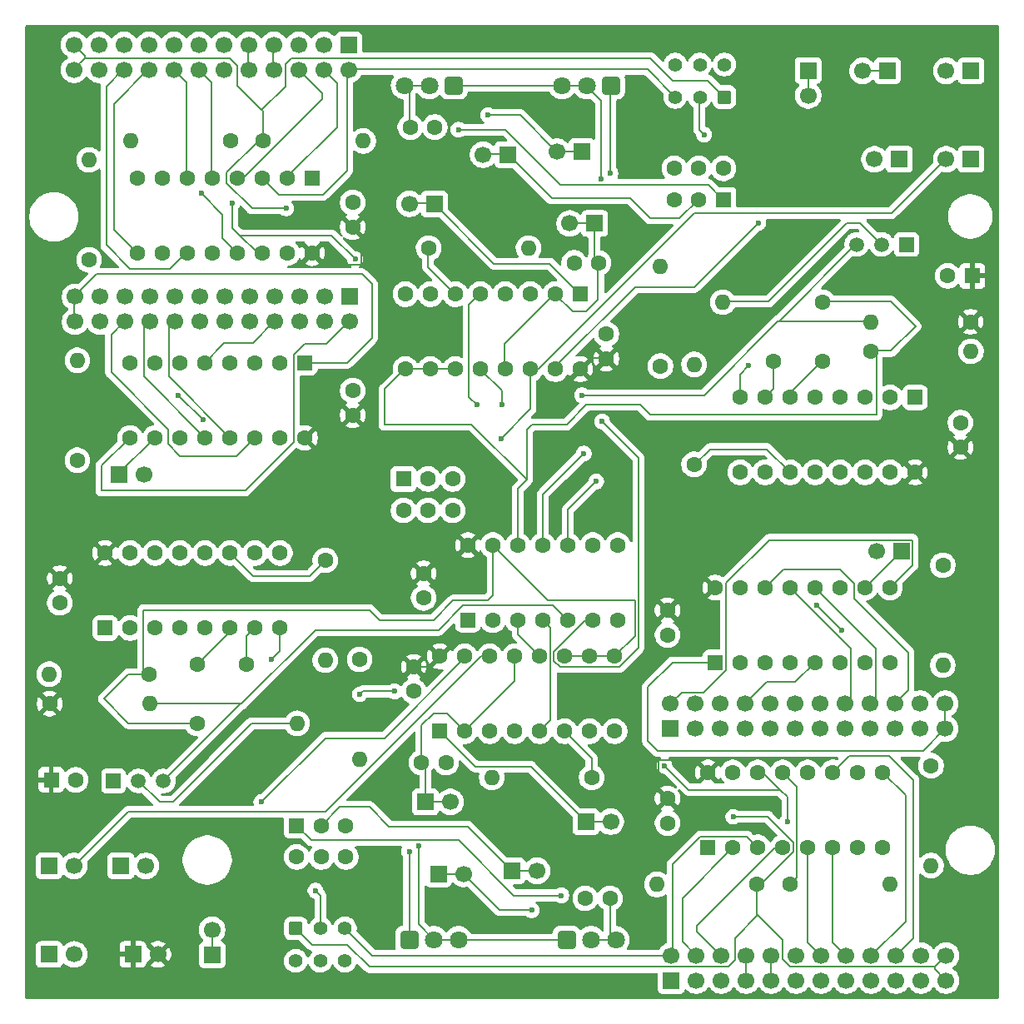
<source format=gtl>
G04 #@! TF.GenerationSoftware,KiCad,Pcbnew,9.0.1*
G04 #@! TF.CreationDate,2025-05-24T15:07:51+02:00*
G04 #@! TF.ProjectId,kleingorium,6b6c6569-6e67-46f7-9269-756d2e6b6963,rev?*
G04 #@! TF.SameCoordinates,Original*
G04 #@! TF.FileFunction,Copper,L1,Top*
G04 #@! TF.FilePolarity,Positive*
%FSLAX46Y46*%
G04 Gerber Fmt 4.6, Leading zero omitted, Abs format (unit mm)*
G04 Created by KiCad (PCBNEW 9.0.1) date 2025-05-24 15:07:51*
%MOMM*%
%LPD*%
G01*
G04 APERTURE LIST*
G04 Aperture macros list*
%AMRoundRect*
0 Rectangle with rounded corners*
0 $1 Rounding radius*
0 $2 $3 $4 $5 $6 $7 $8 $9 X,Y pos of 4 corners*
0 Add a 4 corners polygon primitive as box body*
4,1,4,$2,$3,$4,$5,$6,$7,$8,$9,$2,$3,0*
0 Add four circle primitives for the rounded corners*
1,1,$1+$1,$2,$3*
1,1,$1+$1,$4,$5*
1,1,$1+$1,$6,$7*
1,1,$1+$1,$8,$9*
0 Add four rect primitives between the rounded corners*
20,1,$1+$1,$2,$3,$4,$5,0*
20,1,$1+$1,$4,$5,$6,$7,0*
20,1,$1+$1,$6,$7,$8,$9,0*
20,1,$1+$1,$8,$9,$2,$3,0*%
G04 Aperture macros list end*
G04 #@! TA.AperFunction,ComponentPad*
%ADD10R,1.700000X1.700000*%
G04 #@! TD*
G04 #@! TA.AperFunction,ComponentPad*
%ADD11C,1.700000*%
G04 #@! TD*
G04 #@! TA.AperFunction,ComponentPad*
%ADD12RoundRect,0.250000X-0.550000X0.550000X-0.550000X-0.550000X0.550000X-0.550000X0.550000X0.550000X0*%
G04 #@! TD*
G04 #@! TA.AperFunction,ComponentPad*
%ADD13C,1.600000*%
G04 #@! TD*
G04 #@! TA.AperFunction,ComponentPad*
%ADD14R,1.500000X1.500000*%
G04 #@! TD*
G04 #@! TA.AperFunction,ComponentPad*
%ADD15C,1.500000*%
G04 #@! TD*
G04 #@! TA.AperFunction,ComponentPad*
%ADD16O,1.600000X1.600000*%
G04 #@! TD*
G04 #@! TA.AperFunction,ComponentPad*
%ADD17RoundRect,0.250000X0.550000X-0.550000X0.550000X0.550000X-0.550000X0.550000X-0.550000X-0.550000X0*%
G04 #@! TD*
G04 #@! TA.AperFunction,ComponentPad*
%ADD18RoundRect,0.250000X-0.650000X0.650000X-0.650000X-0.650000X0.650000X-0.650000X0.650000X0.650000X0*%
G04 #@! TD*
G04 #@! TA.AperFunction,ComponentPad*
%ADD19C,1.800000*%
G04 #@! TD*
G04 #@! TA.AperFunction,ComponentPad*
%ADD20R,1.600000X1.600000*%
G04 #@! TD*
G04 #@! TA.AperFunction,ComponentPad*
%ADD21RoundRect,0.250000X0.650000X-0.650000X0.650000X0.650000X-0.650000X0.650000X-0.650000X-0.650000X0*%
G04 #@! TD*
G04 #@! TA.AperFunction,ComponentPad*
%ADD22RoundRect,0.250000X-0.450000X-0.450000X0.450000X-0.450000X0.450000X0.450000X-0.450000X0.450000X0*%
G04 #@! TD*
G04 #@! TA.AperFunction,ComponentPad*
%ADD23C,1.400000*%
G04 #@! TD*
G04 #@! TA.AperFunction,ComponentPad*
%ADD24RoundRect,0.250000X0.450000X0.450000X-0.450000X0.450000X-0.450000X-0.450000X0.450000X-0.450000X0*%
G04 #@! TD*
G04 #@! TA.AperFunction,ViaPad*
%ADD25C,0.600000*%
G04 #@! TD*
G04 #@! TA.AperFunction,Conductor*
%ADD26C,0.200000*%
G04 #@! TD*
G04 APERTURE END LIST*
D10*
G04 #@! TO.P,J10,1,Pin_1*
G04 #@! TO.N,VCC*
X98430000Y-142000000D03*
D11*
G04 #@! TO.P,J10,2,Pin_2*
X100970000Y-142000000D03*
G04 #@! TD*
D12*
G04 #@! TO.P,U12,1,Q11*
G04 #@! TO.N,/4040 2/Q11*
X115940000Y-81855000D03*
D13*
G04 #@! TO.P,U12,2,Q5*
G04 #@! TO.N,/4040 2/Q5*
X113400000Y-81855000D03*
G04 #@! TO.P,U12,3,Q4*
G04 #@! TO.N,/4040 2/Q4*
X110860000Y-81855000D03*
G04 #@! TO.P,U12,4,Q6*
G04 #@! TO.N,/4040 2/Q6*
X108320000Y-81855000D03*
G04 #@! TO.P,U12,5,Q3*
G04 #@! TO.N,/4040 2/Q3*
X105780000Y-81855000D03*
G04 #@! TO.P,U12,6,Q2*
G04 #@! TO.N,/4040 2/Q2*
X103240000Y-81855000D03*
G04 #@! TO.P,U12,7,Q1*
G04 #@! TO.N,/4040 2/Q1*
X100700000Y-81855000D03*
G04 #@! TO.P,U12,8,VSS*
G04 #@! TO.N,GND*
X98160000Y-81855000D03*
G04 #@! TO.P,U12,9,Q0*
G04 #@! TO.N,/4040 2/Q0*
X98160000Y-89475000D03*
G04 #@! TO.P,U12,10,CLK*
G04 #@! TO.N,/4040 2/Clock*
X100700000Y-89475000D03*
G04 #@! TO.P,U12,11,Reset*
G04 #@! TO.N,/4040 2/Reset*
X103240000Y-89475000D03*
G04 #@! TO.P,U12,12,Q8*
G04 #@! TO.N,/4040 2/Q8*
X105780000Y-89475000D03*
G04 #@! TO.P,U12,13,Q7*
G04 #@! TO.N,/4040 2/Q7*
X108320000Y-89475000D03*
G04 #@! TO.P,U12,14,Q9*
G04 #@! TO.N,/4040 2/Q9*
X110860000Y-89475000D03*
G04 #@! TO.P,U12,15,Q10*
G04 #@! TO.N,/4040 2/Q10*
X113400000Y-89475000D03*
G04 #@! TO.P,U12,16,VDD*
G04 #@! TO.N,VCC*
X115940000Y-89475000D03*
G04 #@! TD*
D14*
G04 #@! TO.P,Q2,1,E*
G04 #@! TO.N,GND*
X177130000Y-69805000D03*
D15*
G04 #@! TO.P,Q2,2,B*
G04 #@! TO.N,Net-(Q2-B)*
X174590000Y-69805000D03*
G04 #@! TO.P,Q2,3,C*
G04 #@! TO.N,/4066/Cen*
X172050000Y-69805000D03*
G04 #@! TD*
D13*
G04 #@! TO.P,R12,1*
G04 #@! TO.N,/4053/Select*
X104965000Y-118500000D03*
D16*
G04 #@! TO.P,R12,2*
G04 #@! TO.N,Net-(Q1-B)*
X115125000Y-118500000D03*
G04 #@! TD*
D13*
G04 #@! TO.P,C20,1*
G04 #@! TO.N,VCC*
X120780000Y-68025000D03*
G04 #@! TO.P,C20,2*
G04 #@! TO.N,GND*
X120780000Y-65525000D03*
G04 #@! TD*
D17*
G04 #@! TO.P,U3,1,B1*
G04 #@! TO.N,/4053/B1*
X129650000Y-119305000D03*
D13*
G04 #@! TO.P,U3,2,B0*
G04 #@! TO.N,/4046/SigIn*
X132190000Y-119305000D03*
G04 #@! TO.P,U3,3,C1*
G04 #@! TO.N,/4040/Q2*
X134730000Y-119305000D03*
G04 #@! TO.P,U3,4,C*
G04 #@! TO.N,/4053/C*
X137270000Y-119305000D03*
G04 #@! TO.P,U3,5,C0*
G04 #@! TO.N,/4040/Clock*
X139810000Y-119305000D03*
G04 #@! TO.P,U3,6,INH*
G04 #@! TO.N,Net-(U3-INH)*
X142350000Y-119305000D03*
G04 #@! TO.P,U3,7,VEE*
G04 #@! TO.N,GND*
X144890000Y-119305000D03*
G04 #@! TO.P,U3,8,VSS*
X147430000Y-119305000D03*
G04 #@! TO.P,U3,9,S3*
G04 #@! TO.N,/4053/Select*
X147430000Y-111685000D03*
G04 #@! TO.P,U3,10,S2*
X144890000Y-111685000D03*
G04 #@! TO.P,U3,11,S1*
X142350000Y-111685000D03*
G04 #@! TO.P,U3,12,A0*
G04 #@! TO.N,/4017/Clock*
X139810000Y-111685000D03*
G04 #@! TO.P,U3,13,A1*
G04 #@! TO.N,/4046/SigIn*
X137270000Y-111685000D03*
G04 #@! TO.P,U3,14,A*
G04 #@! TO.N,/4053/A*
X134730000Y-111685000D03*
G04 #@! TO.P,U3,15,B*
G04 #@! TO.N,/4053/B*
X132190000Y-111685000D03*
G04 #@! TO.P,U3,16,VDD*
G04 #@! TO.N,VCC*
X129650000Y-111685000D03*
G04 #@! TD*
G04 #@! TO.P,R1,1*
G04 #@! TO.N,Net-(U3-INH)*
X145080000Y-124000000D03*
D16*
G04 #@! TO.P,R1,2*
G04 #@! TO.N,GND*
X134920000Y-124000000D03*
G04 #@! TD*
D13*
G04 #@! TO.P,R10,1*
G04 #@! TO.N,/4017/Clock*
X179610000Y-122810000D03*
D16*
G04 #@! TO.P,R10,2*
G04 #@! TO.N,GND*
X179610000Y-132970000D03*
G04 #@! TD*
D13*
G04 #@! TO.P,R8,1*
G04 #@! TO.N,/4017/Reset*
X161890000Y-134890000D03*
D16*
G04 #@! TO.P,R8,2*
G04 #@! TO.N,GND*
X151730000Y-134890000D03*
G04 #@! TD*
D13*
G04 #@! TO.P,R26,1*
G04 #@! TO.N,/4053 2/Select*
X173510000Y-80665000D03*
D16*
G04 #@! TO.P,R26,2*
G04 #@! TO.N,GND*
X183670000Y-80665000D03*
G04 #@! TD*
D10*
G04 #@! TO.P,J2,1,Pin_1*
G04 #@! TO.N,/4040/Q0*
X153105000Y-119045000D03*
D11*
G04 #@! TO.P,J2,2,Pin_2*
X153105000Y-116505000D03*
G04 #@! TO.P,J2,3,Pin_3*
G04 #@! TO.N,/4040/Q1*
X155645000Y-119045000D03*
G04 #@! TO.P,J2,4,Pin_4*
X155645000Y-116505000D03*
G04 #@! TO.P,J2,5,Pin_5*
G04 #@! TO.N,/4040/Q2*
X158185000Y-119045000D03*
G04 #@! TO.P,J2,6,Pin_6*
X158185000Y-116505000D03*
G04 #@! TO.P,J2,7,Pin_7*
G04 #@! TO.N,/4040/Q3*
X160725000Y-119045000D03*
G04 #@! TO.P,J2,8,Pin_8*
X160725000Y-116505000D03*
G04 #@! TO.P,J2,9,Pin_9*
G04 #@! TO.N,/4040/Q4*
X163265000Y-119045000D03*
G04 #@! TO.P,J2,10,Pin_10*
X163265000Y-116505000D03*
G04 #@! TO.P,J2,11,Pin_11*
G04 #@! TO.N,/4040/Q5*
X165805000Y-119045000D03*
G04 #@! TO.P,J2,12,Pin_12*
X165805000Y-116505000D03*
G04 #@! TO.P,J2,13,Pin_13*
G04 #@! TO.N,/4040/Q6*
X168345000Y-119045000D03*
G04 #@! TO.P,J2,14,Pin_14*
X168345000Y-116505000D03*
G04 #@! TO.P,J2,15,Pin_15*
G04 #@! TO.N,/4040/Q7*
X170885000Y-119045000D03*
G04 #@! TO.P,J2,16,Pin_16*
X170885000Y-116505000D03*
G04 #@! TO.P,J2,17,Pin_17*
G04 #@! TO.N,/4040/Q8*
X173425000Y-119045000D03*
G04 #@! TO.P,J2,18,Pin_18*
X173425000Y-116505000D03*
G04 #@! TO.P,J2,19,Pin_19*
G04 #@! TO.N,/4040/Q9*
X175965000Y-119045000D03*
G04 #@! TO.P,J2,20,Pin_20*
X175965000Y-116505000D03*
G04 #@! TO.P,J2,21,Pin_21*
G04 #@! TO.N,/4040/Q10*
X178505000Y-119045000D03*
G04 #@! TO.P,J2,22,Pin_22*
X178505000Y-116505000D03*
G04 #@! TO.P,J2,23,Pin_23*
G04 #@! TO.N,/4040/Q11*
X181045000Y-119045000D03*
G04 #@! TO.P,J2,24,Pin_24*
X181045000Y-116505000D03*
G04 #@! TD*
D13*
G04 #@! TO.P,C2,1*
G04 #@! TO.N,Net-(U1-SigIn)*
X130290000Y-122500000D03*
G04 #@! TO.P,C2,2*
G04 #@! TO.N,/4046/SigIn*
X127790000Y-122500000D03*
G04 #@! TD*
G04 #@! TO.P,R7,1*
G04 #@! TO.N,/4040/Reset*
X180805000Y-102425000D03*
D16*
G04 #@! TO.P,R7,2*
G04 #@! TO.N,GND*
X180805000Y-112585000D03*
G04 #@! TD*
D13*
G04 #@! TO.P,C1,1*
G04 #@! TO.N,Net-(U1-C1)*
X105000000Y-112500000D03*
G04 #@! TO.P,C1,2*
G04 #@! TO.N,Net-(U1-C2)*
X110000000Y-112500000D03*
G04 #@! TD*
D18*
G04 #@! TO.P,R6,1,1*
G04 #@! TO.N,Net-(U1-VCOin)*
X142540000Y-140500000D03*
D19*
G04 #@! TO.P,R6,2,2*
G04 #@! TO.N,Net-(C3-Pad2)*
X145040000Y-140500000D03*
G04 #@! TO.P,R6,3,3*
X147540000Y-140500000D03*
G04 #@! TD*
D20*
G04 #@! TO.P,SW3,1,A*
G04 #@! TO.N,/4053 2/A*
X125950000Y-93650000D03*
D13*
G04 #@! TO.P,SW3,2,B*
G04 #@! TO.N,/4053/C*
X128450000Y-93650000D03*
G04 #@! TO.P,SW3,3,C*
G04 #@! TO.N,unconnected-(SW3-C-Pad3)*
X130950000Y-93650000D03*
G04 #@! TO.P,SW3,4*
G04 #@! TO.N,N/C*
X125950000Y-96850000D03*
G04 #@! TO.P,SW3,5*
X128450000Y-96850000D03*
G04 #@! TO.P,SW3,6*
X130950000Y-96850000D03*
G04 #@! TD*
D10*
G04 #@! TO.P,J5,1,Pin_1*
G04 #@! TO.N,/4046/Comp*
X137000000Y-133500000D03*
D11*
G04 #@! TO.P,J5,2,Pin_2*
X139540000Y-133500000D03*
G04 #@! TD*
D20*
G04 #@! TO.P,C10,1*
G04 #@! TO.N,VCC*
X90129900Y-124250000D03*
D13*
G04 #@! TO.P,C10,2*
G04 #@! TO.N,GND*
X92629900Y-124250000D03*
G04 #@! TD*
D17*
G04 #@! TO.P,U2,1,Q5*
G04 #@! TO.N,/4017/Q5*
X156920000Y-131115000D03*
D13*
G04 #@! TO.P,U2,2,Q1*
G04 #@! TO.N,/4017/Q1*
X159460000Y-131115000D03*
G04 #@! TO.P,U2,3,Q0*
G04 #@! TO.N,/4017/Q0*
X162000000Y-131115000D03*
G04 #@! TO.P,U2,4,Q2*
G04 #@! TO.N,/4017/Q2*
X164540000Y-131115000D03*
G04 #@! TO.P,U2,5,Q6*
G04 #@! TO.N,/4017/Q6*
X167080000Y-131115000D03*
G04 #@! TO.P,U2,6,Q7*
G04 #@! TO.N,/4017/Q7*
X169620000Y-131115000D03*
G04 #@! TO.P,U2,7,Q3*
G04 #@! TO.N,/4017/Q3*
X172160000Y-131115000D03*
G04 #@! TO.P,U2,8,VSS*
G04 #@! TO.N,GND*
X174700000Y-131115000D03*
G04 #@! TO.P,U2,9,Q8*
G04 #@! TO.N,/4017/Q8*
X174700000Y-123495000D03*
G04 #@! TO.P,U2,10,Q4*
G04 #@! TO.N,/4017/Q4*
X172160000Y-123495000D03*
G04 #@! TO.P,U2,11,Q9*
G04 #@! TO.N,/4017/Q9*
X169620000Y-123495000D03*
G04 #@! TO.P,U2,12,Cout*
G04 #@! TO.N,/4017/Q10*
X167080000Y-123495000D03*
G04 #@! TO.P,U2,13,CKEN*
G04 #@! TO.N,/4017/ClockEnable*
X164540000Y-123495000D03*
G04 #@! TO.P,U2,14,CLK*
G04 #@! TO.N,/4017/Clock*
X162000000Y-123495000D03*
G04 #@! TO.P,U2,15,Reset*
G04 #@! TO.N,/4017/Reset*
X159460000Y-123495000D03*
G04 #@! TO.P,U2,16,VDD*
G04 #@! TO.N,VCC*
X156920000Y-123495000D03*
G04 #@! TD*
D17*
G04 #@! TO.P,U1,1,PCP*
G04 #@! TO.N,unconnected-(U1-PCP-Pad1)*
X95610000Y-108805000D03*
D13*
G04 #@! TO.P,U1,2,PC1*
G04 #@! TO.N,unconnected-(U1-PC1-Pad2)*
X98150000Y-108805000D03*
G04 #@! TO.P,U1,3,RefIn*
G04 #@! TO.N,/4046/Comp*
X100690000Y-108805000D03*
G04 #@! TO.P,U1,4,FOUT*
G04 #@! TO.N,/4040/Clock*
X103230000Y-108805000D03*
G04 #@! TO.P,U1,5,Inh*
G04 #@! TO.N,Net-(U1-Inh)*
X105770000Y-108805000D03*
G04 #@! TO.P,U1,6,C1*
G04 #@! TO.N,Net-(U1-C1)*
X108310000Y-108805000D03*
G04 #@! TO.P,U1,7,C2*
G04 #@! TO.N,Net-(U1-C2)*
X110850000Y-108805000D03*
G04 #@! TO.P,U1,8,VSS*
G04 #@! TO.N,GND*
X113390000Y-108805000D03*
G04 #@! TO.P,U1,9,VCOin*
G04 #@! TO.N,Net-(U1-VCOin)*
X113390000Y-101185000D03*
G04 #@! TO.P,U1,10,SFout*
G04 #@! TO.N,unconnected-(U1-SFout-Pad10)*
X110850000Y-101185000D03*
G04 #@! TO.P,U1,11,R1*
G04 #@! TO.N,Net-(U1-R1)*
X108310000Y-101185000D03*
G04 #@! TO.P,U1,12,R2*
G04 #@! TO.N,unconnected-(U1-R2-Pad12)*
X105770000Y-101185000D03*
G04 #@! TO.P,U1,13,PC2*
G04 #@! TO.N,Net-(U1-PC2)*
X103230000Y-101185000D03*
G04 #@! TO.P,U1,14,SigIn*
G04 #@! TO.N,Net-(U1-SigIn)*
X100690000Y-101185000D03*
G04 #@! TO.P,U1,15,ZOUT*
G04 #@! TO.N,unconnected-(U1-ZOUT-Pad15)*
X98150000Y-101185000D03*
G04 #@! TO.P,U1,16,VDD*
G04 #@! TO.N,VCC*
X95610000Y-101185000D03*
G04 #@! TD*
D10*
G04 #@! TO.P,J7,1,Pin_1*
G04 #@! TO.N,/4053/C*
X97225000Y-133000000D03*
D11*
G04 #@! TO.P,J7,2,Pin_2*
X99765000Y-133000000D03*
G04 #@! TD*
D20*
G04 #@! TO.P,SW2,1,A*
G04 #@! TO.N,/4053/B1*
X115092500Y-128900000D03*
D13*
G04 #@! TO.P,SW2,2,B*
G04 #@! TO.N,/4046/Comp*
X117592500Y-128900000D03*
G04 #@! TO.P,SW2,3,C*
G04 #@! TO.N,unconnected-(SW2-C-Pad3)*
X120092500Y-128900000D03*
G04 #@! TO.P,SW2,4*
G04 #@! TO.N,N/C*
X115092500Y-132100000D03*
G04 #@! TO.P,SW2,5*
X117592500Y-132100000D03*
G04 #@! TO.P,SW2,6*
X120092500Y-132100000D03*
G04 #@! TD*
D10*
G04 #@! TO.P,J9,1,Pin_1*
G04 #@! TO.N,/4046/SigIn*
X128195000Y-126500000D03*
D11*
G04 #@! TO.P,J9,2,Pin_2*
X130735000Y-126500000D03*
G04 #@! TD*
D13*
G04 #@! TO.P,C8,1*
G04 #@! TO.N,Net-(U15-C1)*
X168590000Y-81665000D03*
G04 #@! TO.P,C8,2*
G04 #@! TO.N,Net-(U15-C2)*
X163590000Y-81665000D03*
G04 #@! TD*
G04 #@! TO.P,R14,1*
G04 #@! TO.N,VCC*
X183630000Y-77665000D03*
D16*
G04 #@! TO.P,R14,2*
G04 #@! TO.N,/4066/Cen*
X173470000Y-77665000D03*
G04 #@! TD*
D10*
G04 #@! TO.P,J3,1,Pin_1*
G04 #@! TO.N,/4040/Clock*
X176580000Y-101005000D03*
D11*
G04 #@! TO.P,J3,2,Pin_2*
G04 #@! TO.N,/4040/Reset*
X174040000Y-101005000D03*
G04 #@! TD*
D10*
G04 #@! TO.P,J15,1,Pin_1*
G04 #@! TO.N,/4046 2/SigIn*
X145395000Y-67665000D03*
D11*
G04 #@! TO.P,J15,2,Pin_2*
X142855000Y-67665000D03*
G04 #@! TD*
D21*
G04 #@! TO.P,R34,1,1*
G04 #@! TO.N,Net-(U15-VCOin)*
X131070000Y-53640000D03*
D19*
G04 #@! TO.P,R34,2,2*
G04 #@! TO.N,Net-(C9-Pad2)*
X128570000Y-53640000D03*
G04 #@! TO.P,R34,3,3*
X126070000Y-53640000D03*
G04 #@! TD*
D13*
G04 #@! TO.P,R2,1*
G04 #@! TO.N,/4053/Select*
X100080000Y-113500000D03*
D16*
G04 #@! TO.P,R2,2*
G04 #@! TO.N,GND*
X89920000Y-113500000D03*
G04 #@! TD*
D13*
G04 #@! TO.P,C17,1*
G04 #@! TO.N,VCC*
X182590000Y-90415000D03*
G04 #@! TO.P,C17,2*
G04 #@! TO.N,GND*
X182590000Y-87915000D03*
G04 #@! TD*
D10*
G04 #@! TO.P,J22,1,Pin_1*
G04 #@! TO.N,/4017 2/Q0*
X120400000Y-49500000D03*
D11*
G04 #@! TO.P,J22,2,Pin_2*
X120400000Y-52040000D03*
G04 #@! TO.P,J22,3,Pin_3*
G04 #@! TO.N,/4017 2/Q1*
X117860000Y-49500000D03*
G04 #@! TO.P,J22,4,Pin_4*
X117860000Y-52040000D03*
G04 #@! TO.P,J22,5,Pin_5*
G04 #@! TO.N,/4017 2/Q2*
X115320000Y-49500000D03*
G04 #@! TO.P,J22,6,Pin_6*
X115320000Y-52040000D03*
G04 #@! TO.P,J22,7,Pin_7*
G04 #@! TO.N,/4017 2/Q3*
X112780000Y-49500000D03*
G04 #@! TO.P,J22,8,Pin_8*
X112780000Y-52040000D03*
G04 #@! TO.P,J22,9,Pin_9*
G04 #@! TO.N,/4017 2/Q4*
X110240000Y-49500000D03*
G04 #@! TO.P,J22,10,Pin_10*
X110240000Y-52040000D03*
G04 #@! TO.P,J22,11,Pin_11*
G04 #@! TO.N,/4017 2/Q5*
X107700000Y-49500000D03*
G04 #@! TO.P,J22,12,Pin_12*
X107700000Y-52040000D03*
G04 #@! TO.P,J22,13,Pin_13*
G04 #@! TO.N,/4017 2/Q6*
X105160000Y-49500000D03*
G04 #@! TO.P,J22,14,Pin_14*
X105160000Y-52040000D03*
G04 #@! TO.P,J22,15,Pin_15*
G04 #@! TO.N,/4017 2/Q7*
X102620000Y-49500000D03*
G04 #@! TO.P,J22,16,Pin_16*
X102620000Y-52040000D03*
G04 #@! TO.P,J22,17,Pin_17*
G04 #@! TO.N,/4017 2/Q8*
X100080000Y-49500000D03*
G04 #@! TO.P,J22,18,Pin_18*
X100080000Y-52040000D03*
G04 #@! TO.P,J22,19,Pin_19*
G04 #@! TO.N,/4017 2/Q9*
X97540000Y-49500000D03*
G04 #@! TO.P,J22,20,Pin_20*
X97540000Y-52040000D03*
G04 #@! TO.P,J22,21,Pin_21*
G04 #@! TO.N,/4017 2/Q10*
X95000000Y-49500000D03*
G04 #@! TO.P,J22,22,Pin_22*
X95000000Y-52040000D03*
G04 #@! TO.P,J22,23,Pin_23*
G04 #@! TO.N,/4017 2/Reset*
X92460000Y-49500000D03*
G04 #@! TO.P,J22,24,Pin_24*
X92460000Y-52040000D03*
G04 #@! TD*
D10*
G04 #@! TO.P,J13,1,Pin_1*
G04 #@! TO.N,/4053 2/Select*
X167110000Y-52100000D03*
D11*
G04 #@! TO.P,J13,2,Pin_2*
X167110000Y-54640000D03*
G04 #@! TD*
D13*
G04 #@! TO.P,C19,1*
G04 #@! TO.N,VCC*
X146590000Y-81415000D03*
G04 #@! TO.P,C19,2*
G04 #@! TO.N,GND*
X146590000Y-78915000D03*
G04 #@! TD*
G04 #@! TO.P,R9,1*
G04 #@! TO.N,/4017/ClockEnable*
X165230000Y-134890000D03*
D16*
G04 #@! TO.P,R9,2*
G04 #@! TO.N,GND*
X175390000Y-134890000D03*
G04 #@! TD*
D13*
G04 #@! TO.P,R32,1*
G04 #@! TO.N,Net-(U15-Inh)*
X152090000Y-82165000D03*
D16*
G04 #@! TO.P,R32,2*
G04 #@! TO.N,GND*
X152090000Y-72005000D03*
G04 #@! TD*
D10*
G04 #@! TO.P,J11,1,Pin_1*
G04 #@! TO.N,GND*
X89930000Y-142000000D03*
D11*
G04 #@! TO.P,J11,2,Pin_2*
X92470000Y-142000000D03*
G04 #@! TD*
D12*
G04 #@! TO.P,U14,1,Q5*
G04 #@! TO.N,/4017 2/Q5*
X116670000Y-63050000D03*
D13*
G04 #@! TO.P,U14,2,Q1*
G04 #@! TO.N,/4017 2/Q1*
X114130000Y-63050000D03*
G04 #@! TO.P,U14,3,Q0*
G04 #@! TO.N,/4017 2/Q0*
X111590000Y-63050000D03*
G04 #@! TO.P,U14,4,Q2*
G04 #@! TO.N,/4017 2/Q2*
X109050000Y-63050000D03*
G04 #@! TO.P,U14,5,Q6*
G04 #@! TO.N,/4017 2/Q6*
X106510000Y-63050000D03*
G04 #@! TO.P,U14,6,Q7*
G04 #@! TO.N,/4017 2/Q7*
X103970000Y-63050000D03*
G04 #@! TO.P,U14,7,Q3*
G04 #@! TO.N,/4017 2/Q3*
X101430000Y-63050000D03*
G04 #@! TO.P,U14,8,VSS*
G04 #@! TO.N,GND*
X98890000Y-63050000D03*
G04 #@! TO.P,U14,9,Q8*
G04 #@! TO.N,/4017 2/Q8*
X98890000Y-70670000D03*
G04 #@! TO.P,U14,10,Q4*
G04 #@! TO.N,/4017 2/Q4*
X101430000Y-70670000D03*
G04 #@! TO.P,U14,11,Q9*
G04 #@! TO.N,/4017 2/Q9*
X103970000Y-70670000D03*
G04 #@! TO.P,U14,12,Cout*
G04 #@! TO.N,/4017 2/Q10*
X106510000Y-70670000D03*
G04 #@! TO.P,U14,13,CKEN*
G04 #@! TO.N,/4017 2/ClockEnable*
X109050000Y-70670000D03*
G04 #@! TO.P,U14,14,CLK*
G04 #@! TO.N,/4017 2/Clock*
X111590000Y-70670000D03*
G04 #@! TO.P,U14,15,Reset*
G04 #@! TO.N,/4017 2/Reset*
X114130000Y-70670000D03*
G04 #@! TO.P,U14,16,VDD*
G04 #@! TO.N,VCC*
X116670000Y-70670000D03*
G04 #@! TD*
D20*
G04 #@! TO.P,SW5,1,A*
G04 #@! TO.N,/4053 2/B1*
X158497500Y-65265000D03*
D13*
G04 #@! TO.P,SW5,2,B*
G04 #@! TO.N,/4046 2/Comp*
X155997500Y-65265000D03*
G04 #@! TO.P,SW5,3,C*
G04 #@! TO.N,unconnected-(SW5-C-Pad3)*
X153497500Y-65265000D03*
G04 #@! TO.P,SW5,4*
G04 #@! TO.N,N/C*
X158497500Y-62065000D03*
G04 #@! TO.P,SW5,5*
X155997500Y-62065000D03*
G04 #@! TO.P,SW5,6*
X153497500Y-62065000D03*
G04 #@! TD*
D10*
G04 #@! TO.P,J24,1,Pin_1*
G04 #@! TO.N,Net-(J24-Pin_1)*
X183680000Y-52140000D03*
D11*
G04 #@! TO.P,J24,2,Pin_2*
X181140000Y-52140000D03*
G04 #@! TD*
D10*
G04 #@! TO.P,J14,1,Pin_1*
G04 #@! TO.N,/4053 2/A*
X183680000Y-61140000D03*
D11*
G04 #@! TO.P,J14,2,Pin_2*
X181140000Y-61140000D03*
G04 #@! TD*
D13*
G04 #@! TO.P,C14,1*
G04 #@! TO.N,VCC*
X127000000Y-112750000D03*
G04 #@! TO.P,C14,2*
G04 #@! TO.N,GND*
X127000000Y-115250000D03*
G04 #@! TD*
G04 #@! TO.P,R30,1*
G04 #@! TO.N,Net-(U15-R1)*
X155500000Y-92160000D03*
D16*
G04 #@! TO.P,R30,2*
G04 #@! TO.N,GND*
X155500000Y-82000000D03*
G04 #@! TD*
D13*
G04 #@! TO.P,C15,1*
G04 #@! TO.N,VCC*
X91000000Y-103750000D03*
G04 #@! TO.P,C15,2*
G04 #@! TO.N,GND*
X91000000Y-106250000D03*
G04 #@! TD*
G04 #@! TO.P,R28,1*
G04 #@! TO.N,/4017 2/ClockEnable*
X108360000Y-59275000D03*
D16*
G04 #@! TO.P,R28,2*
G04 #@! TO.N,GND*
X98200000Y-59275000D03*
G04 #@! TD*
D10*
G04 #@! TO.P,J6,1,Pin_1*
G04 #@! TO.N,/4053/Select*
X106500000Y-142040000D03*
D11*
G04 #@! TO.P,J6,2,Pin_2*
X106500000Y-139500000D03*
G04 #@! TD*
D22*
G04 #@! TO.P,SW1,1,A*
G04 #@! TO.N,/4017/Reset*
X115000000Y-139357500D03*
D23*
G04 #@! TO.P,SW1,2,B*
G04 #@! TO.N,/4053/B*
X117500000Y-139357500D03*
G04 #@! TO.P,SW1,3,C*
G04 #@! TO.N,/4017/Q0*
X120000000Y-139357500D03*
G04 #@! TO.P,SW1,4*
G04 #@! TO.N,N/C*
X120000000Y-142657500D03*
G04 #@! TO.P,SW1,5*
X117500000Y-142657500D03*
G04 #@! TO.P,SW1,6*
X115000000Y-142657500D03*
G04 #@! TD*
D10*
G04 #@! TO.P,J21,1,Pin_1*
G04 #@! TO.N,/4040 2/Q0*
X120485000Y-75120000D03*
D11*
G04 #@! TO.P,J21,2,Pin_2*
X120485000Y-77660000D03*
G04 #@! TO.P,J21,3,Pin_3*
G04 #@! TO.N,/4040 2/Q1*
X117945000Y-75120000D03*
G04 #@! TO.P,J21,4,Pin_4*
X117945000Y-77660000D03*
G04 #@! TO.P,J21,5,Pin_5*
G04 #@! TO.N,/4040 2/Q2*
X115405000Y-75120000D03*
G04 #@! TO.P,J21,6,Pin_6*
X115405000Y-77660000D03*
G04 #@! TO.P,J21,7,Pin_7*
G04 #@! TO.N,/4040 2/Q3*
X112865000Y-75120000D03*
G04 #@! TO.P,J21,8,Pin_8*
X112865000Y-77660000D03*
G04 #@! TO.P,J21,9,Pin_9*
G04 #@! TO.N,/4040 2/Q4*
X110325000Y-75120000D03*
G04 #@! TO.P,J21,10,Pin_10*
X110325000Y-77660000D03*
G04 #@! TO.P,J21,11,Pin_11*
G04 #@! TO.N,/4040 2/Q5*
X107785000Y-75120000D03*
G04 #@! TO.P,J21,12,Pin_12*
X107785000Y-77660000D03*
G04 #@! TO.P,J21,13,Pin_13*
G04 #@! TO.N,/4040 2/Q6*
X105245000Y-75120000D03*
G04 #@! TO.P,J21,14,Pin_14*
X105245000Y-77660000D03*
G04 #@! TO.P,J21,15,Pin_15*
G04 #@! TO.N,/4040 2/Q7*
X102705000Y-75120000D03*
G04 #@! TO.P,J21,16,Pin_16*
X102705000Y-77660000D03*
G04 #@! TO.P,J21,17,Pin_17*
G04 #@! TO.N,/4040 2/Q8*
X100165000Y-75120000D03*
G04 #@! TO.P,J21,18,Pin_18*
X100165000Y-77660000D03*
G04 #@! TO.P,J21,19,Pin_19*
G04 #@! TO.N,/4040 2/Q9*
X97625000Y-75120000D03*
G04 #@! TO.P,J21,20,Pin_20*
X97625000Y-77660000D03*
G04 #@! TO.P,J21,21,Pin_21*
G04 #@! TO.N,/4040 2/Q10*
X95085000Y-75120000D03*
G04 #@! TO.P,J21,22,Pin_22*
X95085000Y-77660000D03*
G04 #@! TO.P,J21,23,Pin_23*
G04 #@! TO.N,/4040 2/Q11*
X92545000Y-75120000D03*
G04 #@! TO.P,J21,24,Pin_24*
X92545000Y-77660000D03*
G04 #@! TD*
D18*
G04 #@! TO.P,R5,1,1*
G04 #@! TO.N,Net-(U1-PC2)*
X126540000Y-140500000D03*
D19*
G04 #@! TO.P,R5,2,2*
G04 #@! TO.N,Net-(U1-VCOin)*
X129040000Y-140500000D03*
G04 #@! TO.P,R5,3,3*
X131540000Y-140500000D03*
G04 #@! TD*
D17*
G04 #@! TO.P,U4,1,Q11*
G04 #@! TO.N,/4040/Q11*
X157650000Y-112310000D03*
D13*
G04 #@! TO.P,U4,2,Q5*
G04 #@! TO.N,/4040/Q5*
X160190000Y-112310000D03*
G04 #@! TO.P,U4,3,Q4*
G04 #@! TO.N,/4040/Q4*
X162730000Y-112310000D03*
G04 #@! TO.P,U4,4,Q6*
G04 #@! TO.N,/4040/Q6*
X165270000Y-112310000D03*
G04 #@! TO.P,U4,5,Q3*
G04 #@! TO.N,/4040/Q3*
X167810000Y-112310000D03*
G04 #@! TO.P,U4,6,Q2*
G04 #@! TO.N,/4040/Q2*
X170350000Y-112310000D03*
G04 #@! TO.P,U4,7,Q1*
G04 #@! TO.N,/4040/Q1*
X172890000Y-112310000D03*
G04 #@! TO.P,U4,8,VSS*
G04 #@! TO.N,GND*
X175430000Y-112310000D03*
G04 #@! TO.P,U4,9,Q0*
G04 #@! TO.N,/4040/Q0*
X175430000Y-104690000D03*
G04 #@! TO.P,U4,10,CLK*
G04 #@! TO.N,/4040/Clock*
X172890000Y-104690000D03*
G04 #@! TO.P,U4,11,Reset*
G04 #@! TO.N,/4040/Reset*
X170350000Y-104690000D03*
G04 #@! TO.P,U4,12,Q8*
G04 #@! TO.N,/4040/Q8*
X167810000Y-104690000D03*
G04 #@! TO.P,U4,13,Q7*
G04 #@! TO.N,/4040/Q7*
X165270000Y-104690000D03*
G04 #@! TO.P,U4,14,Q9*
G04 #@! TO.N,/4040/Q9*
X162730000Y-104690000D03*
G04 #@! TO.P,U4,15,Q10*
G04 #@! TO.N,/4040/Q10*
X160190000Y-104690000D03*
G04 #@! TO.P,U4,16,VDD*
G04 #@! TO.N,VCC*
X157650000Y-104690000D03*
G04 #@! TD*
G04 #@! TO.P,C7,1*
G04 #@! TO.N,Net-(U15-SigIn)*
X143300000Y-71665000D03*
G04 #@! TO.P,C7,2*
G04 #@! TO.N,/4046 2/SigIn*
X145800000Y-71665000D03*
G04 #@! TD*
G04 #@! TO.P,R11,1*
G04 #@! TO.N,VCC*
X89960000Y-116500000D03*
D16*
G04 #@! TO.P,R11,2*
G04 #@! TO.N,/4066/Ben*
X100120000Y-116500000D03*
G04 #@! TD*
D10*
G04 #@! TO.P,J12,1,Pin_1*
G04 #@! TO.N,/4053/B1*
X144500000Y-128500000D03*
D11*
G04 #@! TO.P,J12,2,Pin_2*
X147040000Y-128500000D03*
G04 #@! TD*
D13*
G04 #@! TO.P,R27,1*
G04 #@! TO.N,/4040 2/Reset*
X92785000Y-91740000D03*
D16*
G04 #@! TO.P,R27,2*
G04 #@! TO.N,GND*
X92785000Y-81580000D03*
G04 #@! TD*
D21*
G04 #@! TO.P,R33,1,1*
G04 #@! TO.N,Net-(U15-PC2)*
X147070000Y-53640000D03*
D19*
G04 #@! TO.P,R33,2,2*
G04 #@! TO.N,Net-(U15-VCOin)*
X144570000Y-53640000D03*
G04 #@! TO.P,R33,3,3*
X142070000Y-53640000D03*
G04 #@! TD*
D14*
G04 #@! TO.P,Q1,1,E*
G04 #@! TO.N,GND*
X96460000Y-124360000D03*
D15*
G04 #@! TO.P,Q1,2,B*
G04 #@! TO.N,Net-(Q1-B)*
X99000000Y-124360000D03*
G04 #@! TO.P,Q1,3,C*
G04 #@! TO.N,/4066/Ben*
X101540000Y-124360000D03*
G04 #@! TD*
D10*
G04 #@! TO.P,J4,1,Pin_1*
G04 #@! TO.N,/4040/Clock*
X129500000Y-133805000D03*
D11*
G04 #@! TO.P,J4,2,Pin_2*
X132040000Y-133805000D03*
G04 #@! TD*
D12*
G04 #@! TO.P,U15,1,PCP*
G04 #@! TO.N,unconnected-(U15-PCP-Pad1)*
X177980000Y-85360000D03*
D13*
G04 #@! TO.P,U15,2,PC1*
G04 #@! TO.N,unconnected-(U15-PC1-Pad2)*
X175440000Y-85360000D03*
G04 #@! TO.P,U15,3,RefIn*
G04 #@! TO.N,/4046 2/Comp*
X172900000Y-85360000D03*
G04 #@! TO.P,U15,4,FOUT*
G04 #@! TO.N,/4040 2/Clock*
X170360000Y-85360000D03*
G04 #@! TO.P,U15,5,Inh*
G04 #@! TO.N,Net-(U15-Inh)*
X167820000Y-85360000D03*
G04 #@! TO.P,U15,6,C1*
G04 #@! TO.N,Net-(U15-C1)*
X165280000Y-85360000D03*
G04 #@! TO.P,U15,7,C2*
G04 #@! TO.N,Net-(U15-C2)*
X162740000Y-85360000D03*
G04 #@! TO.P,U15,8,VSS*
G04 #@! TO.N,GND*
X160200000Y-85360000D03*
G04 #@! TO.P,U15,9,VCOin*
G04 #@! TO.N,Net-(U15-VCOin)*
X160200000Y-92980000D03*
G04 #@! TO.P,U15,10,SFout*
G04 #@! TO.N,unconnected-(U15-SFout-Pad10)*
X162740000Y-92980000D03*
G04 #@! TO.P,U15,11,R1*
G04 #@! TO.N,Net-(U15-R1)*
X165280000Y-92980000D03*
G04 #@! TO.P,U15,12,R2*
G04 #@! TO.N,unconnected-(U15-R2-Pad12)*
X167820000Y-92980000D03*
G04 #@! TO.P,U15,13,PC2*
G04 #@! TO.N,Net-(U15-PC2)*
X170360000Y-92980000D03*
G04 #@! TO.P,U15,14,SigIn*
G04 #@! TO.N,Net-(U15-SigIn)*
X172900000Y-92980000D03*
G04 #@! TO.P,U15,15,ZOUT*
G04 #@! TO.N,unconnected-(U15-ZOUT-Pad15)*
X175440000Y-92980000D03*
G04 #@! TO.P,U15,16,VDD*
G04 #@! TO.N,VCC*
X177980000Y-92980000D03*
G04 #@! TD*
G04 #@! TO.P,R3,1*
G04 #@! TO.N,Net-(U1-Inh)*
X121500000Y-112000000D03*
D16*
G04 #@! TO.P,R3,2*
G04 #@! TO.N,GND*
X121500000Y-122160000D03*
G04 #@! TD*
D13*
G04 #@! TO.P,R31,1*
G04 #@! TO.N,/4017 2/Reset*
X111700000Y-59275000D03*
D16*
G04 #@! TO.P,R31,2*
G04 #@! TO.N,GND*
X121860000Y-59275000D03*
G04 #@! TD*
D13*
G04 #@! TO.P,R29,1*
G04 #@! TO.N,Net-(U13-INH)*
X128510000Y-70165000D03*
D16*
G04 #@! TO.P,R29,2*
G04 #@! TO.N,GND*
X138670000Y-70165000D03*
G04 #@! TD*
D10*
G04 #@! TO.P,J16,1,Pin_1*
G04 #@! TO.N,/4046 2/Comp*
X136590000Y-60665000D03*
D11*
G04 #@! TO.P,J16,2,Pin_2*
X134050000Y-60665000D03*
G04 #@! TD*
D13*
G04 #@! TO.P,C9,1*
G04 #@! TO.N,GND*
X129145000Y-57860000D03*
G04 #@! TO.P,C9,2*
G04 #@! TO.N,Net-(C9-Pad2)*
X126645000Y-57860000D03*
G04 #@! TD*
G04 #@! TO.P,C16,1*
G04 #@! TO.N,VCC*
X120785000Y-87160000D03*
G04 #@! TO.P,C16,2*
G04 #@! TO.N,GND*
X120785000Y-84660000D03*
G04 #@! TD*
D20*
G04 #@! TO.P,C18,1*
G04 #@! TO.N,VCC*
X183805113Y-73000000D03*
D13*
G04 #@! TO.P,C18,2*
G04 #@! TO.N,GND*
X181305113Y-73000000D03*
G04 #@! TD*
G04 #@! TO.P,R25,1*
G04 #@! TO.N,/4017 2/Clock*
X93980000Y-71355000D03*
D16*
G04 #@! TO.P,R25,2*
G04 #@! TO.N,GND*
X93980000Y-61195000D03*
G04 #@! TD*
D10*
G04 #@! TO.P,J19,1,Pin_1*
G04 #@! TO.N,/4040 2/Clock*
X144090000Y-60360000D03*
D11*
G04 #@! TO.P,J19,2,Pin_2*
X141550000Y-60360000D03*
G04 #@! TD*
D13*
G04 #@! TO.P,C3,1*
G04 #@! TO.N,GND*
X144445000Y-136305000D03*
G04 #@! TO.P,C3,2*
G04 #@! TO.N,Net-(C3-Pad2)*
X146945000Y-136305000D03*
G04 #@! TD*
G04 #@! TO.P,C12,1*
G04 #@! TO.N,VCC*
X152805000Y-107005000D03*
G04 #@! TO.P,C12,2*
G04 #@! TO.N,GND*
X152805000Y-109505000D03*
G04 #@! TD*
D24*
G04 #@! TO.P,SW4,1,A*
G04 #@! TO.N,/4017 2/Reset*
X158590000Y-54807500D03*
D23*
G04 #@! TO.P,SW4,2,B*
G04 #@! TO.N,/4053 2/B*
X156090000Y-54807500D03*
G04 #@! TO.P,SW4,3,C*
G04 #@! TO.N,/4017 2/Q0*
X153590000Y-54807500D03*
G04 #@! TO.P,SW4,4*
G04 #@! TO.N,N/C*
X153590000Y-51507500D03*
G04 #@! TO.P,SW4,5*
X156090000Y-51507500D03*
G04 #@! TO.P,SW4,6*
X158590000Y-51507500D03*
G04 #@! TD*
D17*
G04 #@! TO.P,U5,1*
G04 #@! TO.N,/4053/B1*
X132500000Y-108000000D03*
D13*
G04 #@! TO.P,U5,2*
G04 #@! TO.N,/4040/Q2*
X135040000Y-108000000D03*
G04 #@! TO.P,U5,3*
G04 #@! TO.N,/4017/Clock*
X137580000Y-108000000D03*
G04 #@! TO.P,U5,4*
G04 #@! TO.N,/4040/Clock*
X140120000Y-108000000D03*
G04 #@! TO.P,U5,5*
G04 #@! TO.N,/4066/Ben*
X142660000Y-108000000D03*
G04 #@! TO.P,U5,6*
G04 #@! TO.N,/4066/Cen*
X145200000Y-108000000D03*
G04 #@! TO.P,U5,7,V_{SS}*
G04 #@! TO.N,GND*
X147740000Y-108000000D03*
G04 #@! TO.P,U5,8*
G04 #@! TO.N,/4040 2/Clock*
X147740000Y-100380000D03*
G04 #@! TO.P,U5,9*
G04 #@! TO.N,/4017 2/Clock*
X145200000Y-100380000D03*
G04 #@! TO.P,U5,10*
G04 #@! TO.N,/4040 2/Q2*
X142660000Y-100380000D03*
G04 #@! TO.P,U5,11*
G04 #@! TO.N,/4053 2/B1*
X140120000Y-100380000D03*
G04 #@! TO.P,U5,12*
G04 #@! TO.N,/4053 2/Select*
X137580000Y-100380000D03*
G04 #@! TO.P,U5,13*
G04 #@! TO.N,/4053/Select*
X135040000Y-100380000D03*
G04 #@! TO.P,U5,14,V_{DD}*
G04 #@! TO.N,VCC*
X132500000Y-100380000D03*
G04 #@! TD*
G04 #@! TO.P,C11,1*
G04 #@! TO.N,VCC*
X128000000Y-103250000D03*
G04 #@! TO.P,C11,2*
G04 #@! TO.N,GND*
X128000000Y-105750000D03*
G04 #@! TD*
D10*
G04 #@! TO.P,J17,1,Pin_1*
G04 #@! TO.N,/4053 2/C*
X176385000Y-61140000D03*
D11*
G04 #@! TO.P,J17,2,Pin_2*
X173845000Y-61140000D03*
G04 #@! TD*
D10*
G04 #@! TO.P,J20,1,Pin_1*
G04 #@! TO.N,/4040 2/Clock*
X97010000Y-93160000D03*
D11*
G04 #@! TO.P,J20,2,Pin_2*
G04 #@! TO.N,/4040 2/Reset*
X99550000Y-93160000D03*
G04 #@! TD*
D13*
G04 #@! TO.P,R13,1*
G04 #@! TO.N,/4053 2/Select*
X168580000Y-75665000D03*
D16*
G04 #@! TO.P,R13,2*
G04 #@! TO.N,Net-(Q2-B)*
X158420000Y-75665000D03*
G04 #@! TD*
D10*
G04 #@! TO.P,J18,1,Pin_1*
G04 #@! TO.N,/4053 2/B1*
X129090000Y-65665000D03*
D11*
G04 #@! TO.P,J18,2,Pin_2*
X126550000Y-65665000D03*
G04 #@! TD*
D10*
G04 #@! TO.P,J8,1,Pin_1*
G04 #@! TO.N,/4053/A*
X89930000Y-133000000D03*
D11*
G04 #@! TO.P,J8,2,Pin_2*
X92470000Y-133000000D03*
G04 #@! TD*
D10*
G04 #@! TO.P,J23,1,Pin_1*
G04 #@! TO.N,Net-(J23-Pin_1)*
X175180000Y-52140000D03*
D11*
G04 #@! TO.P,J23,2,Pin_2*
X172640000Y-52140000D03*
G04 #@! TD*
D12*
G04 #@! TO.P,U13,1,B1*
G04 #@! TO.N,/4053 2/B1*
X143940000Y-74860000D03*
D13*
G04 #@! TO.P,U13,2,B0*
G04 #@! TO.N,/4046 2/SigIn*
X141400000Y-74860000D03*
G04 #@! TO.P,U13,3,C1*
G04 #@! TO.N,/4040 2/Q2*
X138860000Y-74860000D03*
G04 #@! TO.P,U13,4,C*
G04 #@! TO.N,/4053 2/C*
X136320000Y-74860000D03*
G04 #@! TO.P,U13,5,C0*
G04 #@! TO.N,/4040 2/Clock*
X133780000Y-74860000D03*
G04 #@! TO.P,U13,6,INH*
G04 #@! TO.N,Net-(U13-INH)*
X131240000Y-74860000D03*
G04 #@! TO.P,U13,7,VEE*
G04 #@! TO.N,GND*
X128700000Y-74860000D03*
G04 #@! TO.P,U13,8,VSS*
X126160000Y-74860000D03*
G04 #@! TO.P,U13,9,S3*
G04 #@! TO.N,/4053 2/Select*
X126160000Y-82480000D03*
G04 #@! TO.P,U13,10,S2*
X128700000Y-82480000D03*
G04 #@! TO.P,U13,11,S1*
X131240000Y-82480000D03*
G04 #@! TO.P,U13,12,A0*
G04 #@! TO.N,/4017 2/Clock*
X133780000Y-82480000D03*
G04 #@! TO.P,U13,13,A1*
G04 #@! TO.N,/4046 2/SigIn*
X136320000Y-82480000D03*
G04 #@! TO.P,U13,14,A*
G04 #@! TO.N,/4053 2/A*
X138860000Y-82480000D03*
G04 #@! TO.P,U13,15,B*
G04 #@! TO.N,/4053 2/B*
X141400000Y-82480000D03*
G04 #@! TO.P,U13,16,VDD*
G04 #@! TO.N,VCC*
X143940000Y-82480000D03*
G04 #@! TD*
G04 #@! TO.P,C13,1*
G04 #@! TO.N,VCC*
X152810000Y-126140000D03*
G04 #@! TO.P,C13,2*
G04 #@! TO.N,GND*
X152810000Y-128640000D03*
G04 #@! TD*
G04 #@! TO.P,R4,1*
G04 #@! TO.N,Net-(U1-R1)*
X118000000Y-101920000D03*
D16*
G04 #@! TO.P,R4,2*
G04 #@! TO.N,GND*
X118000000Y-112080000D03*
G04 #@! TD*
D10*
G04 #@! TO.P,J1,1,Pin_1*
G04 #@! TO.N,/4017/Q0*
X153190000Y-144665000D03*
D11*
G04 #@! TO.P,J1,2,Pin_2*
X153190000Y-142125000D03*
G04 #@! TO.P,J1,3,Pin_3*
G04 #@! TO.N,/4017/Q1*
X155730000Y-144665000D03*
G04 #@! TO.P,J1,4,Pin_4*
X155730000Y-142125000D03*
G04 #@! TO.P,J1,5,Pin_5*
G04 #@! TO.N,/4017/Q2*
X158270000Y-144665000D03*
G04 #@! TO.P,J1,6,Pin_6*
X158270000Y-142125000D03*
G04 #@! TO.P,J1,7,Pin_7*
G04 #@! TO.N,/4017/Q3*
X160810000Y-144665000D03*
G04 #@! TO.P,J1,8,Pin_8*
X160810000Y-142125000D03*
G04 #@! TO.P,J1,9,Pin_9*
G04 #@! TO.N,/4017/Q4*
X163350000Y-144665000D03*
G04 #@! TO.P,J1,10,Pin_10*
X163350000Y-142125000D03*
G04 #@! TO.P,J1,11,Pin_11*
G04 #@! TO.N,/4017/Q5*
X165890000Y-144665000D03*
G04 #@! TO.P,J1,12,Pin_12*
X165890000Y-142125000D03*
G04 #@! TO.P,J1,13,Pin_13*
G04 #@! TO.N,/4017/Q6*
X168430000Y-144665000D03*
G04 #@! TO.P,J1,14,Pin_14*
X168430000Y-142125000D03*
G04 #@! TO.P,J1,15,Pin_15*
G04 #@! TO.N,/4017/Q7*
X170970000Y-144665000D03*
G04 #@! TO.P,J1,16,Pin_16*
X170970000Y-142125000D03*
G04 #@! TO.P,J1,17,Pin_17*
G04 #@! TO.N,/4017/Q8*
X173510000Y-144665000D03*
G04 #@! TO.P,J1,18,Pin_18*
X173510000Y-142125000D03*
G04 #@! TO.P,J1,19,Pin_19*
G04 #@! TO.N,/4017/Q9*
X176050000Y-144665000D03*
G04 #@! TO.P,J1,20,Pin_20*
X176050000Y-142125000D03*
G04 #@! TO.P,J1,21,Pin_21*
G04 #@! TO.N,/4017/Q10*
X178590000Y-144665000D03*
G04 #@! TO.P,J1,22,Pin_22*
X178590000Y-142125000D03*
G04 #@! TO.P,J1,23,Pin_23*
G04 #@! TO.N,/4017/Reset*
X181130000Y-144665000D03*
G04 #@! TO.P,J1,24,Pin_24*
X181130000Y-142125000D03*
G04 #@! TD*
D25*
G04 #@! TO.N,GND*
X170500000Y-109000000D03*
X125050000Y-115250000D03*
X103036434Y-85122569D03*
X168000000Y-106500000D03*
X112500000Y-112000000D03*
X161036434Y-82122569D03*
X121500000Y-115550000D03*
X105536434Y-87622569D03*
G04 #@! TO.N,/4040/Clock*
X139000000Y-137500000D03*
G04 #@! TO.N,VCC*
X125000000Y-110500000D03*
X148536434Y-83622569D03*
G04 #@! TO.N,/4017/Reset*
X159500000Y-128000000D03*
G04 #@! TO.N,/4017/Clock*
X152500000Y-122817950D03*
X165000000Y-128500000D03*
G04 #@! TO.N,/4066/Cen*
X146150000Y-87800000D03*
X144100000Y-85122569D03*
G04 #@! TO.N,/4053/B*
X111500000Y-126500000D03*
X117000000Y-135500000D03*
G04 #@! TO.N,/4053/B1*
X142000000Y-136000000D03*
G04 #@! TO.N,Net-(U1-VCOin)*
X127500000Y-131000000D03*
G04 #@! TO.N,Net-(U1-PC2)*
X126540000Y-131540000D03*
G04 #@! TO.N,Net-(U15-PC2)*
X146996434Y-62582569D03*
G04 #@! TO.N,Net-(U15-VCOin)*
X146036434Y-63122569D03*
G04 #@! TO.N,/4053 2/A*
X135850000Y-89550000D03*
G04 #@! TO.N,/4053 2/B1*
X144300000Y-91050000D03*
X131536434Y-58122569D03*
G04 #@! TO.N,/4040 2/Clock*
X134536434Y-56622569D03*
X133416434Y-86122569D03*
G04 #@! TO.N,/4040 2/Q2*
X145550000Y-93900000D03*
G04 #@! TO.N,/4017 2/Reset*
X114036434Y-66122569D03*
G04 #@! TO.N,/4017 2/Clock*
X135956434Y-86122569D03*
X121036434Y-71304619D03*
X108536434Y-65622569D03*
G04 #@! TO.N,/4017 2/ClockEnable*
X105400000Y-64600000D03*
G04 #@! TO.N,/4053 2/B*
X162036434Y-67622569D03*
X156536434Y-58622569D03*
G04 #@! TD*
D26*
G04 #@! TO.N,GND*
X160146434Y-83012569D02*
X160146434Y-85317569D01*
X170500000Y-109000000D02*
X168000000Y-106500000D01*
X113390000Y-111110000D02*
X113390000Y-108805000D01*
X103036434Y-85122569D02*
X105536434Y-87622569D01*
X112500000Y-112000000D02*
X113390000Y-111110000D01*
X161036434Y-82122569D02*
X160146434Y-83012569D01*
X125050000Y-115250000D02*
X121800000Y-115250000D01*
X121800000Y-115250000D02*
X121500000Y-115550000D01*
G04 #@! TO.N,Net-(C3-Pad2)*
X146945000Y-139905000D02*
X147540000Y-140500000D01*
X146945000Y-136305000D02*
X146945000Y-139905000D01*
X147540000Y-140500000D02*
X145040000Y-140500000D01*
G04 #@! TO.N,/4040/Clock*
X176575000Y-101005000D02*
X176580000Y-101005000D01*
X172890000Y-104690000D02*
X176575000Y-101005000D01*
X140120000Y-108000000D02*
X140919999Y-108799999D01*
X140919999Y-108799999D02*
X140919999Y-118195001D01*
X139000000Y-137500000D02*
X135735000Y-137500000D01*
X140919999Y-118195001D02*
X139810000Y-119305000D01*
X135735000Y-137500000D02*
X132040000Y-133805000D01*
X129500000Y-133805000D02*
X132040000Y-133805000D01*
G04 #@! TO.N,/4046/SigIn*
X137270000Y-114225000D02*
X132190000Y-119305000D01*
X130385000Y-117500000D02*
X129000000Y-117500000D01*
X129000000Y-117500000D02*
X127790000Y-118710000D01*
X127790000Y-118710000D02*
X127790000Y-122500000D01*
X128195000Y-122905000D02*
X127790000Y-122500000D01*
X128195000Y-126500000D02*
X130735000Y-126500000D01*
X137270000Y-111685000D02*
X137270000Y-114225000D01*
X128195000Y-126500000D02*
X128195000Y-122905000D01*
X132190000Y-119305000D02*
X130385000Y-117500000D01*
G04 #@! TO.N,Net-(U3-INH)*
X145080000Y-124000000D02*
X145080000Y-122035000D01*
X145080000Y-122035000D02*
X142350000Y-119305000D01*
G04 #@! TO.N,/4046/Comp*
X122500000Y-127000000D02*
X119492500Y-127000000D01*
X132500000Y-129000000D02*
X124500000Y-129000000D01*
X119492500Y-127000000D02*
X117592500Y-128900000D01*
X124500000Y-129000000D02*
X122500000Y-127000000D01*
X137000000Y-133500000D02*
X139540000Y-133500000D01*
X137000000Y-133500000D02*
X132500000Y-129000000D01*
G04 #@! TO.N,/4053/Select*
X123500000Y-108000000D02*
X122500000Y-107000000D01*
X99500000Y-107000000D02*
X99500000Y-112920000D01*
X144890000Y-111685000D02*
X147430000Y-111685000D01*
X129000000Y-108000000D02*
X123500000Y-108000000D01*
X140660000Y-106000000D02*
X149500000Y-106000000D01*
X149500000Y-106000000D02*
X149500000Y-109615000D01*
X149500000Y-109615000D02*
X147430000Y-111685000D01*
X135040000Y-105460000D02*
X134500000Y-106000000D01*
X135040000Y-100380000D02*
X140660000Y-106000000D01*
X99500000Y-112920000D02*
X100080000Y-113500000D01*
X95500000Y-116000000D02*
X98000000Y-118500000D01*
X98000000Y-118500000D02*
X104965000Y-118500000D01*
X134500000Y-106000000D02*
X131000000Y-106000000D01*
X135040000Y-100380000D02*
X135040000Y-105460000D01*
X131000000Y-106000000D02*
X129000000Y-108000000D01*
X98000000Y-113500000D02*
X95500000Y-116000000D01*
X142350000Y-111685000D02*
X144890000Y-111685000D01*
X100080000Y-113500000D02*
X98000000Y-113500000D01*
X122500000Y-107000000D02*
X99500000Y-107000000D01*
X106500000Y-142040000D02*
X106500000Y-139500000D01*
G04 #@! TO.N,VCC*
X151899000Y-122216950D02*
X155641950Y-122216950D01*
X121637434Y-71905619D02*
X117894484Y-71905619D01*
X125000000Y-110750000D02*
X125000000Y-110500000D01*
X121637434Y-68893569D02*
X121637434Y-71905619D01*
X144951434Y-81372569D02*
X143886434Y-82437569D01*
X151899000Y-125229000D02*
X151899000Y-122216950D01*
X152810000Y-126140000D02*
X151899000Y-125229000D01*
X127000000Y-112750000D02*
X128585000Y-112750000D01*
X146536434Y-81372569D02*
X144951434Y-81372569D01*
X117894484Y-71905619D02*
X116616434Y-70627569D01*
X155641950Y-122216950D02*
X156920000Y-123495000D01*
X148536434Y-83372569D02*
X148536434Y-83622569D01*
X128585000Y-112750000D02*
X129650000Y-111685000D01*
X127000000Y-112750000D02*
X125000000Y-110750000D01*
X146536434Y-81372569D02*
X148536434Y-83372569D01*
X120726434Y-67982569D02*
X121637434Y-68893569D01*
G04 #@! TO.N,/4017/Reset*
X164501000Y-140501000D02*
X162000000Y-138000000D01*
X122502872Y-143276000D02*
X158984760Y-143276000D01*
X164501000Y-142501000D02*
X164501000Y-140501000D01*
X159659000Y-140341000D02*
X162000000Y-138000000D01*
X165641000Y-131571050D02*
X162322050Y-134890000D01*
X179979000Y-143276000D02*
X179979000Y-143514000D01*
X179979000Y-143514000D02*
X181130000Y-144665000D01*
X158984760Y-143276000D02*
X159659000Y-142601760D01*
X181130000Y-142125000D02*
X179979000Y-143276000D01*
X116642500Y-141000000D02*
X120226872Y-141000000D01*
X163000000Y-128000000D02*
X165641000Y-130641000D01*
X165641000Y-130641000D02*
X165641000Y-131571050D01*
X115000000Y-139357500D02*
X116642500Y-141000000D01*
X159659000Y-142601760D02*
X159659000Y-140341000D01*
X120226872Y-141000000D02*
X122502872Y-143276000D01*
X161890000Y-137890000D02*
X161890000Y-134890000D01*
X162322050Y-134890000D02*
X161890000Y-134890000D01*
X162000000Y-138000000D02*
X161890000Y-137890000D01*
X159500000Y-128000000D02*
X163000000Y-128000000D01*
X165276000Y-143276000D02*
X164501000Y-142501000D01*
X179979000Y-143276000D02*
X165276000Y-143276000D01*
G04 #@! TO.N,/4017/ClockEnable*
X165230000Y-134890000D02*
X165979000Y-134141000D01*
X165979000Y-134141000D02*
X165979000Y-124934000D01*
X165979000Y-124934000D02*
X164540000Y-123495000D01*
G04 #@! TO.N,/4017/Clock*
X162000000Y-123495000D02*
X162495000Y-123495000D01*
X165000000Y-126000000D02*
X165000000Y-128500000D01*
X137580000Y-109455000D02*
X139810000Y-111685000D01*
X154932050Y-125250000D02*
X164250000Y-125250000D01*
X162495000Y-123495000D02*
X164250000Y-125250000D01*
X164250000Y-125250000D02*
X165000000Y-126000000D01*
X152500000Y-122817950D02*
X154932050Y-125250000D01*
X137580000Y-108000000D02*
X137580000Y-109455000D01*
G04 #@! TO.N,/4053/A*
X92470000Y-133000000D02*
X97970000Y-127500000D01*
X97970000Y-127500000D02*
X118000000Y-127500000D01*
X133815000Y-111685000D02*
X134730000Y-111685000D01*
X118000000Y-127500000D02*
X133815000Y-111685000D01*
G04 #@! TO.N,/4066/Cen*
X171996434Y-69762569D02*
X164136434Y-77622569D01*
X164136434Y-77622569D02*
X164036434Y-77622569D01*
X156536434Y-85122569D02*
X144100000Y-85122569D01*
X164036434Y-77622569D02*
X156536434Y-85122569D01*
X149828000Y-91478000D02*
X146150000Y-87800000D01*
X149828000Y-110844050D02*
X149828000Y-91478000D01*
X141249000Y-111228950D02*
X141249000Y-112141050D01*
X141249000Y-112141050D02*
X141893950Y-112786000D01*
X147886050Y-112786000D02*
X149828000Y-110844050D01*
X146150000Y-87800000D02*
X146100000Y-87750000D01*
X166284384Y-77622569D02*
X173416434Y-77622569D01*
X166284384Y-77622569D02*
X164036434Y-77622569D01*
X145200000Y-108000000D02*
X144477950Y-108000000D01*
X144477950Y-108000000D02*
X141249000Y-111228950D01*
X144100000Y-85122569D02*
X144036434Y-85122569D01*
X141893950Y-112786000D02*
X147886050Y-112786000D01*
G04 #@! TO.N,/4053/B*
X117000000Y-135500000D02*
X117500000Y-136000000D01*
X124000000Y-120000000D02*
X132190000Y-111810000D01*
X132190000Y-111810000D02*
X132190000Y-111685000D01*
X118000000Y-120000000D02*
X124000000Y-120000000D01*
X117500000Y-136000000D02*
X117500000Y-139357500D01*
X111500000Y-126500000D02*
X118000000Y-120000000D01*
G04 #@! TO.N,/4053/B1*
X137198000Y-136000000D02*
X142000000Y-136000000D01*
X131597000Y-130399000D02*
X137198000Y-136000000D01*
X138899000Y-122899000D02*
X133244000Y-122899000D01*
X144500000Y-128500000D02*
X138899000Y-122899000D01*
X115092500Y-128900000D02*
X116591500Y-130399000D01*
X116591500Y-130399000D02*
X131597000Y-130399000D01*
X144500000Y-128500000D02*
X147040000Y-128500000D01*
X133244000Y-122899000D02*
X129650000Y-119305000D01*
G04 #@! TO.N,/4017/Q1*
X154310000Y-136265000D02*
X154310000Y-140705000D01*
X159460000Y-131115000D02*
X154310000Y-136265000D01*
X154310000Y-140705000D02*
X155730000Y-142125000D01*
G04 #@! TO.N,/4017/Q2*
X163772500Y-131115000D02*
X155810000Y-139077500D01*
X164540000Y-131115000D02*
X163772500Y-131115000D01*
X155810000Y-139077500D02*
X155810000Y-139665000D01*
X155810000Y-139665000D02*
X158270000Y-142125000D01*
G04 #@! TO.N,/4017/Q6*
X167080000Y-140775000D02*
X168430000Y-142125000D01*
X167080000Y-131115000D02*
X167080000Y-140775000D01*
G04 #@! TO.N,/4017/Q7*
X169620000Y-140775000D02*
X170970000Y-142125000D01*
X169620000Y-131115000D02*
X169620000Y-140775000D01*
G04 #@! TO.N,/4017/Q8*
X174700000Y-123495000D02*
X177000000Y-125795000D01*
X177000000Y-138635000D02*
X173510000Y-142125000D01*
X177000000Y-125795000D02*
X177000000Y-138635000D01*
G04 #@! TO.N,/4017/Q0*
X153331000Y-132817840D02*
X153331000Y-141984000D01*
X156134840Y-130014000D02*
X153331000Y-132817840D01*
X120000000Y-139357500D02*
X122767500Y-142125000D01*
X122767500Y-142125000D02*
X153190000Y-142125000D01*
X162000000Y-131115000D02*
X160899000Y-130014000D01*
X153331000Y-141984000D02*
X153190000Y-142125000D01*
X160899000Y-130014000D02*
X156134840Y-130014000D01*
G04 #@! TO.N,/4017/Q3*
X160810000Y-142125000D02*
X160810000Y-144665000D01*
G04 #@! TO.N,/4017/Q4*
X163350000Y-142125000D02*
X163350000Y-144665000D01*
G04 #@! TO.N,/4017/Q9*
X169620000Y-123495000D02*
X171305000Y-121810000D01*
X175371301Y-121810000D02*
X177810000Y-124248699D01*
X177810000Y-140365000D02*
X176050000Y-142125000D01*
X177810000Y-124248699D02*
X177810000Y-140365000D01*
X171305000Y-121810000D02*
X175371301Y-121810000D01*
G04 #@! TO.N,/4040/Q0*
X177731000Y-102389000D02*
X177731000Y-99854000D01*
X177731000Y-99854000D02*
X163130950Y-99854000D01*
X158751000Y-113095160D02*
X156492160Y-115354000D01*
X154256000Y-115354000D02*
X153105000Y-116505000D01*
X175430000Y-104690000D02*
X177731000Y-102389000D01*
X158751000Y-104233950D02*
X158751000Y-113095160D01*
X156492160Y-115354000D02*
X154256000Y-115354000D01*
X163130950Y-99854000D02*
X158751000Y-104233950D01*
G04 #@! TO.N,/4040/Q11*
X157650000Y-112310000D02*
X153310000Y-112310000D01*
X151810000Y-121310000D02*
X178780000Y-121310000D01*
X153310000Y-112310000D02*
X150810000Y-114810000D01*
X150810000Y-120310000D02*
X151810000Y-121310000D01*
X150810000Y-114810000D02*
X150810000Y-120310000D01*
X181045000Y-119045000D02*
X181045000Y-116505000D01*
X178780000Y-121310000D02*
X181045000Y-119045000D01*
G04 #@! TO.N,/4040/Q7*
X171451000Y-110871000D02*
X171451000Y-115939000D01*
X171451000Y-115939000D02*
X170885000Y-116505000D01*
X165270000Y-104690000D02*
X171451000Y-110871000D01*
G04 #@! TO.N,/4040/Q3*
X165810000Y-114310000D02*
X162920000Y-114310000D01*
X167810000Y-112310000D02*
X165810000Y-114310000D01*
X162920000Y-114310000D02*
X160725000Y-116505000D01*
G04 #@! TO.N,/4040/Q9*
X171789000Y-105789000D02*
X177310000Y-111310000D01*
X164610000Y-102810000D02*
X170310000Y-102810000D01*
X177310000Y-111310000D02*
X177310000Y-115160000D01*
X171789000Y-104289000D02*
X171789000Y-105789000D01*
X162730000Y-104690000D02*
X164610000Y-102810000D01*
X170310000Y-102810000D02*
X171789000Y-104289000D01*
X177310000Y-115160000D02*
X175965000Y-116505000D01*
G04 #@! TO.N,/4040/Q8*
X167810000Y-104690000D02*
X173991000Y-110871000D01*
X173991000Y-110871000D02*
X173991000Y-115939000D01*
X173991000Y-115939000D02*
X173425000Y-116505000D01*
G04 #@! TO.N,Net-(Q1-B)*
X101140000Y-126500000D02*
X102500000Y-126500000D01*
X99000000Y-124360000D02*
X101140000Y-126500000D01*
X110500000Y-118500000D02*
X115125000Y-118500000D01*
X102500000Y-126500000D02*
X110500000Y-118500000D01*
G04 #@! TO.N,/4066/Ben*
X109400000Y-116500000D02*
X109500000Y-116500000D01*
X132000000Y-106500000D02*
X141160000Y-106500000D01*
X141160000Y-106500000D02*
X142660000Y-108000000D01*
X107252050Y-116500000D02*
X109500000Y-116500000D01*
X109500000Y-116500000D02*
X117000000Y-109000000D01*
X101540000Y-124360000D02*
X109400000Y-116500000D01*
X107252050Y-116500000D02*
X100120000Y-116500000D01*
X129500000Y-109000000D02*
X132000000Y-106500000D01*
X117000000Y-109000000D02*
X129500000Y-109000000D01*
G04 #@! TO.N,Net-(U15-C1)*
X168536434Y-81622569D02*
X165226434Y-84932569D01*
X165226434Y-84932569D02*
X165226434Y-85317569D01*
G04 #@! TO.N,Net-(U15-C2)*
X163536434Y-84467569D02*
X162686434Y-85317569D01*
X163536434Y-81622569D02*
X163536434Y-84467569D01*
G04 #@! TO.N,Net-(C9-Pad2)*
X126591434Y-57817569D02*
X126591434Y-54217569D01*
X126591434Y-54217569D02*
X125996434Y-53622569D01*
X125996434Y-53622569D02*
X128496434Y-53622569D01*
G04 #@! TO.N,Net-(U1-R1)*
X110625000Y-103500000D02*
X116420000Y-103500000D01*
X116420000Y-103500000D02*
X118000000Y-101920000D01*
X108310000Y-101185000D02*
X110625000Y-103500000D01*
G04 #@! TO.N,Net-(U1-VCOin)*
X142540000Y-140500000D02*
X131540000Y-140500000D01*
X131540000Y-140500000D02*
X129040000Y-140500000D01*
X127500000Y-138960000D02*
X129040000Y-140500000D01*
X127500000Y-131000000D02*
X127500000Y-138960000D01*
G04 #@! TO.N,Net-(U1-PC2)*
X126540000Y-140500000D02*
X126540000Y-131540000D01*
G04 #@! TO.N,Net-(Q2-B)*
X163036434Y-75622569D02*
X158411434Y-75622569D01*
X172396434Y-67622569D02*
X171036434Y-67622569D01*
X174536434Y-69762569D02*
X172396434Y-67622569D01*
X171036434Y-67622569D02*
X163036434Y-75622569D01*
G04 #@! TO.N,Net-(U13-INH)*
X128456434Y-72087569D02*
X131186434Y-74817569D01*
X128456434Y-70122569D02*
X128456434Y-72087569D01*
G04 #@! TO.N,Net-(U15-R1)*
X162911434Y-90622569D02*
X157116434Y-90622569D01*
X157116434Y-90622569D02*
X155536434Y-92202569D01*
X165226434Y-92937569D02*
X162911434Y-90622569D01*
G04 #@! TO.N,Net-(U15-PC2)*
X146996434Y-53622569D02*
X146996434Y-62582569D01*
G04 #@! TO.N,Net-(U15-VCOin)*
X130996434Y-53622569D02*
X141996434Y-53622569D01*
X141996434Y-53622569D02*
X144496434Y-53622569D01*
X146036434Y-63122569D02*
X146036434Y-55162569D01*
X146036434Y-55162569D02*
X144496434Y-53622569D01*
G04 #@! TO.N,Net-(J23-Pin_1)*
X175180000Y-52140000D02*
X172640000Y-52140000D01*
G04 #@! TO.N,/4046 2/SigIn*
X145746434Y-75412569D02*
X145746434Y-71622569D01*
X136266434Y-79897569D02*
X141346434Y-74817569D01*
X145341434Y-67622569D02*
X142801434Y-67622569D01*
X145341434Y-71217569D02*
X145746434Y-71622569D01*
X143151434Y-76622569D02*
X144536434Y-76622569D01*
X141346434Y-74817569D02*
X143151434Y-76622569D01*
X144536434Y-76622569D02*
X145746434Y-75412569D01*
X136266434Y-82437569D02*
X136266434Y-79897569D01*
X145341434Y-67622569D02*
X145341434Y-71217569D01*
G04 #@! TO.N,/4053 2/Select*
X131186434Y-82437569D02*
X128646434Y-82437569D01*
X137580000Y-100380000D02*
X137580000Y-94659003D01*
X173456434Y-80622569D02*
X175536434Y-80622569D01*
X128646434Y-82437569D02*
X126106434Y-82437569D01*
X167110000Y-54640000D02*
X167110000Y-52100000D01*
X137580000Y-94659003D02*
X138496434Y-93742569D01*
X151036434Y-87122569D02*
X174036434Y-87122569D01*
X139036434Y-88122569D02*
X142536434Y-88122569D01*
X142536434Y-88122569D02*
X144536434Y-86122569D01*
X138496434Y-88662569D02*
X139036434Y-88122569D01*
X175536434Y-80622569D02*
X178036434Y-78122569D01*
X124036434Y-84507569D02*
X126106434Y-82437569D01*
X178036434Y-78122569D02*
X175536434Y-75622569D01*
X175536434Y-75622569D02*
X168571434Y-75622569D01*
X132876434Y-88122569D02*
X124036434Y-88122569D01*
X138496434Y-93742569D02*
X138496434Y-88662569D01*
X150036434Y-86122569D02*
X151036434Y-87122569D01*
X138496434Y-93742569D02*
X132876434Y-88122569D01*
X174036434Y-87122569D02*
X174036434Y-81202569D01*
X174036434Y-81202569D02*
X173456434Y-80622569D01*
X144536434Y-86122569D02*
X150036434Y-86122569D01*
X124036434Y-88122569D02*
X124036434Y-84507569D01*
G04 #@! TO.N,/4053 2/A*
X181066434Y-61122569D02*
X175566434Y-66622569D01*
X135850000Y-89550000D02*
X138860000Y-86540000D01*
X155536434Y-66622569D02*
X139721434Y-82437569D01*
X139721434Y-82437569D02*
X138806434Y-82437569D01*
X175566434Y-66622569D02*
X155536434Y-66622569D01*
X138860000Y-86540000D02*
X138860000Y-82480000D01*
G04 #@! TO.N,/4046 2/Comp*
X141036434Y-65122569D02*
X149036434Y-65122569D01*
X136536434Y-60622569D02*
X141036434Y-65122569D01*
X149036434Y-65122569D02*
X151036434Y-67122569D01*
X154043934Y-67122569D02*
X155943934Y-65222569D01*
X151036434Y-67122569D02*
X154043934Y-67122569D01*
X136536434Y-60622569D02*
X133996434Y-60622569D01*
G04 #@! TO.N,/4053 2/B1*
X156944934Y-63723569D02*
X141939434Y-63723569D01*
X140818865Y-71750000D02*
X143886434Y-74817569D01*
X144300000Y-91050000D02*
X140120000Y-95230000D01*
X158443934Y-65222569D02*
X156944934Y-63723569D01*
X135163865Y-71750000D02*
X140818865Y-71750000D01*
X126496434Y-65622569D02*
X129036434Y-65622569D01*
X129036434Y-65622569D02*
X135163865Y-71750000D01*
X136338434Y-58122569D02*
X131536434Y-58122569D01*
X141939434Y-63723569D02*
X136338434Y-58122569D01*
X140120000Y-95230000D02*
X140120000Y-100380000D01*
G04 #@! TO.N,Net-(U1-C2)*
X110000000Y-109655000D02*
X110850000Y-108805000D01*
X110000000Y-112500000D02*
X110000000Y-109655000D01*
G04 #@! TO.N,Net-(U1-C1)*
X105000000Y-112500000D02*
X108310000Y-109190000D01*
X108310000Y-109190000D02*
X108310000Y-108805000D01*
G04 #@! TO.N,/4040 2/Clock*
X100646434Y-89432569D02*
X96961434Y-93117569D01*
X133416434Y-86122569D02*
X132616435Y-85322570D01*
X134536434Y-56622569D02*
X137801434Y-56622569D01*
X144036434Y-60317569D02*
X141496434Y-60317569D01*
X96961434Y-93117569D02*
X96956434Y-93117569D01*
X132616435Y-75927568D02*
X133726434Y-74817569D01*
X137801434Y-56622569D02*
X141496434Y-60317569D01*
X132616435Y-85322570D02*
X132616435Y-75927568D01*
G04 #@! TO.N,/4040 2/Q3*
X107726434Y-79812569D02*
X110616434Y-79812569D01*
X105726434Y-81812569D02*
X107726434Y-79812569D01*
X110616434Y-79812569D02*
X112811434Y-77617569D01*
G04 #@! TO.N,/4040 2/Q11*
X122726434Y-73812569D02*
X121726434Y-72812569D01*
X94756434Y-72812569D02*
X92491434Y-75077569D01*
X121726434Y-72812569D02*
X94756434Y-72812569D01*
X120226434Y-81812569D02*
X122726434Y-79312569D01*
X122726434Y-79312569D02*
X122726434Y-73812569D01*
X92491434Y-75077569D02*
X92491434Y-77617569D01*
X115886434Y-81812569D02*
X120226434Y-81812569D01*
G04 #@! TO.N,/4040 2/Q7*
X102085434Y-83251569D02*
X102085434Y-78183569D01*
X102085434Y-78183569D02*
X102651434Y-77617569D01*
X108266434Y-89432569D02*
X102085434Y-83251569D01*
G04 #@! TO.N,/4040 2/Q2*
X145550000Y-93900000D02*
X142660000Y-96790000D01*
X142660000Y-96790000D02*
X142660000Y-100380000D01*
G04 #@! TO.N,/4040 2/Q8*
X99545434Y-78183569D02*
X100111434Y-77617569D01*
X99545434Y-83251569D02*
X99545434Y-78183569D01*
X105726434Y-89432569D02*
X99545434Y-83251569D01*
G04 #@! TO.N,/4040 2/Q0*
X114785434Y-89888619D02*
X114785434Y-81027409D01*
X114785434Y-81027409D02*
X115912487Y-79900356D01*
X115912487Y-79900356D02*
X118148647Y-79900356D01*
X98106434Y-89432569D02*
X95250000Y-92289003D01*
X109874053Y-94800000D02*
X114785434Y-89888619D01*
X118148647Y-79900356D02*
X120431434Y-77617569D01*
X95250000Y-92289003D02*
X95250000Y-94800000D01*
X95250000Y-94800000D02*
X109874053Y-94800000D01*
G04 #@! TO.N,/4040 2/Q9*
X96226434Y-82812569D02*
X96226434Y-78962569D01*
X108926434Y-91312569D02*
X103226434Y-91312569D01*
X102000000Y-88586135D02*
X96226434Y-82812569D01*
X103226434Y-91312569D02*
X102000000Y-90086135D01*
X102000000Y-90086135D02*
X102000000Y-88586135D01*
X110806434Y-89432569D02*
X108926434Y-91312569D01*
X96226434Y-78962569D02*
X97571434Y-77617569D01*
G04 #@! TO.N,/4017 2/Q4*
X110186434Y-51997569D02*
X110186434Y-49457569D01*
G04 #@! TO.N,/4017 2/Q7*
X103916434Y-63007569D02*
X103916434Y-53347569D01*
X103916434Y-53347569D02*
X102566434Y-51997569D01*
G04 #@! TO.N,/4017 2/Q2*
X108996434Y-63007569D02*
X109763934Y-63007569D01*
X117726434Y-54457569D02*
X115266434Y-51997569D01*
X109763934Y-63007569D02*
X117726434Y-55045069D01*
X117726434Y-55045069D02*
X117726434Y-54457569D01*
G04 #@! TO.N,/4017 2/Q3*
X112726434Y-51997569D02*
X112726434Y-49457569D01*
G04 #@! TO.N,/4017 2/Q9*
X95726434Y-53757569D02*
X97486434Y-51997569D01*
X95726434Y-69873870D02*
X95726434Y-53757569D01*
X98165133Y-72312569D02*
X95726434Y-69873870D01*
X102231434Y-72312569D02*
X98165133Y-72312569D01*
X103916434Y-70627569D02*
X102231434Y-72312569D01*
G04 #@! TO.N,/4017 2/Q0*
X120205434Y-62294566D02*
X120205434Y-52138569D01*
X120346434Y-51997569D02*
X150768934Y-51997569D01*
X111536434Y-63007569D02*
X113278865Y-64750000D01*
X150768934Y-51997569D02*
X153536434Y-54765069D01*
X113278865Y-64750000D02*
X117750000Y-64750000D01*
X120205434Y-52138569D02*
X120346434Y-51997569D01*
X117750000Y-64750000D02*
X120205434Y-62294566D01*
G04 #@! TO.N,/4017 2/Q6*
X106456434Y-63007569D02*
X106456434Y-53347569D01*
X106456434Y-53347569D02*
X105106434Y-51997569D01*
G04 #@! TO.N,/4017 2/Q8*
X96536434Y-55487569D02*
X100026434Y-51997569D01*
X98836434Y-70627569D02*
X96536434Y-68327569D01*
X96536434Y-68327569D02*
X96536434Y-55487569D01*
G04 #@! TO.N,/4017 2/Reset*
X93557434Y-50846569D02*
X93557434Y-50608569D01*
X108260434Y-50846569D02*
X109035434Y-51621569D01*
X110536434Y-66122569D02*
X107950000Y-63536135D01*
X111214384Y-59232569D02*
X111646434Y-59232569D01*
X109035434Y-53621569D02*
X111536434Y-56122569D01*
X111646434Y-59232569D02*
X111646434Y-56232569D01*
X153309562Y-53122569D02*
X151033562Y-50846569D01*
X93557434Y-50846569D02*
X108260434Y-50846569D01*
X111646434Y-56232569D02*
X111536434Y-56122569D01*
X107950000Y-62496953D02*
X111214384Y-59232569D01*
X158536434Y-54765069D02*
X156893934Y-53122569D01*
X113950000Y-53709003D02*
X111536434Y-56122569D01*
X107950000Y-63536135D02*
X107950000Y-62496953D01*
X109035434Y-51621569D02*
X109035434Y-53621569D01*
X113950000Y-51448243D02*
X113950000Y-53709003D01*
X114036434Y-66122569D02*
X110536434Y-66122569D01*
X156893934Y-53122569D02*
X153309562Y-53122569D01*
X92406434Y-51997569D02*
X93557434Y-50846569D01*
X151033562Y-50846569D02*
X114551674Y-50846569D01*
X93557434Y-50608569D02*
X92406434Y-49457569D01*
X114551674Y-50846569D02*
X113950000Y-51448243D01*
G04 #@! TO.N,/4017 2/Q1*
X114076434Y-63007569D02*
X119226434Y-57857569D01*
X119226434Y-57857569D02*
X119226434Y-53417569D01*
X119226434Y-53417569D02*
X117806434Y-51997569D01*
G04 #@! TO.N,/4017 2/Clock*
X135956434Y-86122569D02*
X135956434Y-84667569D01*
X111041434Y-70627569D02*
X109286434Y-68872569D01*
X135956434Y-84667569D02*
X133726434Y-82437569D01*
X109286434Y-68872569D02*
X108536434Y-68122569D01*
X111536434Y-70627569D02*
X111041434Y-70627569D01*
X121036434Y-71304619D02*
X118604384Y-68872569D01*
X108536434Y-68122569D02*
X108536434Y-65622569D01*
X118604384Y-68872569D02*
X109286434Y-68872569D01*
G04 #@! TO.N,/4017 2/ClockEnable*
X107557434Y-69188569D02*
X108996434Y-70627569D01*
X107557434Y-69188569D02*
X107557434Y-66757434D01*
X107557434Y-66757434D02*
X105400000Y-64600000D01*
G04 #@! TO.N,/4053 2/B*
X141346434Y-82312569D02*
X141346434Y-82437569D01*
X155536434Y-74122569D02*
X149536434Y-74122569D01*
X156036434Y-58122569D02*
X156036434Y-54765069D01*
X149536434Y-74122569D02*
X141346434Y-82312569D01*
X162036434Y-67622569D02*
X155536434Y-74122569D01*
X156536434Y-58622569D02*
X156036434Y-58122569D01*
G04 #@! TD*
G04 #@! TA.AperFunction,Conductor*
G04 #@! TO.N,VCC*
G36*
X131105397Y-108331952D02*
G01*
X131118834Y-108332913D01*
X131136562Y-108346184D01*
X131156702Y-108355382D01*
X131163984Y-108366712D01*
X131174767Y-108374785D01*
X131182504Y-108395530D01*
X131194477Y-108414159D01*
X131197628Y-108436079D01*
X131199184Y-108440249D01*
X131199500Y-108449094D01*
X131199500Y-108600000D01*
X131199501Y-108600019D01*
X131210000Y-108702796D01*
X131210001Y-108702799D01*
X131265185Y-108869331D01*
X131265187Y-108869336D01*
X131291111Y-108911365D01*
X131357288Y-109018656D01*
X131481344Y-109142712D01*
X131630666Y-109234814D01*
X131797203Y-109289999D01*
X131899991Y-109300500D01*
X133100008Y-109300499D01*
X133202797Y-109289999D01*
X133369334Y-109234814D01*
X133518656Y-109142712D01*
X133642712Y-109018656D01*
X133734814Y-108869334D01*
X133761955Y-108787427D01*
X133801726Y-108729984D01*
X133866242Y-108703161D01*
X133935018Y-108715476D01*
X133979977Y-108753547D01*
X134030721Y-108823390D01*
X134048034Y-108847219D01*
X134192786Y-108991971D01*
X134341365Y-109099918D01*
X134358390Y-109112287D01*
X134457225Y-109162646D01*
X134540776Y-109205218D01*
X134540778Y-109205218D01*
X134540781Y-109205220D01*
X134615818Y-109229601D01*
X134735465Y-109268477D01*
X134739582Y-109269129D01*
X134937648Y-109300500D01*
X134937649Y-109300500D01*
X135142351Y-109300500D01*
X135142352Y-109300500D01*
X135344534Y-109268477D01*
X135539219Y-109205220D01*
X135721610Y-109112287D01*
X135835234Y-109029735D01*
X135887213Y-108991971D01*
X135887215Y-108991968D01*
X135887219Y-108991966D01*
X136031966Y-108847219D01*
X136031968Y-108847215D01*
X136031971Y-108847213D01*
X136152284Y-108681614D01*
X136152283Y-108681614D01*
X136152287Y-108681610D01*
X136199516Y-108588917D01*
X136247489Y-108538123D01*
X136315310Y-108521328D01*
X136381445Y-108543865D01*
X136420483Y-108588917D01*
X136455574Y-108657786D01*
X136467715Y-108681614D01*
X136588028Y-108847213D01*
X136588034Y-108847219D01*
X136732781Y-108991966D01*
X136898390Y-109112287D01*
X136911793Y-109119116D01*
X136922856Y-109129564D01*
X136936703Y-109135888D01*
X136947744Y-109153068D01*
X136962589Y-109167088D01*
X136966830Y-109182768D01*
X136974477Y-109194666D01*
X136979500Y-109229601D01*
X136979500Y-109368330D01*
X136979499Y-109368348D01*
X136979499Y-109534054D01*
X136979498Y-109534054D01*
X137017086Y-109674334D01*
X137020423Y-109686785D01*
X137047716Y-109734057D01*
X137099446Y-109823657D01*
X137099479Y-109823714D01*
X137099481Y-109823717D01*
X137218349Y-109942585D01*
X137218355Y-109942590D01*
X137448584Y-110172819D01*
X137482069Y-110234142D01*
X137477085Y-110303834D01*
X137435213Y-110359767D01*
X137369749Y-110384184D01*
X137360903Y-110384500D01*
X137167648Y-110384500D01*
X137157237Y-110386149D01*
X136965465Y-110416522D01*
X136770776Y-110479781D01*
X136588388Y-110572714D01*
X136422786Y-110693028D01*
X136278028Y-110837786D01*
X136157715Y-111003386D01*
X136110485Y-111096080D01*
X136062510Y-111146876D01*
X135994689Y-111163671D01*
X135928554Y-111141134D01*
X135889515Y-111096080D01*
X135880411Y-111078212D01*
X135842287Y-111003390D01*
X135816368Y-110967715D01*
X135721971Y-110837786D01*
X135577213Y-110693028D01*
X135411612Y-110572714D01*
X135229223Y-110479781D01*
X135034534Y-110416522D01*
X134842763Y-110386149D01*
X134832352Y-110384500D01*
X134627648Y-110384500D01*
X134617237Y-110386149D01*
X134425465Y-110416522D01*
X134230776Y-110479781D01*
X134048388Y-110572714D01*
X133882786Y-110693028D01*
X133738028Y-110837786D01*
X133617713Y-111003388D01*
X133570483Y-111096080D01*
X133522508Y-111146876D01*
X133454687Y-111163670D01*
X133388552Y-111141132D01*
X133349514Y-111096079D01*
X133343614Y-111084500D01*
X133302287Y-111003390D01*
X133302285Y-111003387D01*
X133302284Y-111003385D01*
X133181971Y-110837786D01*
X133037213Y-110693028D01*
X132871612Y-110572714D01*
X132689223Y-110479781D01*
X132494534Y-110416522D01*
X132302763Y-110386149D01*
X132292352Y-110384500D01*
X132087648Y-110384500D01*
X132077237Y-110386149D01*
X131885465Y-110416522D01*
X131690776Y-110479781D01*
X131508388Y-110572714D01*
X131342786Y-110693028D01*
X131198028Y-110837786D01*
X131077713Y-111003388D01*
X131030203Y-111096630D01*
X130982228Y-111147426D01*
X130914407Y-111164220D01*
X130848272Y-111141682D01*
X130809234Y-111096628D01*
X130761861Y-111003652D01*
X130729474Y-110959077D01*
X130729474Y-110959076D01*
X130050000Y-111638553D01*
X130050000Y-111632339D01*
X130022741Y-111530606D01*
X129970080Y-111439394D01*
X129895606Y-111364920D01*
X129804394Y-111312259D01*
X129702661Y-111285000D01*
X129696446Y-111285000D01*
X130375922Y-110605524D01*
X130375921Y-110605523D01*
X130331359Y-110573147D01*
X130331350Y-110573141D01*
X130149031Y-110480244D01*
X129954417Y-110417009D01*
X129752317Y-110385000D01*
X129547683Y-110385000D01*
X129345582Y-110417009D01*
X129150968Y-110480244D01*
X128968644Y-110573143D01*
X128924077Y-110605523D01*
X128924077Y-110605524D01*
X129603554Y-111285000D01*
X129597339Y-111285000D01*
X129495606Y-111312259D01*
X129404394Y-111364920D01*
X129329920Y-111439394D01*
X129277259Y-111530606D01*
X129250000Y-111632339D01*
X129250000Y-111638553D01*
X128570524Y-110959077D01*
X128570523Y-110959077D01*
X128538143Y-111003644D01*
X128445244Y-111185968D01*
X128382009Y-111380582D01*
X128350000Y-111582682D01*
X128350000Y-111787317D01*
X128382009Y-111989417D01*
X128445244Y-112184031D01*
X128538141Y-112366350D01*
X128538147Y-112366359D01*
X128570523Y-112410921D01*
X128570524Y-112410922D01*
X129250000Y-111731446D01*
X129250000Y-111737661D01*
X129277259Y-111839394D01*
X129329920Y-111930606D01*
X129404394Y-112005080D01*
X129495606Y-112057741D01*
X129597339Y-112085000D01*
X129603553Y-112085000D01*
X128924076Y-112764474D01*
X128968650Y-112796859D01*
X129150968Y-112889755D01*
X129345582Y-112952990D01*
X129547683Y-112985000D01*
X129752316Y-112985000D01*
X129866635Y-112966893D01*
X129935929Y-112975847D01*
X129989381Y-113020843D01*
X130010021Y-113087595D01*
X129991296Y-113154908D01*
X129973715Y-113177047D01*
X128391643Y-114759120D01*
X128330320Y-114792605D01*
X128260628Y-114787621D01*
X128204695Y-114745749D01*
X128193477Y-114727734D01*
X128168499Y-114678713D01*
X128112287Y-114568390D01*
X128056766Y-114491971D01*
X127991971Y-114402786D01*
X127847213Y-114258028D01*
X127681611Y-114137713D01*
X127627621Y-114110203D01*
X127576825Y-114062228D01*
X127560031Y-113994407D01*
X127582569Y-113928272D01*
X127627624Y-113889233D01*
X127681349Y-113861859D01*
X127725921Y-113829474D01*
X127046447Y-113150000D01*
X127052661Y-113150000D01*
X127154394Y-113122741D01*
X127245606Y-113070080D01*
X127320080Y-112995606D01*
X127372741Y-112904394D01*
X127400000Y-112802661D01*
X127400000Y-112796448D01*
X128079474Y-113475922D01*
X128079474Y-113475921D01*
X128111859Y-113431349D01*
X128204755Y-113249031D01*
X128267990Y-113054417D01*
X128300000Y-112852317D01*
X128300000Y-112647682D01*
X128267990Y-112445582D01*
X128204755Y-112250968D01*
X128111859Y-112068650D01*
X128079474Y-112024077D01*
X128079474Y-112024076D01*
X127400000Y-112703551D01*
X127400000Y-112697339D01*
X127372741Y-112595606D01*
X127320080Y-112504394D01*
X127245606Y-112429920D01*
X127154394Y-112377259D01*
X127052661Y-112350000D01*
X127046446Y-112350000D01*
X127725922Y-111670524D01*
X127725921Y-111670523D01*
X127681350Y-111638141D01*
X127499031Y-111545244D01*
X127304417Y-111482009D01*
X127102317Y-111450000D01*
X126897683Y-111450000D01*
X126695582Y-111482009D01*
X126500968Y-111545244D01*
X126318644Y-111638143D01*
X126274077Y-111670523D01*
X126274077Y-111670524D01*
X126953554Y-112350000D01*
X126947339Y-112350000D01*
X126845606Y-112377259D01*
X126754394Y-112429920D01*
X126679920Y-112504394D01*
X126627259Y-112595606D01*
X126600000Y-112697339D01*
X126600000Y-112703553D01*
X125920524Y-112024077D01*
X125920523Y-112024077D01*
X125888143Y-112068644D01*
X125795244Y-112250968D01*
X125732009Y-112445582D01*
X125700000Y-112647682D01*
X125700000Y-112852317D01*
X125732009Y-113054417D01*
X125795244Y-113249031D01*
X125888141Y-113431350D01*
X125888147Y-113431359D01*
X125920523Y-113475921D01*
X125920524Y-113475922D01*
X126600000Y-112796446D01*
X126600000Y-112802661D01*
X126627259Y-112904394D01*
X126679920Y-112995606D01*
X126754394Y-113070080D01*
X126845606Y-113122741D01*
X126947339Y-113150000D01*
X126953553Y-113150000D01*
X126274076Y-113829474D01*
X126318652Y-113861861D01*
X126372376Y-113889234D01*
X126423172Y-113937208D01*
X126439968Y-114005028D01*
X126417431Y-114071164D01*
X126372379Y-114110203D01*
X126318386Y-114137714D01*
X126152786Y-114258028D01*
X126008028Y-114402786D01*
X125887713Y-114568388D01*
X125834484Y-114672855D01*
X125786510Y-114723650D01*
X125718688Y-114740445D01*
X125652554Y-114717907D01*
X125636319Y-114704240D01*
X125560292Y-114628213D01*
X125560288Y-114628210D01*
X125429185Y-114540609D01*
X125429172Y-114540602D01*
X125283501Y-114480264D01*
X125283489Y-114480261D01*
X125128845Y-114449500D01*
X125128842Y-114449500D01*
X124971158Y-114449500D01*
X124971155Y-114449500D01*
X124816510Y-114480261D01*
X124816498Y-114480264D01*
X124670827Y-114540602D01*
X124670814Y-114540609D01*
X124539125Y-114628602D01*
X124472447Y-114649480D01*
X124470234Y-114649500D01*
X121879057Y-114649500D01*
X121720943Y-114649500D01*
X121568215Y-114690423D01*
X121542067Y-114705520D01*
X121498030Y-114730945D01*
X121494666Y-114732887D01*
X121432666Y-114749500D01*
X121421155Y-114749500D01*
X121266510Y-114780261D01*
X121266498Y-114780264D01*
X121120827Y-114840602D01*
X121120814Y-114840609D01*
X120989711Y-114928210D01*
X120989707Y-114928213D01*
X120878213Y-115039707D01*
X120878210Y-115039711D01*
X120790609Y-115170814D01*
X120790602Y-115170827D01*
X120730264Y-115316498D01*
X120730261Y-115316510D01*
X120699500Y-115471153D01*
X120699500Y-115628846D01*
X120730261Y-115783489D01*
X120730264Y-115783501D01*
X120790602Y-115929172D01*
X120790609Y-115929185D01*
X120878210Y-116060288D01*
X120878213Y-116060292D01*
X120989707Y-116171786D01*
X120989711Y-116171789D01*
X121120814Y-116259390D01*
X121120827Y-116259397D01*
X121266498Y-116319735D01*
X121266503Y-116319737D01*
X121421153Y-116350499D01*
X121421156Y-116350500D01*
X121421158Y-116350500D01*
X121578844Y-116350500D01*
X121578845Y-116350499D01*
X121733497Y-116319737D01*
X121879179Y-116259394D01*
X122010289Y-116171789D01*
X122121789Y-116060289D01*
X122209394Y-115929179D01*
X122210275Y-115927049D01*
X122211035Y-115926106D01*
X122212264Y-115923809D01*
X122212699Y-115924041D01*
X122254115Y-115872646D01*
X122320408Y-115850579D01*
X122324838Y-115850500D01*
X124470234Y-115850500D01*
X124537273Y-115870185D01*
X124539125Y-115871398D01*
X124670814Y-115959390D01*
X124670827Y-115959397D01*
X124771190Y-116000968D01*
X124816503Y-116019737D01*
X124935208Y-116043349D01*
X124971153Y-116050499D01*
X124971156Y-116050500D01*
X124971158Y-116050500D01*
X125128844Y-116050500D01*
X125128845Y-116050499D01*
X125283497Y-116019737D01*
X125429179Y-115959394D01*
X125560289Y-115871789D01*
X125636320Y-115795757D01*
X125697641Y-115762274D01*
X125767333Y-115767258D01*
X125823267Y-115809129D01*
X125834485Y-115827145D01*
X125846639Y-115850998D01*
X125886477Y-115929185D01*
X125887715Y-115931613D01*
X126008028Y-116097213D01*
X126152786Y-116241971D01*
X126295430Y-116345606D01*
X126318390Y-116362287D01*
X126469681Y-116439373D01*
X126477734Y-116443477D01*
X126528530Y-116491452D01*
X126545325Y-116559273D01*
X126522788Y-116625408D01*
X126509120Y-116641643D01*
X123787584Y-119363181D01*
X123726261Y-119396666D01*
X123699903Y-119399500D01*
X118079057Y-119399500D01*
X117920943Y-119399500D01*
X117768215Y-119440423D01*
X117768214Y-119440423D01*
X117768212Y-119440424D01*
X117768209Y-119440425D01*
X117718096Y-119469359D01*
X117718095Y-119469360D01*
X117678940Y-119491966D01*
X117631285Y-119519479D01*
X117631282Y-119519481D01*
X111485339Y-125665425D01*
X111424016Y-125698910D01*
X111421850Y-125699361D01*
X111266508Y-125730261D01*
X111266498Y-125730264D01*
X111120827Y-125790602D01*
X111120814Y-125790609D01*
X110989711Y-125878210D01*
X110989707Y-125878213D01*
X110878213Y-125989707D01*
X110878210Y-125989711D01*
X110790609Y-126120814D01*
X110790602Y-126120827D01*
X110730264Y-126266498D01*
X110730261Y-126266510D01*
X110699500Y-126421153D01*
X110699500Y-126578846D01*
X110730261Y-126733489D01*
X110732031Y-126739324D01*
X110729279Y-126740158D01*
X110735503Y-126797359D01*
X110704309Y-126859878D01*
X110644266Y-126895608D01*
X110613445Y-126899500D01*
X103249096Y-126899500D01*
X103182057Y-126879815D01*
X103136302Y-126827011D01*
X103126358Y-126757853D01*
X103155383Y-126694297D01*
X103161415Y-126687819D01*
X106867712Y-122981523D01*
X110712416Y-119136819D01*
X110773739Y-119103334D01*
X110800097Y-119100500D01*
X113895398Y-119100500D01*
X113962437Y-119120185D01*
X114005883Y-119168205D01*
X114012715Y-119181614D01*
X114133028Y-119347213D01*
X114277786Y-119491971D01*
X114426365Y-119599918D01*
X114443390Y-119612287D01*
X114559607Y-119671503D01*
X114625776Y-119705218D01*
X114625778Y-119705218D01*
X114625781Y-119705220D01*
X114730137Y-119739127D01*
X114820465Y-119768477D01*
X114918239Y-119783963D01*
X115022648Y-119800500D01*
X115022649Y-119800500D01*
X115227351Y-119800500D01*
X115227352Y-119800500D01*
X115429534Y-119768477D01*
X115624219Y-119705220D01*
X115806610Y-119612287D01*
X115934349Y-119519480D01*
X115972213Y-119491971D01*
X115972215Y-119491968D01*
X115972219Y-119491966D01*
X116116966Y-119347219D01*
X116116968Y-119347215D01*
X116116971Y-119347213D01*
X116169732Y-119274590D01*
X116237287Y-119181610D01*
X116330220Y-118999219D01*
X116393477Y-118804534D01*
X116425500Y-118602352D01*
X116425500Y-118397648D01*
X116415923Y-118337182D01*
X116393477Y-118195465D01*
X116344395Y-118044407D01*
X116330220Y-118000781D01*
X116330218Y-118000778D01*
X116330218Y-118000776D01*
X116291273Y-117924343D01*
X116237287Y-117818390D01*
X116218709Y-117792819D01*
X116116971Y-117652786D01*
X115972213Y-117508028D01*
X115806613Y-117387715D01*
X115806612Y-117387714D01*
X115806610Y-117387713D01*
X115749653Y-117358691D01*
X115624223Y-117294781D01*
X115429534Y-117231522D01*
X115254995Y-117203878D01*
X115227352Y-117199500D01*
X115022648Y-117199500D01*
X114998329Y-117203351D01*
X114820465Y-117231522D01*
X114625776Y-117294781D01*
X114443386Y-117387715D01*
X114277786Y-117508028D01*
X114133028Y-117652786D01*
X114012715Y-117818385D01*
X114005883Y-117831795D01*
X113957909Y-117882591D01*
X113895398Y-117899500D01*
X110420940Y-117899500D01*
X110380019Y-117910464D01*
X110380019Y-117910465D01*
X110342751Y-117920451D01*
X110268214Y-117940423D01*
X110268209Y-117940426D01*
X110131290Y-118019475D01*
X110131282Y-118019481D01*
X110066682Y-118084082D01*
X110019480Y-118131284D01*
X110019478Y-118131286D01*
X106136100Y-122014665D01*
X102287584Y-125863181D01*
X102226261Y-125896666D01*
X102199903Y-125899500D01*
X101440097Y-125899500D01*
X101373058Y-125879815D01*
X101352416Y-125863181D01*
X101305257Y-125816022D01*
X101271772Y-125754699D01*
X101276756Y-125685007D01*
X101318628Y-125629074D01*
X101384092Y-125604657D01*
X101412337Y-125605867D01*
X101417476Y-125606681D01*
X101441580Y-125610500D01*
X101441583Y-125610500D01*
X101638422Y-125610500D01*
X101832826Y-125579709D01*
X101862525Y-125570059D01*
X102020025Y-125518884D01*
X102195405Y-125429524D01*
X102354646Y-125313828D01*
X102493828Y-125174646D01*
X102609524Y-125015405D01*
X102698884Y-124840025D01*
X102759709Y-124652826D01*
X102771717Y-124577011D01*
X102790500Y-124458422D01*
X102790500Y-124261578D01*
X102775938Y-124169640D01*
X102759709Y-124067174D01*
X102759707Y-124067168D01*
X102758975Y-124062546D01*
X102767929Y-123993252D01*
X102793764Y-123955469D01*
X109650747Y-117098487D01*
X109685208Y-117074171D01*
X109695410Y-117069323D01*
X109731785Y-117059577D01*
X109801233Y-117019481D01*
X109868716Y-116980520D01*
X109980520Y-116868716D01*
X109980520Y-116868714D01*
X109990724Y-116858511D01*
X109990727Y-116858506D01*
X114871587Y-111977648D01*
X116699500Y-111977648D01*
X116699500Y-112182352D01*
X116703878Y-112209995D01*
X116731522Y-112384534D01*
X116794781Y-112579223D01*
X116854965Y-112697339D01*
X116872759Y-112732262D01*
X116887715Y-112761613D01*
X117008028Y-112927213D01*
X117152786Y-113071971D01*
X117300564Y-113179336D01*
X117318390Y-113192287D01*
X117429756Y-113249031D01*
X117500776Y-113285218D01*
X117500778Y-113285218D01*
X117500781Y-113285220D01*
X117571814Y-113308300D01*
X117695465Y-113348477D01*
X117745634Y-113356423D01*
X117897648Y-113380500D01*
X117897649Y-113380500D01*
X118102351Y-113380500D01*
X118102352Y-113380500D01*
X118304534Y-113348477D01*
X118499219Y-113285220D01*
X118681610Y-113192287D01*
X118787975Y-113115009D01*
X118847213Y-113071971D01*
X118847215Y-113071968D01*
X118847219Y-113071966D01*
X118991966Y-112927219D01*
X118991968Y-112927215D01*
X118991971Y-112927213D01*
X119054649Y-112840943D01*
X119112287Y-112761610D01*
X119205220Y-112579219D01*
X119268477Y-112384534D01*
X119300500Y-112182352D01*
X119300500Y-111977648D01*
X119294741Y-111941286D01*
X119290130Y-111912174D01*
X119287829Y-111897648D01*
X120199500Y-111897648D01*
X120199500Y-112102351D01*
X120231522Y-112304534D01*
X120294781Y-112499223D01*
X120347328Y-112602351D01*
X120385349Y-112676971D01*
X120387715Y-112681613D01*
X120508028Y-112847213D01*
X120652786Y-112991971D01*
X120762892Y-113071966D01*
X120818390Y-113112287D01*
X120906574Y-113157219D01*
X121000776Y-113205218D01*
X121000778Y-113205218D01*
X121000781Y-113205220D01*
X121105137Y-113239127D01*
X121195465Y-113268477D01*
X121279873Y-113281846D01*
X121397648Y-113300500D01*
X121397649Y-113300500D01*
X121602351Y-113300500D01*
X121602352Y-113300500D01*
X121804534Y-113268477D01*
X121999219Y-113205220D01*
X122181610Y-113112287D01*
X122298250Y-113027544D01*
X122347213Y-112991971D01*
X122347215Y-112991968D01*
X122347219Y-112991966D01*
X122491966Y-112847219D01*
X122491968Y-112847215D01*
X122491971Y-112847213D01*
X122612284Y-112681614D01*
X122612285Y-112681613D01*
X122612287Y-112681610D01*
X122705220Y-112499219D01*
X122768477Y-112304534D01*
X122800500Y-112102352D01*
X122800500Y-111897648D01*
X122768477Y-111695466D01*
X122754609Y-111652786D01*
X122731820Y-111582648D01*
X122705220Y-111500781D01*
X122705218Y-111500778D01*
X122705218Y-111500776D01*
X122647610Y-111387715D01*
X122612287Y-111318390D01*
X122595134Y-111294781D01*
X122491971Y-111152786D01*
X122347213Y-111008028D01*
X122181613Y-110887715D01*
X122181612Y-110887714D01*
X122181610Y-110887713D01*
X122124653Y-110858691D01*
X121999223Y-110794781D01*
X121925151Y-110770714D01*
X121804534Y-110731522D01*
X121629995Y-110703878D01*
X121602352Y-110699500D01*
X121397648Y-110699500D01*
X121373329Y-110703351D01*
X121195465Y-110731522D01*
X121000776Y-110794781D01*
X120818386Y-110887715D01*
X120652786Y-111008028D01*
X120508028Y-111152786D01*
X120387715Y-111318386D01*
X120294781Y-111500776D01*
X120231522Y-111695465D01*
X120199500Y-111897648D01*
X119287829Y-111897648D01*
X119268477Y-111775465D01*
X119218230Y-111620821D01*
X119205220Y-111580781D01*
X119205218Y-111580778D01*
X119205218Y-111580776D01*
X119154893Y-111482009D01*
X119112287Y-111398390D01*
X119097626Y-111378211D01*
X118991971Y-111232786D01*
X118847213Y-111088028D01*
X118681613Y-110967715D01*
X118681612Y-110967714D01*
X118681610Y-110967713D01*
X118594066Y-110923107D01*
X118499223Y-110874781D01*
X118304534Y-110811522D01*
X118129995Y-110783878D01*
X118102352Y-110779500D01*
X117897648Y-110779500D01*
X117873329Y-110783351D01*
X117695465Y-110811522D01*
X117500776Y-110874781D01*
X117318386Y-110967715D01*
X117152786Y-111088028D01*
X117008028Y-111232786D01*
X116887715Y-111398386D01*
X116794781Y-111580776D01*
X116731522Y-111775465D01*
X116705259Y-111941286D01*
X116699500Y-111977648D01*
X114871587Y-111977648D01*
X117212417Y-109636819D01*
X117273740Y-109603334D01*
X117300098Y-109600500D01*
X129413331Y-109600500D01*
X129413347Y-109600501D01*
X129420943Y-109600501D01*
X129579054Y-109600501D01*
X129579057Y-109600501D01*
X129731785Y-109559577D01*
X129781904Y-109530639D01*
X129868716Y-109480520D01*
X129980520Y-109368716D01*
X129980520Y-109368714D01*
X129990728Y-109358507D01*
X129990730Y-109358504D01*
X130987821Y-108361412D01*
X131007252Y-108350802D01*
X131023988Y-108336301D01*
X131037320Y-108334383D01*
X131049142Y-108327929D01*
X131071228Y-108329508D01*
X131093146Y-108326357D01*
X131105397Y-108331952D01*
G37*
G04 #@! TD.AperFunction*
G04 #@! TA.AperFunction,Conductor*
G36*
X170122941Y-121930185D02*
G01*
X170168696Y-121982989D01*
X170178640Y-122052147D01*
X170149615Y-122115703D01*
X170143583Y-122122181D01*
X170064842Y-122200922D01*
X170003519Y-122234407D01*
X169938843Y-122231172D01*
X169924534Y-122226523D01*
X169924528Y-122226522D01*
X169722352Y-122194500D01*
X169517648Y-122194500D01*
X169493329Y-122198351D01*
X169315465Y-122226522D01*
X169120776Y-122289781D01*
X168938386Y-122382715D01*
X168772786Y-122503028D01*
X168628028Y-122647786D01*
X168507715Y-122813386D01*
X168460485Y-122906080D01*
X168412510Y-122956876D01*
X168344689Y-122973671D01*
X168278554Y-122951134D01*
X168239515Y-122906080D01*
X168238883Y-122904840D01*
X168192287Y-122813390D01*
X168161051Y-122770397D01*
X168071971Y-122647786D01*
X167927213Y-122503028D01*
X167761613Y-122382715D01*
X167761612Y-122382714D01*
X167761610Y-122382713D01*
X167676649Y-122339423D01*
X167579223Y-122289781D01*
X167384534Y-122226522D01*
X167209995Y-122198878D01*
X167182352Y-122194500D01*
X166977648Y-122194500D01*
X166953329Y-122198351D01*
X166775465Y-122226522D01*
X166580776Y-122289781D01*
X166398386Y-122382715D01*
X166232786Y-122503028D01*
X166088028Y-122647786D01*
X165967715Y-122813386D01*
X165920485Y-122906080D01*
X165872510Y-122956876D01*
X165804689Y-122973671D01*
X165738554Y-122951134D01*
X165699515Y-122906080D01*
X165698883Y-122904840D01*
X165652287Y-122813390D01*
X165621051Y-122770397D01*
X165531971Y-122647786D01*
X165387213Y-122503028D01*
X165221613Y-122382715D01*
X165221612Y-122382714D01*
X165221610Y-122382713D01*
X165136649Y-122339423D01*
X165039223Y-122289781D01*
X164844534Y-122226522D01*
X164669995Y-122198878D01*
X164642352Y-122194500D01*
X164437648Y-122194500D01*
X164413329Y-122198351D01*
X164235465Y-122226522D01*
X164040776Y-122289781D01*
X163858386Y-122382715D01*
X163692786Y-122503028D01*
X163548028Y-122647786D01*
X163427715Y-122813386D01*
X163380485Y-122906080D01*
X163332510Y-122956876D01*
X163264689Y-122973671D01*
X163198554Y-122951134D01*
X163159515Y-122906080D01*
X163158883Y-122904840D01*
X163112287Y-122813390D01*
X163081051Y-122770397D01*
X162991971Y-122647786D01*
X162847213Y-122503028D01*
X162681613Y-122382715D01*
X162681612Y-122382714D01*
X162681610Y-122382713D01*
X162596649Y-122339423D01*
X162499223Y-122289781D01*
X162304534Y-122226522D01*
X162129995Y-122198878D01*
X162102352Y-122194500D01*
X161897648Y-122194500D01*
X161873329Y-122198351D01*
X161695465Y-122226522D01*
X161500776Y-122289781D01*
X161318386Y-122382715D01*
X161152786Y-122503028D01*
X161008028Y-122647786D01*
X160887715Y-122813386D01*
X160840485Y-122906080D01*
X160792510Y-122956876D01*
X160724689Y-122973671D01*
X160658554Y-122951134D01*
X160619515Y-122906080D01*
X160618883Y-122904840D01*
X160572287Y-122813390D01*
X160541051Y-122770397D01*
X160451971Y-122647786D01*
X160307213Y-122503028D01*
X160141613Y-122382715D01*
X160141612Y-122382714D01*
X160141610Y-122382713D01*
X160056649Y-122339423D01*
X159959223Y-122289781D01*
X159764534Y-122226522D01*
X159589995Y-122198878D01*
X159562352Y-122194500D01*
X159357648Y-122194500D01*
X159333329Y-122198351D01*
X159155465Y-122226522D01*
X158960776Y-122289781D01*
X158778386Y-122382715D01*
X158612786Y-122503028D01*
X158468028Y-122647786D01*
X158347713Y-122813388D01*
X158300203Y-122906630D01*
X158252228Y-122957426D01*
X158184407Y-122974220D01*
X158118272Y-122951682D01*
X158079234Y-122906628D01*
X158031861Y-122813652D01*
X157999474Y-122769077D01*
X157999474Y-122769076D01*
X157320000Y-123448551D01*
X157320000Y-123442339D01*
X157292741Y-123340606D01*
X157240080Y-123249394D01*
X157165606Y-123174920D01*
X157074394Y-123122259D01*
X156972661Y-123095000D01*
X156966446Y-123095000D01*
X157645922Y-122415524D01*
X157645921Y-122415523D01*
X157601359Y-122383147D01*
X157601350Y-122383141D01*
X157419031Y-122290244D01*
X157224417Y-122227009D01*
X157022317Y-122195000D01*
X156817683Y-122195000D01*
X156615582Y-122227009D01*
X156420968Y-122290244D01*
X156238644Y-122383143D01*
X156194077Y-122415523D01*
X156194077Y-122415524D01*
X156873554Y-123095000D01*
X156867339Y-123095000D01*
X156765606Y-123122259D01*
X156674394Y-123174920D01*
X156599920Y-123249394D01*
X156547259Y-123340606D01*
X156520000Y-123442339D01*
X156520000Y-123448553D01*
X155840524Y-122769077D01*
X155840523Y-122769077D01*
X155808143Y-122813644D01*
X155715244Y-122995968D01*
X155652009Y-123190582D01*
X155620000Y-123392682D01*
X155620000Y-123597317D01*
X155652009Y-123799417D01*
X155715244Y-123994031D01*
X155808141Y-124176350D01*
X155808147Y-124176359D01*
X155840523Y-124220921D01*
X155840524Y-124220922D01*
X156520000Y-123541446D01*
X156520000Y-123547661D01*
X156547259Y-123649394D01*
X156599920Y-123740606D01*
X156674394Y-123815080D01*
X156765606Y-123867741D01*
X156867339Y-123895000D01*
X156873553Y-123895000D01*
X156155370Y-124613181D01*
X156094047Y-124646666D01*
X156067689Y-124649500D01*
X155232147Y-124649500D01*
X155165108Y-124629815D01*
X155144466Y-124613181D01*
X153334574Y-122803289D01*
X153301089Y-122741966D01*
X153300638Y-122739799D01*
X153282334Y-122647781D01*
X153269737Y-122584453D01*
X153212769Y-122446918D01*
X153209395Y-122438773D01*
X153209390Y-122438764D01*
X153121789Y-122307661D01*
X153121786Y-122307657D01*
X153010292Y-122196163D01*
X153010288Y-122196160D01*
X152922650Y-122137602D01*
X152877845Y-122083990D01*
X152869138Y-122014665D01*
X152899292Y-121951637D01*
X152958736Y-121914918D01*
X152991541Y-121910500D01*
X170055902Y-121910500D01*
X170122941Y-121930185D01*
G37*
G04 #@! TD.AperFunction*
G04 #@! TA.AperFunction,Conductor*
G36*
X157999474Y-124220921D02*
G01*
X158031861Y-124176347D01*
X158031861Y-124176346D01*
X158079234Y-124083371D01*
X158127208Y-124032575D01*
X158195028Y-124015779D01*
X158261164Y-124038316D01*
X158300203Y-124083369D01*
X158347713Y-124176611D01*
X158468028Y-124342213D01*
X158563634Y-124437819D01*
X158597119Y-124499142D01*
X158592135Y-124568834D01*
X158550263Y-124624767D01*
X158484799Y-124649184D01*
X158475953Y-124649500D01*
X157772310Y-124649500D01*
X157705271Y-124629815D01*
X157684629Y-124613181D01*
X156966447Y-123895000D01*
X156972661Y-123895000D01*
X157074394Y-123867741D01*
X157165606Y-123815080D01*
X157240080Y-123740606D01*
X157292741Y-123649394D01*
X157320000Y-123547661D01*
X157320000Y-123541447D01*
X157999474Y-124220921D01*
G37*
G04 #@! TD.AperFunction*
G04 #@! TA.AperFunction,Conductor*
G36*
X170354375Y-67242754D02*
G01*
X170400130Y-67295558D01*
X170410074Y-67364716D01*
X170381049Y-67428272D01*
X170375017Y-67434750D01*
X162824018Y-74985750D01*
X162762695Y-75019235D01*
X162736337Y-75022069D01*
X159623571Y-75022069D01*
X159556532Y-75002384D01*
X159523253Y-74970954D01*
X159411971Y-74817787D01*
X159411967Y-74817782D01*
X159267213Y-74673028D01*
X159101613Y-74552715D01*
X159101612Y-74552714D01*
X159101610Y-74552713D01*
X159044653Y-74523691D01*
X158919223Y-74459781D01*
X158724534Y-74396522D01*
X158549995Y-74368878D01*
X158522352Y-74364500D01*
X158317648Y-74364500D01*
X158293329Y-74368351D01*
X158115465Y-74396522D01*
X157920776Y-74459781D01*
X157738386Y-74552715D01*
X157572786Y-74673028D01*
X157428028Y-74817786D01*
X157307715Y-74983386D01*
X157214781Y-75165776D01*
X157151522Y-75360465D01*
X157119500Y-75562648D01*
X157119500Y-75767351D01*
X157151522Y-75969534D01*
X157214781Y-76164223D01*
X157273524Y-76279510D01*
X157305541Y-76342348D01*
X157307715Y-76346613D01*
X157428028Y-76512213D01*
X157572786Y-76656971D01*
X157727749Y-76769556D01*
X157738390Y-76777287D01*
X157817864Y-76817781D01*
X157920776Y-76870218D01*
X157920778Y-76870218D01*
X157920781Y-76870220D01*
X157952180Y-76880422D01*
X158115465Y-76933477D01*
X158150822Y-76939077D01*
X158317648Y-76965500D01*
X158317649Y-76965500D01*
X158522351Y-76965500D01*
X158522352Y-76965500D01*
X158724534Y-76933477D01*
X158919219Y-76870220D01*
X159101610Y-76777287D01*
X159194590Y-76709732D01*
X159267213Y-76656971D01*
X159267215Y-76656968D01*
X159267219Y-76656966D01*
X159411966Y-76512219D01*
X159411968Y-76512215D01*
X159411971Y-76512213D01*
X159464732Y-76439590D01*
X159532287Y-76346610D01*
X159560737Y-76290774D01*
X159608712Y-76239978D01*
X159671222Y-76223069D01*
X162949765Y-76223069D01*
X162949781Y-76223070D01*
X162957377Y-76223070D01*
X163115488Y-76223070D01*
X163115491Y-76223070D01*
X163268219Y-76182146D01*
X163323899Y-76149999D01*
X163405150Y-76103089D01*
X163516954Y-75991285D01*
X163516954Y-75991283D01*
X163527158Y-75981080D01*
X163527161Y-75981075D01*
X171248850Y-68259388D01*
X171310173Y-68225903D01*
X171336531Y-68223069D01*
X172096337Y-68223069D01*
X172163376Y-68242754D01*
X172184018Y-68259388D01*
X172271511Y-68346881D01*
X172304996Y-68408204D01*
X172300012Y-68477896D01*
X172258140Y-68533829D01*
X172192676Y-68558246D01*
X172164436Y-68557036D01*
X172148421Y-68554500D01*
X172148417Y-68554500D01*
X171951583Y-68554500D01*
X171951578Y-68554500D01*
X171757173Y-68585290D01*
X171569970Y-68646117D01*
X171394594Y-68735476D01*
X171303741Y-68801485D01*
X171235354Y-68851172D01*
X171235352Y-68851174D01*
X171235351Y-68851174D01*
X171096174Y-68990351D01*
X171096174Y-68990352D01*
X171096172Y-68990354D01*
X171051840Y-69051372D01*
X170980476Y-69149594D01*
X170891117Y-69324970D01*
X170830290Y-69512173D01*
X170799500Y-69706577D01*
X170799500Y-69903422D01*
X170817898Y-70019581D01*
X170808944Y-70088874D01*
X170783106Y-70126660D01*
X163885688Y-77024078D01*
X163830103Y-77056171D01*
X163804651Y-77062991D01*
X163804646Y-77062993D01*
X163667721Y-77142046D01*
X163667716Y-77142050D01*
X156324018Y-84485750D01*
X156262695Y-84519235D01*
X156236337Y-84522069D01*
X144679766Y-84522069D01*
X144612727Y-84502384D01*
X144610875Y-84501171D01*
X144479185Y-84413178D01*
X144479172Y-84413171D01*
X144333501Y-84352833D01*
X144333489Y-84352830D01*
X144178845Y-84322069D01*
X144178842Y-84322069D01*
X144021158Y-84322069D01*
X144021155Y-84322069D01*
X143866510Y-84352830D01*
X143866498Y-84352833D01*
X143720827Y-84413171D01*
X143720814Y-84413178D01*
X143589711Y-84500779D01*
X143589707Y-84500782D01*
X143478213Y-84612276D01*
X143478210Y-84612280D01*
X143390609Y-84743383D01*
X143390602Y-84743396D01*
X143330264Y-84889067D01*
X143330261Y-84889079D01*
X143299500Y-85043722D01*
X143299500Y-85201415D01*
X143330261Y-85356058D01*
X143330264Y-85356070D01*
X143390602Y-85501741D01*
X143390609Y-85501754D01*
X143478210Y-85632857D01*
X143478213Y-85632861D01*
X143589707Y-85744355D01*
X143589711Y-85744358D01*
X143720814Y-85831959D01*
X143720825Y-85831965D01*
X143731077Y-85836211D01*
X143785483Y-85880049D01*
X143807551Y-85946342D01*
X143790275Y-86014043D01*
X143771311Y-86038455D01*
X142324018Y-87485750D01*
X142262695Y-87519235D01*
X142236337Y-87522069D01*
X139026527Y-87522069D01*
X138959488Y-87502384D01*
X138913733Y-87449580D01*
X138903789Y-87380422D01*
X138932814Y-87316866D01*
X138938846Y-87310388D01*
X139071024Y-87178210D01*
X139228713Y-87020521D01*
X139228716Y-87020520D01*
X139340520Y-86908716D01*
X139390639Y-86821904D01*
X139419577Y-86771785D01*
X139460501Y-86619057D01*
X139460501Y-86460943D01*
X139460501Y-86453348D01*
X139460500Y-86453330D01*
X139460500Y-83709601D01*
X139480185Y-83642562D01*
X139528206Y-83599116D01*
X139541610Y-83592287D01*
X139707219Y-83471966D01*
X139851966Y-83327219D01*
X139851968Y-83327215D01*
X139851971Y-83327213D01*
X139972284Y-83161614D01*
X139972286Y-83161611D01*
X139972287Y-83161610D01*
X140019516Y-83068917D01*
X140067489Y-83018123D01*
X140135310Y-83001328D01*
X140201445Y-83023865D01*
X140240483Y-83068917D01*
X140259263Y-83105774D01*
X140287715Y-83161614D01*
X140408028Y-83327213D01*
X140552786Y-83471971D01*
X140657041Y-83547715D01*
X140718390Y-83592287D01*
X140817060Y-83642562D01*
X140900776Y-83685218D01*
X140900778Y-83685218D01*
X140900781Y-83685220D01*
X141005137Y-83719127D01*
X141095465Y-83748477D01*
X141108459Y-83750535D01*
X141297648Y-83780500D01*
X141297649Y-83780500D01*
X141502351Y-83780500D01*
X141502352Y-83780500D01*
X141704534Y-83748477D01*
X141899219Y-83685220D01*
X142081610Y-83592287D01*
X142231541Y-83483357D01*
X142247213Y-83471971D01*
X142247215Y-83471968D01*
X142247219Y-83471966D01*
X142391966Y-83327219D01*
X142391968Y-83327215D01*
X142391971Y-83327213D01*
X142512286Y-83161611D01*
X142512415Y-83161359D01*
X142559795Y-83068369D01*
X142607769Y-83017573D01*
X142675590Y-83000778D01*
X142741725Y-83023315D01*
X142780765Y-83068369D01*
X142828141Y-83161350D01*
X142828147Y-83161359D01*
X142860523Y-83205921D01*
X142860524Y-83205922D01*
X143540000Y-82526446D01*
X143540000Y-82532661D01*
X143567259Y-82634394D01*
X143619920Y-82725606D01*
X143694394Y-82800080D01*
X143785606Y-82852741D01*
X143887339Y-82880000D01*
X143893553Y-82880000D01*
X143214076Y-83559474D01*
X143258650Y-83591859D01*
X143440968Y-83684755D01*
X143635582Y-83747990D01*
X143837683Y-83780000D01*
X144042317Y-83780000D01*
X144244417Y-83747990D01*
X144439031Y-83684755D01*
X144621349Y-83591859D01*
X144665921Y-83559474D01*
X143986447Y-82880000D01*
X143992661Y-82880000D01*
X144094394Y-82852741D01*
X144185606Y-82800080D01*
X144260080Y-82725606D01*
X144312741Y-82634394D01*
X144340000Y-82532661D01*
X144340000Y-82526448D01*
X145019474Y-83205922D01*
X145019474Y-83205921D01*
X145051859Y-83161349D01*
X145144755Y-82979031D01*
X145207990Y-82784417D01*
X145240000Y-82582317D01*
X145240000Y-82377682D01*
X145207990Y-82175582D01*
X145144755Y-81980968D01*
X145051859Y-81798650D01*
X145019474Y-81754077D01*
X145019474Y-81754076D01*
X144340000Y-82433551D01*
X144340000Y-82427339D01*
X144312741Y-82325606D01*
X144260080Y-82234394D01*
X144185606Y-82159920D01*
X144094394Y-82107259D01*
X143992661Y-82080000D01*
X143986446Y-82080000D01*
X144665922Y-81400524D01*
X144665921Y-81400523D01*
X144621350Y-81368141D01*
X144439031Y-81275244D01*
X144244417Y-81212009D01*
X144042317Y-81180000D01*
X143837683Y-81180000D01*
X143635581Y-81212010D01*
X143635580Y-81212010D01*
X143624106Y-81215738D01*
X143554264Y-81217730D01*
X143494433Y-81181646D01*
X143463608Y-81118944D01*
X143471576Y-81049530D01*
X143498109Y-81010127D01*
X145170393Y-79337843D01*
X145231714Y-79304360D01*
X145301406Y-79309344D01*
X145357339Y-79351216D01*
X145376002Y-79387205D01*
X145384780Y-79414220D01*
X145407995Y-79459781D01*
X145477712Y-79596609D01*
X145477715Y-79596613D01*
X145598028Y-79762213D01*
X145742786Y-79906971D01*
X145908385Y-80027284D01*
X145908387Y-80027285D01*
X145908390Y-80027287D01*
X145962378Y-80054795D01*
X146013174Y-80102769D01*
X146029969Y-80170590D01*
X146007432Y-80236725D01*
X145962378Y-80275765D01*
X145908644Y-80303143D01*
X145864077Y-80335523D01*
X145864077Y-80335524D01*
X146543554Y-81015000D01*
X146537339Y-81015000D01*
X146435606Y-81042259D01*
X146344394Y-81094920D01*
X146269920Y-81169394D01*
X146217259Y-81260606D01*
X146190000Y-81362339D01*
X146190000Y-81368553D01*
X145510524Y-80689077D01*
X145510523Y-80689077D01*
X145478143Y-80733644D01*
X145385244Y-80915968D01*
X145322009Y-81110582D01*
X145290000Y-81312682D01*
X145290000Y-81517317D01*
X145322009Y-81719417D01*
X145385244Y-81914031D01*
X145478141Y-82096350D01*
X145478147Y-82096359D01*
X145510523Y-82140921D01*
X145510524Y-82140922D01*
X146190000Y-81461446D01*
X146190000Y-81467661D01*
X146217259Y-81569394D01*
X146269920Y-81660606D01*
X146344394Y-81735080D01*
X146435606Y-81787741D01*
X146537339Y-81815000D01*
X146543553Y-81815000D01*
X145864076Y-82494474D01*
X145908650Y-82526859D01*
X146090968Y-82619755D01*
X146285582Y-82682990D01*
X146487683Y-82715000D01*
X146692317Y-82715000D01*
X146894417Y-82682990D01*
X147089031Y-82619755D01*
X147271349Y-82526859D01*
X147315921Y-82494474D01*
X146636447Y-81815000D01*
X146642661Y-81815000D01*
X146744394Y-81787741D01*
X146835606Y-81735080D01*
X146910080Y-81660606D01*
X146962741Y-81569394D01*
X146990000Y-81467661D01*
X146990000Y-81461447D01*
X147669474Y-82140921D01*
X147701861Y-82096347D01*
X147701861Y-82096346D01*
X147719031Y-82062648D01*
X150789500Y-82062648D01*
X150789500Y-82267351D01*
X150821522Y-82469534D01*
X150884781Y-82664223D01*
X150942391Y-82777287D01*
X150970251Y-82831966D01*
X150977715Y-82846613D01*
X151098028Y-83012213D01*
X151242786Y-83156971D01*
X151351791Y-83236166D01*
X151408390Y-83277287D01*
X151506375Y-83327213D01*
X151590776Y-83370218D01*
X151590778Y-83370218D01*
X151590781Y-83370220D01*
X151656342Y-83391522D01*
X151785465Y-83433477D01*
X151886557Y-83449488D01*
X151987648Y-83465500D01*
X151987649Y-83465500D01*
X152192351Y-83465500D01*
X152192352Y-83465500D01*
X152394534Y-83433477D01*
X152589219Y-83370220D01*
X152771610Y-83277287D01*
X152895392Y-83187355D01*
X152937213Y-83156971D01*
X152937215Y-83156968D01*
X152937219Y-83156966D01*
X153081966Y-83012219D01*
X153081968Y-83012215D01*
X153081971Y-83012213D01*
X153147590Y-82921894D01*
X153202287Y-82846610D01*
X153295220Y-82664219D01*
X153358477Y-82469534D01*
X153390500Y-82267352D01*
X153390500Y-82062648D01*
X153374031Y-81958671D01*
X153366667Y-81912174D01*
X153364366Y-81897648D01*
X154199500Y-81897648D01*
X154199500Y-82102351D01*
X154231522Y-82304534D01*
X154294781Y-82499223D01*
X154337138Y-82582351D01*
X154375156Y-82656966D01*
X154387715Y-82681613D01*
X154508028Y-82847213D01*
X154652786Y-82991971D01*
X154787458Y-83089814D01*
X154818390Y-83112287D01*
X154914699Y-83161359D01*
X155000776Y-83205218D01*
X155000778Y-83205218D01*
X155000781Y-83205220D01*
X155096023Y-83236166D01*
X155195465Y-83268477D01*
X155251070Y-83277284D01*
X155397648Y-83300500D01*
X155397649Y-83300500D01*
X155602351Y-83300500D01*
X155602352Y-83300500D01*
X155804534Y-83268477D01*
X155999219Y-83205220D01*
X156181610Y-83112287D01*
X156288582Y-83034568D01*
X156347213Y-82991971D01*
X156347215Y-82991968D01*
X156347219Y-82991966D01*
X156491966Y-82847219D01*
X156491968Y-82847215D01*
X156491971Y-82847213D01*
X156544732Y-82774590D01*
X156612287Y-82681610D01*
X156705220Y-82499219D01*
X156768477Y-82304534D01*
X156800500Y-82102352D01*
X156800500Y-81897648D01*
X156790905Y-81837069D01*
X156768477Y-81695465D01*
X156724488Y-81560081D01*
X156705220Y-81500781D01*
X156705218Y-81500778D01*
X156705218Y-81500776D01*
X156634680Y-81362339D01*
X156612287Y-81318390D01*
X156592562Y-81291241D01*
X156491971Y-81152786D01*
X156347213Y-81008028D01*
X156181613Y-80887715D01*
X156181612Y-80887714D01*
X156181610Y-80887713D01*
X156124653Y-80858691D01*
X155999223Y-80794781D01*
X155804534Y-80731522D01*
X155627569Y-80703494D01*
X155602352Y-80699500D01*
X155397648Y-80699500D01*
X155373329Y-80703351D01*
X155195465Y-80731522D01*
X155000776Y-80794781D01*
X154818386Y-80887715D01*
X154652786Y-81008028D01*
X154508028Y-81152786D01*
X154387715Y-81318386D01*
X154294781Y-81500776D01*
X154231522Y-81695465D01*
X154199500Y-81897648D01*
X153364366Y-81897648D01*
X153358477Y-81860465D01*
X153320434Y-81743383D01*
X153295220Y-81665781D01*
X153295218Y-81665778D01*
X153295218Y-81665776D01*
X153233827Y-81545291D01*
X153202287Y-81483390D01*
X153152600Y-81415001D01*
X153081971Y-81317786D01*
X152937213Y-81173028D01*
X152771613Y-81052715D01*
X152771612Y-81052714D01*
X152771610Y-81052713D01*
X152683436Y-81007786D01*
X152589223Y-80959781D01*
X152394534Y-80896522D01*
X152219995Y-80868878D01*
X152192352Y-80864500D01*
X151987648Y-80864500D01*
X151963329Y-80868351D01*
X151785465Y-80896522D01*
X151590776Y-80959781D01*
X151408386Y-81052715D01*
X151242786Y-81173028D01*
X151098028Y-81317786D01*
X150977715Y-81483386D01*
X150884781Y-81665776D01*
X150821522Y-81860465D01*
X150789500Y-82062648D01*
X147719031Y-82062648D01*
X147750197Y-82001482D01*
X147750197Y-82001481D01*
X147794755Y-81914031D01*
X147857990Y-81719417D01*
X147890000Y-81517317D01*
X147890000Y-81312682D01*
X147857990Y-81110582D01*
X147794755Y-80915968D01*
X147701859Y-80733650D01*
X147669474Y-80689077D01*
X147669474Y-80689076D01*
X146990000Y-81368551D01*
X146990000Y-81362339D01*
X146962741Y-81260606D01*
X146910080Y-81169394D01*
X146835606Y-81094920D01*
X146744394Y-81042259D01*
X146642661Y-81015000D01*
X146636446Y-81015000D01*
X147315922Y-80335524D01*
X147315921Y-80335523D01*
X147271359Y-80303147D01*
X147271350Y-80303141D01*
X147217621Y-80275765D01*
X147166825Y-80227791D01*
X147150030Y-80159970D01*
X147172567Y-80093835D01*
X147217621Y-80054795D01*
X147271610Y-80027287D01*
X147341335Y-79976629D01*
X147437213Y-79906971D01*
X147437215Y-79906968D01*
X147437219Y-79906966D01*
X147581966Y-79762219D01*
X147581968Y-79762215D01*
X147581971Y-79762213D01*
X147640767Y-79681286D01*
X147702287Y-79596610D01*
X147795220Y-79414219D01*
X147858477Y-79219534D01*
X147890500Y-79017352D01*
X147890500Y-78812648D01*
X147884899Y-78777284D01*
X147858477Y-78610465D01*
X147795218Y-78415776D01*
X147743359Y-78313999D01*
X147702287Y-78233390D01*
X147662345Y-78178414D01*
X147581971Y-78067786D01*
X147437213Y-77923028D01*
X147271613Y-77802715D01*
X147271612Y-77802714D01*
X147271610Y-77802713D01*
X147175711Y-77753850D01*
X147089220Y-77709780D01*
X147062205Y-77701002D01*
X147004530Y-77661563D01*
X146977334Y-77597204D01*
X146989250Y-77528358D01*
X147012842Y-77495394D01*
X149748850Y-74759388D01*
X149810173Y-74725903D01*
X149836531Y-74723069D01*
X155449765Y-74723069D01*
X155449781Y-74723070D01*
X155457377Y-74723070D01*
X155615488Y-74723070D01*
X155615491Y-74723070D01*
X155768219Y-74682146D01*
X155830676Y-74646086D01*
X155905150Y-74603089D01*
X156016954Y-74491285D01*
X156016954Y-74491283D01*
X156027158Y-74481080D01*
X156027161Y-74481075D01*
X162051096Y-68457141D01*
X162112417Y-68423658D01*
X162114584Y-68423207D01*
X162172519Y-68411682D01*
X162269931Y-68392306D01*
X162415613Y-68331963D01*
X162546723Y-68244358D01*
X162658223Y-68132858D01*
X162745828Y-68001748D01*
X162806171Y-67856066D01*
X162836934Y-67701411D01*
X162836934Y-67543727D01*
X162836934Y-67543724D01*
X162836933Y-67543722D01*
X162833401Y-67525968D01*
X162806171Y-67389072D01*
X162806166Y-67389061D01*
X162804403Y-67383245D01*
X162807154Y-67382410D01*
X162800931Y-67325210D01*
X162832125Y-67262691D01*
X162892168Y-67226961D01*
X162922989Y-67223069D01*
X170287336Y-67223069D01*
X170354375Y-67242754D01*
G37*
G04 #@! TD.AperFunction*
G04 #@! TA.AperFunction,Conductor*
G36*
X116270000Y-70722661D02*
G01*
X116297259Y-70824394D01*
X116349920Y-70915606D01*
X116424394Y-70990080D01*
X116515606Y-71042741D01*
X116617339Y-71070000D01*
X116623553Y-71070000D01*
X115944076Y-71749474D01*
X115988650Y-71781859D01*
X116170968Y-71874755D01*
X116365582Y-71937990D01*
X116539877Y-71965596D01*
X116603012Y-71995525D01*
X116639943Y-72054837D01*
X116638945Y-72124699D01*
X116600335Y-72182932D01*
X116536371Y-72211046D01*
X116520479Y-72212069D01*
X114282711Y-72212069D01*
X114215672Y-72192384D01*
X114169917Y-72139580D01*
X114159973Y-72070422D01*
X114188998Y-72006866D01*
X114247776Y-71969092D01*
X114263310Y-71965596D01*
X114434534Y-71938477D01*
X114629219Y-71875220D01*
X114629351Y-71875153D01*
X114638196Y-71870646D01*
X114811610Y-71782287D01*
X114924229Y-71700465D01*
X114977213Y-71661971D01*
X114977215Y-71661968D01*
X114977219Y-71661966D01*
X115121966Y-71517219D01*
X115121968Y-71517215D01*
X115121971Y-71517213D01*
X115219146Y-71383461D01*
X115242287Y-71351610D01*
X115289795Y-71258369D01*
X115337769Y-71207573D01*
X115405590Y-71190778D01*
X115471725Y-71213315D01*
X115510765Y-71258369D01*
X115558141Y-71351350D01*
X115558147Y-71351359D01*
X115590523Y-71395921D01*
X115590524Y-71395922D01*
X116270000Y-70716446D01*
X116270000Y-70722661D01*
G37*
G04 #@! TD.AperFunction*
G04 #@! TA.AperFunction,Conductor*
G36*
X118371326Y-69492754D02*
G01*
X118391968Y-69509388D01*
X120201859Y-71319279D01*
X120235344Y-71380602D01*
X120235795Y-71382768D01*
X120266695Y-71538110D01*
X120266698Y-71538120D01*
X120327036Y-71683791D01*
X120327043Y-71683804D01*
X120414644Y-71814907D01*
X120414647Y-71814911D01*
X120526141Y-71926405D01*
X120526145Y-71926408D01*
X120613784Y-71984967D01*
X120658589Y-72038579D01*
X120667296Y-72107904D01*
X120637142Y-72170932D01*
X120577698Y-72207651D01*
X120544893Y-72212069D01*
X116819521Y-72212069D01*
X116752482Y-72192384D01*
X116706727Y-72139580D01*
X116696783Y-72070422D01*
X116725808Y-72006866D01*
X116784586Y-71969092D01*
X116800123Y-71965596D01*
X116974417Y-71937990D01*
X117169031Y-71874755D01*
X117351349Y-71781859D01*
X117395921Y-71749474D01*
X116716447Y-71070000D01*
X116722661Y-71070000D01*
X116824394Y-71042741D01*
X116915606Y-70990080D01*
X116990080Y-70915606D01*
X117042741Y-70824394D01*
X117070000Y-70722661D01*
X117070000Y-70716447D01*
X117749474Y-71395921D01*
X117781859Y-71351349D01*
X117874755Y-71169031D01*
X117937990Y-70974417D01*
X117970000Y-70772317D01*
X117970000Y-70567682D01*
X117937990Y-70365582D01*
X117874755Y-70170968D01*
X117781859Y-69988650D01*
X117749474Y-69944077D01*
X117749474Y-69944076D01*
X117070000Y-70623551D01*
X117070000Y-70617339D01*
X117042741Y-70515606D01*
X116990080Y-70424394D01*
X116915606Y-70349920D01*
X116824394Y-70297259D01*
X116722661Y-70270000D01*
X116716446Y-70270000D01*
X117401871Y-69584575D01*
X117411568Y-69538420D01*
X117460619Y-69488663D01*
X117520821Y-69473069D01*
X118304287Y-69473069D01*
X118371326Y-69492754D01*
G37*
G04 #@! TD.AperFunction*
G04 #@! TA.AperFunction,Conductor*
G36*
X115886218Y-69492754D02*
G01*
X115931973Y-69545558D01*
X115939027Y-69585474D01*
X116623554Y-70270000D01*
X116617339Y-70270000D01*
X116515606Y-70297259D01*
X116424394Y-70349920D01*
X116349920Y-70424394D01*
X116297259Y-70515606D01*
X116270000Y-70617339D01*
X116270000Y-70623553D01*
X115590524Y-69944077D01*
X115590523Y-69944077D01*
X115558143Y-69988644D01*
X115510765Y-70081630D01*
X115462790Y-70132426D01*
X115394969Y-70149221D01*
X115328834Y-70126683D01*
X115289795Y-70081630D01*
X115280123Y-70062648D01*
X115242287Y-69988390D01*
X115242285Y-69988387D01*
X115242284Y-69988385D01*
X115121971Y-69822786D01*
X114983935Y-69684750D01*
X114950450Y-69623427D01*
X114955434Y-69553735D01*
X114997306Y-69497802D01*
X115062770Y-69473385D01*
X115071616Y-69473069D01*
X115819179Y-69473069D01*
X115886218Y-69492754D01*
G37*
G04 #@! TD.AperFunction*
G04 #@! TA.AperFunction,Conductor*
G36*
X186442539Y-47520185D02*
G01*
X186488294Y-47572989D01*
X186499500Y-47624500D01*
X186499500Y-146375500D01*
X186479815Y-146442539D01*
X186427011Y-146488294D01*
X186375500Y-146499500D01*
X87624500Y-146499500D01*
X87557461Y-146479815D01*
X87511706Y-146427011D01*
X87500500Y-146375500D01*
X87500500Y-141102135D01*
X88579500Y-141102135D01*
X88579500Y-142897870D01*
X88579501Y-142897876D01*
X88585908Y-142957483D01*
X88636202Y-143092328D01*
X88636206Y-143092335D01*
X88722452Y-143207544D01*
X88722455Y-143207547D01*
X88837664Y-143293793D01*
X88837671Y-143293797D01*
X88972517Y-143344091D01*
X88972516Y-143344091D01*
X88979444Y-143344835D01*
X89032127Y-143350500D01*
X90827872Y-143350499D01*
X90887483Y-143344091D01*
X91022331Y-143293796D01*
X91137546Y-143207546D01*
X91223796Y-143092331D01*
X91272810Y-142960916D01*
X91314681Y-142904984D01*
X91380145Y-142880566D01*
X91448418Y-142895417D01*
X91476673Y-142916569D01*
X91590213Y-143030109D01*
X91762179Y-143155048D01*
X91762181Y-143155049D01*
X91762184Y-143155051D01*
X91951588Y-143251557D01*
X92153757Y-143317246D01*
X92363713Y-143350500D01*
X92363714Y-143350500D01*
X92576286Y-143350500D01*
X92576287Y-143350500D01*
X92786243Y-143317246D01*
X92988412Y-143251557D01*
X93177816Y-143155051D01*
X93264138Y-143092335D01*
X93349786Y-143030109D01*
X93349788Y-143030106D01*
X93349792Y-143030104D01*
X93500104Y-142879792D01*
X93500106Y-142879788D01*
X93500109Y-142879786D01*
X93625048Y-142707820D01*
X93625047Y-142707820D01*
X93625051Y-142707816D01*
X93721557Y-142518412D01*
X93787246Y-142316243D01*
X93820500Y-142106287D01*
X93820500Y-141893713D01*
X93787246Y-141683757D01*
X93721557Y-141481588D01*
X93625051Y-141292184D01*
X93625049Y-141292181D01*
X93625048Y-141292179D01*
X93537542Y-141171736D01*
X93500109Y-141120214D01*
X93500105Y-141120209D01*
X93482051Y-141102155D01*
X97080000Y-141102155D01*
X97080000Y-141750000D01*
X97996988Y-141750000D01*
X97964075Y-141807007D01*
X97930000Y-141934174D01*
X97930000Y-142065826D01*
X97964075Y-142192993D01*
X97996988Y-142250000D01*
X97080000Y-142250000D01*
X97080000Y-142897844D01*
X97086401Y-142957372D01*
X97086403Y-142957379D01*
X97136645Y-143092086D01*
X97136649Y-143092093D01*
X97222809Y-143207187D01*
X97222812Y-143207190D01*
X97337906Y-143293350D01*
X97337913Y-143293354D01*
X97472620Y-143343596D01*
X97472627Y-143343598D01*
X97532155Y-143349999D01*
X97532172Y-143350000D01*
X98180000Y-143350000D01*
X98180000Y-142433012D01*
X98237007Y-142465925D01*
X98364174Y-142500000D01*
X98495826Y-142500000D01*
X98622993Y-142465925D01*
X98680000Y-142433012D01*
X98680000Y-143350000D01*
X99327828Y-143350000D01*
X99327844Y-143349999D01*
X99387372Y-143343598D01*
X99387379Y-143343596D01*
X99522086Y-143293354D01*
X99522093Y-143293350D01*
X99637187Y-143207190D01*
X99637190Y-143207187D01*
X99723350Y-143092093D01*
X99723354Y-143092086D01*
X99745529Y-143032632D01*
X99784319Y-142859390D01*
X99784682Y-142858734D01*
X99784642Y-142857984D01*
X99817642Y-142798802D01*
X100487037Y-142129408D01*
X100504075Y-142192993D01*
X100569901Y-142307007D01*
X100662993Y-142400099D01*
X100777007Y-142465925D01*
X100840590Y-142482962D01*
X100208282Y-143115269D01*
X100208282Y-143115270D01*
X100262449Y-143154624D01*
X100451782Y-143251095D01*
X100653870Y-143316757D01*
X100863754Y-143350000D01*
X101076246Y-143350000D01*
X101286127Y-143316757D01*
X101286130Y-143316757D01*
X101488217Y-143251095D01*
X101677554Y-143154622D01*
X101731716Y-143115270D01*
X101731717Y-143115270D01*
X101099408Y-142482962D01*
X101162993Y-142465925D01*
X101277007Y-142400099D01*
X101370099Y-142307007D01*
X101435925Y-142192993D01*
X101452962Y-142129408D01*
X102085270Y-142761717D01*
X102085270Y-142761716D01*
X102124622Y-142707554D01*
X102221095Y-142518217D01*
X102286757Y-142316130D01*
X102286757Y-142316127D01*
X102320000Y-142106246D01*
X102320000Y-141893753D01*
X102286757Y-141683872D01*
X102286757Y-141683869D01*
X102221095Y-141481782D01*
X102124624Y-141292449D01*
X102085270Y-141238282D01*
X102085269Y-141238282D01*
X101452962Y-141870590D01*
X101435925Y-141807007D01*
X101370099Y-141692993D01*
X101277007Y-141599901D01*
X101162993Y-141534075D01*
X101099409Y-141517037D01*
X101731716Y-140884728D01*
X101677550Y-140845375D01*
X101488217Y-140748904D01*
X101286129Y-140683242D01*
X101076246Y-140650000D01*
X100863754Y-140650000D01*
X100653872Y-140683242D01*
X100653869Y-140683242D01*
X100451782Y-140748904D01*
X100262439Y-140845380D01*
X100208282Y-140884727D01*
X100208282Y-140884728D01*
X100840591Y-141517037D01*
X100777007Y-141534075D01*
X100662993Y-141599901D01*
X100569901Y-141692993D01*
X100504075Y-141807007D01*
X100487037Y-141870591D01*
X99817642Y-141201196D01*
X99784319Y-141140609D01*
X99745527Y-140967364D01*
X99723354Y-140907913D01*
X99723350Y-140907906D01*
X99637190Y-140792812D01*
X99637187Y-140792809D01*
X99522093Y-140706649D01*
X99522086Y-140706645D01*
X99387379Y-140656403D01*
X99387372Y-140656401D01*
X99327844Y-140650000D01*
X98680000Y-140650000D01*
X98680000Y-141566988D01*
X98622993Y-141534075D01*
X98495826Y-141500000D01*
X98364174Y-141500000D01*
X98237007Y-141534075D01*
X98180000Y-141566988D01*
X98180000Y-140650000D01*
X97532155Y-140650000D01*
X97472627Y-140656401D01*
X97472620Y-140656403D01*
X97337913Y-140706645D01*
X97337906Y-140706649D01*
X97222812Y-140792809D01*
X97222809Y-140792812D01*
X97136649Y-140907906D01*
X97136645Y-140907913D01*
X97086403Y-141042620D01*
X97086401Y-141042627D01*
X97080000Y-141102155D01*
X93482051Y-141102155D01*
X93349786Y-140969890D01*
X93177820Y-140844951D01*
X92988414Y-140748444D01*
X92988413Y-140748443D01*
X92988412Y-140748443D01*
X92786243Y-140682754D01*
X92786241Y-140682753D01*
X92786240Y-140682753D01*
X92624957Y-140657208D01*
X92576287Y-140649500D01*
X92363713Y-140649500D01*
X92315042Y-140657208D01*
X92153760Y-140682753D01*
X91951585Y-140748444D01*
X91762179Y-140844951D01*
X91590215Y-140969889D01*
X91476673Y-141083431D01*
X91415350Y-141116915D01*
X91345658Y-141111931D01*
X91289725Y-141070059D01*
X91272810Y-141039082D01*
X91223797Y-140907671D01*
X91223793Y-140907664D01*
X91137547Y-140792455D01*
X91137544Y-140792452D01*
X91022335Y-140706206D01*
X91022328Y-140706202D01*
X90887482Y-140655908D01*
X90887483Y-140655908D01*
X90827883Y-140649501D01*
X90827881Y-140649500D01*
X90827873Y-140649500D01*
X90827864Y-140649500D01*
X89032129Y-140649500D01*
X89032123Y-140649501D01*
X88972516Y-140655908D01*
X88837671Y-140706202D01*
X88837664Y-140706206D01*
X88722455Y-140792452D01*
X88722452Y-140792455D01*
X88636206Y-140907664D01*
X88636202Y-140907671D01*
X88585908Y-141042517D01*
X88579501Y-141102116D01*
X88579500Y-141102135D01*
X87500500Y-141102135D01*
X87500500Y-139393713D01*
X105149500Y-139393713D01*
X105149500Y-139606287D01*
X105158234Y-139661428D01*
X105180178Y-139799983D01*
X105182754Y-139816243D01*
X105247704Y-140016139D01*
X105248444Y-140018414D01*
X105344951Y-140207820D01*
X105469890Y-140379786D01*
X105583430Y-140493326D01*
X105616915Y-140554649D01*
X105611931Y-140624341D01*
X105570059Y-140680274D01*
X105539083Y-140697189D01*
X105407669Y-140746203D01*
X105407664Y-140746206D01*
X105292455Y-140832452D01*
X105292452Y-140832455D01*
X105206206Y-140947664D01*
X105206202Y-140947671D01*
X105155908Y-141082517D01*
X105151856Y-141120214D01*
X105149501Y-141142123D01*
X105149500Y-141142135D01*
X105149500Y-142937870D01*
X105149501Y-142937876D01*
X105155908Y-142997483D01*
X105206202Y-143132328D01*
X105206206Y-143132335D01*
X105292452Y-143247544D01*
X105292455Y-143247547D01*
X105407664Y-143333793D01*
X105407671Y-143333797D01*
X105542517Y-143384091D01*
X105542516Y-143384091D01*
X105549444Y-143384835D01*
X105602127Y-143390500D01*
X107397872Y-143390499D01*
X107457483Y-143384091D01*
X107592331Y-143333796D01*
X107707546Y-143247546D01*
X107793796Y-143132331D01*
X107844091Y-142997483D01*
X107850500Y-142937873D01*
X107850499Y-141142128D01*
X107844091Y-141082517D01*
X107839444Y-141070059D01*
X107793797Y-140947671D01*
X107793793Y-140947664D01*
X107707547Y-140832455D01*
X107707544Y-140832452D01*
X107592335Y-140746206D01*
X107592328Y-140746202D01*
X107460917Y-140697189D01*
X107404983Y-140655318D01*
X107380566Y-140589853D01*
X107395418Y-140521580D01*
X107416563Y-140493332D01*
X107530104Y-140379792D01*
X107655051Y-140207816D01*
X107751557Y-140018412D01*
X107817246Y-139816243D01*
X107850500Y-139606287D01*
X107850500Y-139393713D01*
X107817246Y-139183757D01*
X107751557Y-138981588D01*
X107655051Y-138792184D01*
X107655049Y-138792181D01*
X107655048Y-138792179D01*
X107530109Y-138620213D01*
X107379786Y-138469890D01*
X107207820Y-138344951D01*
X107018414Y-138248444D01*
X107018413Y-138248443D01*
X107018412Y-138248443D01*
X106816243Y-138182754D01*
X106816241Y-138182753D01*
X106816240Y-138182753D01*
X106653640Y-138157000D01*
X106606287Y-138149500D01*
X106393713Y-138149500D01*
X106346360Y-138157000D01*
X106183760Y-138182753D01*
X105981585Y-138248444D01*
X105792179Y-138344951D01*
X105620213Y-138469890D01*
X105469890Y-138620213D01*
X105344951Y-138792179D01*
X105248444Y-138981585D01*
X105182753Y-139183760D01*
X105159921Y-139327915D01*
X105149500Y-139393713D01*
X87500500Y-139393713D01*
X87500500Y-132102135D01*
X88579500Y-132102135D01*
X88579500Y-133897870D01*
X88579501Y-133897876D01*
X88585908Y-133957483D01*
X88636202Y-134092328D01*
X88636206Y-134092335D01*
X88722452Y-134207544D01*
X88722455Y-134207547D01*
X88837664Y-134293793D01*
X88837671Y-134293797D01*
X88972517Y-134344091D01*
X88972516Y-134344091D01*
X88979444Y-134344835D01*
X89032127Y-134350500D01*
X90827872Y-134350499D01*
X90887483Y-134344091D01*
X91022331Y-134293796D01*
X91137546Y-134207546D01*
X91223796Y-134092331D01*
X91272810Y-133960916D01*
X91314681Y-133904984D01*
X91380145Y-133880566D01*
X91448418Y-133895417D01*
X91476673Y-133916569D01*
X91590213Y-134030109D01*
X91762179Y-134155048D01*
X91762181Y-134155049D01*
X91762184Y-134155051D01*
X91951588Y-134251557D01*
X92153757Y-134317246D01*
X92363713Y-134350500D01*
X92363714Y-134350500D01*
X92576286Y-134350500D01*
X92576287Y-134350500D01*
X92786243Y-134317246D01*
X92988412Y-134251557D01*
X93177816Y-134155051D01*
X93224349Y-134121243D01*
X93349786Y-134030109D01*
X93349788Y-134030106D01*
X93349792Y-134030104D01*
X93500104Y-133879792D01*
X93500106Y-133879788D01*
X93500109Y-133879786D01*
X93625048Y-133707820D01*
X93625047Y-133707820D01*
X93625051Y-133707816D01*
X93721557Y-133518412D01*
X93787246Y-133316243D01*
X93820500Y-133106287D01*
X93820500Y-132893713D01*
X93787246Y-132683757D01*
X93773506Y-132641473D01*
X93771512Y-132571635D01*
X93803755Y-132515478D01*
X94217098Y-132102135D01*
X95874500Y-132102135D01*
X95874500Y-133897870D01*
X95874501Y-133897876D01*
X95880908Y-133957483D01*
X95931202Y-134092328D01*
X95931206Y-134092335D01*
X96017452Y-134207544D01*
X96017455Y-134207547D01*
X96132664Y-134293793D01*
X96132671Y-134293797D01*
X96267517Y-134344091D01*
X96267516Y-134344091D01*
X96274444Y-134344835D01*
X96327127Y-134350500D01*
X98122872Y-134350499D01*
X98182483Y-134344091D01*
X98317331Y-134293796D01*
X98432546Y-134207546D01*
X98518796Y-134092331D01*
X98567810Y-133960916D01*
X98609681Y-133904984D01*
X98675145Y-133880566D01*
X98743418Y-133895417D01*
X98771673Y-133916569D01*
X98885213Y-134030109D01*
X99057179Y-134155048D01*
X99057181Y-134155049D01*
X99057184Y-134155051D01*
X99246588Y-134251557D01*
X99448757Y-134317246D01*
X99658713Y-134350500D01*
X99658714Y-134350500D01*
X99871286Y-134350500D01*
X99871287Y-134350500D01*
X100081243Y-134317246D01*
X100283412Y-134251557D01*
X100472816Y-134155051D01*
X100519349Y-134121243D01*
X100644786Y-134030109D01*
X100644788Y-134030106D01*
X100644792Y-134030104D01*
X100795104Y-133879792D01*
X100795106Y-133879788D01*
X100795109Y-133879786D01*
X100920048Y-133707820D01*
X100920047Y-133707820D01*
X100920051Y-133707816D01*
X101016557Y-133518412D01*
X101082246Y-133316243D01*
X101115500Y-133106287D01*
X101115500Y-132893713D01*
X101082246Y-132683757D01*
X101016557Y-132481588D01*
X100920051Y-132292184D01*
X100902442Y-132267947D01*
X100896354Y-132259568D01*
X103499500Y-132259568D01*
X103499500Y-132540431D01*
X103530942Y-132819494D01*
X103530945Y-132819512D01*
X103593439Y-133093317D01*
X103593443Y-133093329D01*
X103686200Y-133358411D01*
X103808053Y-133611442D01*
X103808055Y-133611445D01*
X103957477Y-133849248D01*
X104006951Y-133911286D01*
X104111818Y-134042786D01*
X104132584Y-134068825D01*
X104331175Y-134267416D01*
X104550752Y-134442523D01*
X104778244Y-134585466D01*
X104788557Y-134591946D01*
X104789365Y-134592335D01*
X105041592Y-134713801D01*
X105190531Y-134765917D01*
X105306670Y-134806556D01*
X105306682Y-134806560D01*
X105580491Y-134869055D01*
X105580497Y-134869055D01*
X105580505Y-134869057D01*
X105766547Y-134890018D01*
X105859569Y-134900499D01*
X105859572Y-134900500D01*
X105859575Y-134900500D01*
X106140428Y-134900500D01*
X106140429Y-134900499D01*
X106283055Y-134884429D01*
X106419494Y-134869057D01*
X106419499Y-134869056D01*
X106419509Y-134869055D01*
X106693318Y-134806560D01*
X106958408Y-134713801D01*
X107211445Y-134591945D01*
X107449248Y-134442523D01*
X107668825Y-134267416D01*
X107867416Y-134068825D01*
X108042523Y-133849248D01*
X108191945Y-133611445D01*
X108313801Y-133358408D01*
X108406560Y-133093318D01*
X108469055Y-132819509D01*
X108472135Y-132792179D01*
X108491511Y-132620208D01*
X108500500Y-132540425D01*
X108500500Y-132259575D01*
X108486313Y-132133657D01*
X108469057Y-131980505D01*
X108469054Y-131980487D01*
X108464884Y-131962219D01*
X108406560Y-131706682D01*
X108406393Y-131706206D01*
X108375823Y-131618842D01*
X108313801Y-131441592D01*
X108191945Y-131188555D01*
X108042523Y-130950752D01*
X107867416Y-130731175D01*
X107668825Y-130532584D01*
X107449248Y-130357477D01*
X107211445Y-130208055D01*
X107211442Y-130208053D01*
X106958411Y-130086200D01*
X106693329Y-129993443D01*
X106693317Y-129993439D01*
X106419512Y-129930945D01*
X106419494Y-129930942D01*
X106140431Y-129899500D01*
X106140425Y-129899500D01*
X105859575Y-129899500D01*
X105859568Y-129899500D01*
X105580505Y-129930942D01*
X105580487Y-129930945D01*
X105306682Y-129993439D01*
X105306670Y-129993443D01*
X105041588Y-130086200D01*
X104788557Y-130208053D01*
X104550753Y-130357476D01*
X104331175Y-130532583D01*
X104132583Y-130731175D01*
X103957476Y-130950753D01*
X103808053Y-131188557D01*
X103686200Y-131441588D01*
X103593443Y-131706670D01*
X103593439Y-131706682D01*
X103530945Y-131980487D01*
X103530942Y-131980505D01*
X103499500Y-132259568D01*
X100896354Y-132259568D01*
X100795109Y-132120213D01*
X100644786Y-131969890D01*
X100472820Y-131844951D01*
X100283414Y-131748444D01*
X100283413Y-131748443D01*
X100283412Y-131748443D01*
X100081243Y-131682754D01*
X100081241Y-131682753D01*
X100081240Y-131682753D01*
X99919957Y-131657208D01*
X99871287Y-131649500D01*
X99658713Y-131649500D01*
X99610042Y-131657208D01*
X99448760Y-131682753D01*
X99246585Y-131748444D01*
X99057179Y-131844951D01*
X98885215Y-131969889D01*
X98771673Y-132083431D01*
X98710350Y-132116915D01*
X98640658Y-132111931D01*
X98584725Y-132070059D01*
X98567810Y-132039082D01*
X98518797Y-131907671D01*
X98518793Y-131907664D01*
X98432547Y-131792455D01*
X98432544Y-131792452D01*
X98317335Y-131706206D01*
X98317328Y-131706202D01*
X98182482Y-131655908D01*
X98182483Y-131655908D01*
X98122883Y-131649501D01*
X98122881Y-131649500D01*
X98122873Y-131649500D01*
X98122864Y-131649500D01*
X96327129Y-131649500D01*
X96327123Y-131649501D01*
X96267516Y-131655908D01*
X96132671Y-131706202D01*
X96132664Y-131706206D01*
X96017455Y-131792452D01*
X96017452Y-131792455D01*
X95931206Y-131907664D01*
X95931202Y-131907671D01*
X95880908Y-132042517D01*
X95874501Y-132102116D01*
X95874500Y-132102135D01*
X94217098Y-132102135D01*
X98182417Y-128136819D01*
X98243740Y-128103334D01*
X98270098Y-128100500D01*
X113668000Y-128100500D01*
X113735039Y-128120185D01*
X113780794Y-128172989D01*
X113792000Y-128224500D01*
X113792000Y-129747870D01*
X113792001Y-129747876D01*
X113798408Y-129807483D01*
X113848702Y-129942328D01*
X113848706Y-129942335D01*
X113934952Y-130057544D01*
X113934955Y-130057547D01*
X114050164Y-130143793D01*
X114050171Y-130143797D01*
X114185017Y-130194091D01*
X114185016Y-130194091D01*
X114191944Y-130194835D01*
X114244627Y-130200500D01*
X115492402Y-130200499D01*
X115559441Y-130220184D01*
X115580083Y-130236818D01*
X116106639Y-130763374D01*
X116106649Y-130763385D01*
X116110979Y-130767715D01*
X116110980Y-130767716D01*
X116222784Y-130879520D01*
X116294904Y-130921158D01*
X116359715Y-130958577D01*
X116512443Y-130999500D01*
X116554453Y-130999500D01*
X116621492Y-131019185D01*
X116667247Y-131071989D01*
X116677191Y-131141147D01*
X116648166Y-131204703D01*
X116642134Y-131211181D01*
X116600532Y-131252782D01*
X116600528Y-131252786D01*
X116480213Y-131418388D01*
X116452984Y-131471828D01*
X116405010Y-131522623D01*
X116337188Y-131539418D01*
X116271054Y-131516880D01*
X116232016Y-131471828D01*
X116204786Y-131418388D01*
X116084471Y-131252786D01*
X115939713Y-131108028D01*
X115774113Y-130987715D01*
X115774112Y-130987714D01*
X115774110Y-130987713D01*
X115684258Y-130941931D01*
X115591723Y-130894781D01*
X115397034Y-130831522D01*
X115222495Y-130803878D01*
X115194852Y-130799500D01*
X114990148Y-130799500D01*
X114965829Y-130803351D01*
X114787965Y-130831522D01*
X114593276Y-130894781D01*
X114410886Y-130987715D01*
X114245286Y-131108028D01*
X114100528Y-131252786D01*
X113980215Y-131418386D01*
X113887281Y-131600776D01*
X113824022Y-131795465D01*
X113794718Y-131980487D01*
X113792000Y-131997648D01*
X113792000Y-132202352D01*
X113795584Y-132224977D01*
X113824022Y-132404534D01*
X113887281Y-132599223D01*
X113930354Y-132683757D01*
X113976788Y-132774889D01*
X113980215Y-132781613D01*
X114100528Y-132947213D01*
X114245286Y-133091971D01*
X114400249Y-133204556D01*
X114410890Y-133212287D01*
X114519087Y-133267416D01*
X114593276Y-133305218D01*
X114593278Y-133305218D01*
X114593281Y-133305220D01*
X114697637Y-133339127D01*
X114787965Y-133368477D01*
X114797215Y-133369942D01*
X114990148Y-133400500D01*
X114990149Y-133400500D01*
X115194851Y-133400500D01*
X115194852Y-133400500D01*
X115397034Y-133368477D01*
X115591719Y-133305220D01*
X115774110Y-133212287D01*
X115874651Y-133139240D01*
X115939713Y-133091971D01*
X115939715Y-133091968D01*
X115939719Y-133091966D01*
X116084466Y-132947219D01*
X116084468Y-132947215D01*
X116084471Y-132947213D01*
X116149237Y-132858069D01*
X116204787Y-132781610D01*
X116232015Y-132728171D01*
X116279990Y-132677376D01*
X116347811Y-132660581D01*
X116413946Y-132683118D01*
X116452984Y-132728171D01*
X116476788Y-132774889D01*
X116480215Y-132781613D01*
X116600528Y-132947213D01*
X116745286Y-133091971D01*
X116900249Y-133204556D01*
X116910890Y-133212287D01*
X117019087Y-133267416D01*
X117093276Y-133305218D01*
X117093278Y-133305218D01*
X117093281Y-133305220D01*
X117197637Y-133339127D01*
X117287965Y-133368477D01*
X117297215Y-133369942D01*
X117490148Y-133400500D01*
X117490149Y-133400500D01*
X117694851Y-133400500D01*
X117694852Y-133400500D01*
X117897034Y-133368477D01*
X118091719Y-133305220D01*
X118274110Y-133212287D01*
X118374651Y-133139240D01*
X118439713Y-133091971D01*
X118439715Y-133091968D01*
X118439719Y-133091966D01*
X118584466Y-132947219D01*
X118584468Y-132947215D01*
X118584471Y-132947213D01*
X118649237Y-132858069D01*
X118704787Y-132781610D01*
X118732015Y-132728171D01*
X118779990Y-132677376D01*
X118847811Y-132660581D01*
X118913946Y-132683118D01*
X118952984Y-132728171D01*
X118976788Y-132774889D01*
X118980215Y-132781613D01*
X119100528Y-132947213D01*
X119245286Y-133091971D01*
X119400249Y-133204556D01*
X119410890Y-133212287D01*
X119519087Y-133267416D01*
X119593276Y-133305218D01*
X119593278Y-133305218D01*
X119593281Y-133305220D01*
X119697637Y-133339127D01*
X119787965Y-133368477D01*
X119797215Y-133369942D01*
X119990148Y-133400500D01*
X119990149Y-133400500D01*
X120194851Y-133400500D01*
X120194852Y-133400500D01*
X120397034Y-133368477D01*
X120591719Y-133305220D01*
X120774110Y-133212287D01*
X120874651Y-133139240D01*
X120939713Y-133091971D01*
X120939715Y-133091968D01*
X120939719Y-133091966D01*
X121084466Y-132947219D01*
X121084468Y-132947215D01*
X121084471Y-132947213D01*
X121149237Y-132858069D01*
X121204787Y-132781610D01*
X121297720Y-132599219D01*
X121360977Y-132404534D01*
X121393000Y-132202352D01*
X121393000Y-131997648D01*
X121388604Y-131969896D01*
X121360977Y-131795465D01*
X121320048Y-131669500D01*
X121297720Y-131600781D01*
X121297718Y-131600778D01*
X121297718Y-131600776D01*
X121254970Y-131516880D01*
X121204787Y-131418390D01*
X121175859Y-131378574D01*
X121084471Y-131252786D01*
X121042866Y-131211181D01*
X121009381Y-131149858D01*
X121014365Y-131080166D01*
X121056237Y-131024233D01*
X121121701Y-130999816D01*
X121130547Y-130999500D01*
X125711848Y-130999500D01*
X125778887Y-131019185D01*
X125824642Y-131071989D01*
X125834586Y-131141147D01*
X125826409Y-131170952D01*
X125770264Y-131306498D01*
X125770261Y-131306510D01*
X125739500Y-131461153D01*
X125739500Y-131618846D01*
X125770261Y-131773489D01*
X125770264Y-131773501D01*
X125830602Y-131919172D01*
X125830609Y-131919185D01*
X125918602Y-132050874D01*
X125939480Y-132117551D01*
X125939500Y-132119765D01*
X125939500Y-138977357D01*
X125919815Y-139044396D01*
X125867011Y-139090151D01*
X125828102Y-139100715D01*
X125737202Y-139110001D01*
X125737200Y-139110001D01*
X125570668Y-139165185D01*
X125570663Y-139165187D01*
X125421342Y-139257289D01*
X125297289Y-139381342D01*
X125205187Y-139530663D01*
X125205186Y-139530666D01*
X125150001Y-139697203D01*
X125150001Y-139697204D01*
X125150000Y-139697204D01*
X125139500Y-139799983D01*
X125139500Y-141200001D01*
X125139501Y-141200018D01*
X125150000Y-141302796D01*
X125158225Y-141327615D01*
X125168888Y-141359795D01*
X125169452Y-141361495D01*
X125171854Y-141431324D01*
X125136122Y-141491366D01*
X125073602Y-141522559D01*
X125051746Y-141524500D01*
X123067597Y-141524500D01*
X123000558Y-141504815D01*
X122979916Y-141488181D01*
X121210066Y-139718331D01*
X121176581Y-139657008D01*
X121175274Y-139611252D01*
X121176061Y-139606287D01*
X121187956Y-139531182D01*
X121200500Y-139451986D01*
X121200500Y-139263013D01*
X121170940Y-139076381D01*
X121112545Y-138896663D01*
X121026759Y-138728300D01*
X120915690Y-138575427D01*
X120782073Y-138441810D01*
X120629199Y-138330740D01*
X120600500Y-138316117D01*
X120460836Y-138244954D01*
X120281118Y-138186559D01*
X120094486Y-138157000D01*
X120094481Y-138157000D01*
X119905519Y-138157000D01*
X119905514Y-138157000D01*
X119718881Y-138186559D01*
X119539163Y-138244954D01*
X119370800Y-138330740D01*
X119294378Y-138386265D01*
X119217927Y-138441810D01*
X119217925Y-138441812D01*
X119217924Y-138441812D01*
X119084312Y-138575424D01*
X119084312Y-138575425D01*
X119084310Y-138575427D01*
X119068651Y-138596980D01*
X118973240Y-138728300D01*
X118887454Y-138896663D01*
X118867931Y-138956751D01*
X118828493Y-139014426D01*
X118764134Y-139041624D01*
X118695288Y-139029709D01*
X118643812Y-138982465D01*
X118632069Y-138956751D01*
X118612545Y-138896663D01*
X118526759Y-138728300D01*
X118415690Y-138575427D01*
X118282073Y-138441810D01*
X118227198Y-138401941D01*
X118151614Y-138347025D01*
X118108948Y-138291694D01*
X118100500Y-138246707D01*
X118100500Y-136089060D01*
X118100501Y-136089047D01*
X118100501Y-135920944D01*
X118100501Y-135920943D01*
X118059577Y-135768216D01*
X118041150Y-135736299D01*
X117980524Y-135631290D01*
X117980518Y-135631282D01*
X117834573Y-135485337D01*
X117801088Y-135424014D01*
X117800637Y-135421847D01*
X117791957Y-135378210D01*
X117769737Y-135266503D01*
X117760524Y-135244261D01*
X117709397Y-135120827D01*
X117709390Y-135120814D01*
X117621789Y-134989711D01*
X117621786Y-134989707D01*
X117510292Y-134878213D01*
X117510288Y-134878210D01*
X117379185Y-134790609D01*
X117379172Y-134790602D01*
X117233501Y-134730264D01*
X117233489Y-134730261D01*
X117078845Y-134699500D01*
X117078842Y-134699500D01*
X116921158Y-134699500D01*
X116921155Y-134699500D01*
X116766510Y-134730261D01*
X116766498Y-134730264D01*
X116620827Y-134790602D01*
X116620814Y-134790609D01*
X116489711Y-134878210D01*
X116489707Y-134878213D01*
X116378213Y-134989707D01*
X116378210Y-134989711D01*
X116290609Y-135120814D01*
X116290602Y-135120827D01*
X116230264Y-135266498D01*
X116230261Y-135266510D01*
X116199500Y-135421153D01*
X116199500Y-135578846D01*
X116230261Y-135733489D01*
X116230264Y-135733501D01*
X116290602Y-135879172D01*
X116290609Y-135879185D01*
X116378210Y-136010288D01*
X116378213Y-136010292D01*
X116489707Y-136121786D01*
X116489711Y-136121789D01*
X116620814Y-136209390D01*
X116620827Y-136209397D01*
X116708230Y-136245599D01*
X116766503Y-136269737D01*
X116799691Y-136276338D01*
X116861600Y-136308721D01*
X116896176Y-136369436D01*
X116899500Y-136397955D01*
X116899500Y-138246707D01*
X116879815Y-138313746D01*
X116848386Y-138347025D01*
X116717925Y-138441811D01*
X116584312Y-138575424D01*
X116584312Y-138575425D01*
X116584310Y-138575427D01*
X116568651Y-138596980D01*
X116473240Y-138728300D01*
X116426127Y-138820765D01*
X116378152Y-138871561D01*
X116310331Y-138888356D01*
X116244196Y-138865818D01*
X116200745Y-138811103D01*
X116192284Y-138777072D01*
X116189999Y-138754703D01*
X116134814Y-138588166D01*
X116042712Y-138438844D01*
X115918656Y-138314788D01*
X115811093Y-138248443D01*
X115769336Y-138222687D01*
X115769331Y-138222685D01*
X115767862Y-138222198D01*
X115602797Y-138167501D01*
X115602795Y-138167500D01*
X115500010Y-138157000D01*
X114499998Y-138157000D01*
X114499980Y-138157001D01*
X114397203Y-138167500D01*
X114397200Y-138167501D01*
X114230668Y-138222685D01*
X114230663Y-138222687D01*
X114081342Y-138314789D01*
X113957289Y-138438842D01*
X113865187Y-138588163D01*
X113865185Y-138588168D01*
X113841415Y-138659903D01*
X113810001Y-138754703D01*
X113810001Y-138754704D01*
X113810000Y-138754704D01*
X113799500Y-138857483D01*
X113799500Y-139857501D01*
X113799501Y-139857519D01*
X113810000Y-139960296D01*
X113810001Y-139960299D01*
X113865185Y-140126831D01*
X113865187Y-140126836D01*
X113876712Y-140145521D01*
X113957288Y-140276156D01*
X114081344Y-140400212D01*
X114230666Y-140492314D01*
X114397203Y-140547499D01*
X114499991Y-140558000D01*
X115299901Y-140557999D01*
X115366940Y-140577683D01*
X115387582Y-140594318D01*
X116273784Y-141480520D01*
X116273786Y-141480521D01*
X116273790Y-141480524D01*
X116385386Y-141544953D01*
X116410716Y-141559577D01*
X116563443Y-141600501D01*
X116563445Y-141600501D01*
X116571502Y-141601562D01*
X116571203Y-141603827D01*
X116626913Y-141620186D01*
X116672668Y-141672990D01*
X116682612Y-141742148D01*
X116653587Y-141805704D01*
X116647555Y-141812182D01*
X116584312Y-141875424D01*
X116584312Y-141875425D01*
X116584310Y-141875427D01*
X116541628Y-141934174D01*
X116473240Y-142028300D01*
X116387454Y-142196663D01*
X116367931Y-142256751D01*
X116328493Y-142314426D01*
X116264134Y-142341624D01*
X116195288Y-142329709D01*
X116143812Y-142282465D01*
X116132069Y-142256751D01*
X116112547Y-142196668D01*
X116112545Y-142196665D01*
X116112545Y-142196663D01*
X116026759Y-142028300D01*
X116006197Y-141999999D01*
X115915690Y-141875427D01*
X115782073Y-141741810D01*
X115629199Y-141630740D01*
X115581798Y-141606588D01*
X115460836Y-141544954D01*
X115281118Y-141486559D01*
X115094486Y-141457000D01*
X115094481Y-141457000D01*
X114905519Y-141457000D01*
X114905514Y-141457000D01*
X114718881Y-141486559D01*
X114539163Y-141544954D01*
X114370800Y-141630740D01*
X114283579Y-141694110D01*
X114217927Y-141741810D01*
X114217925Y-141741812D01*
X114217924Y-141741812D01*
X114084312Y-141875424D01*
X114084312Y-141875425D01*
X114084310Y-141875427D01*
X114041628Y-141934174D01*
X113973240Y-142028300D01*
X113887454Y-142196663D01*
X113829059Y-142376381D01*
X113799500Y-142563013D01*
X113799500Y-142751986D01*
X113829059Y-142938618D01*
X113887454Y-143118336D01*
X113953291Y-143247547D01*
X113973240Y-143286699D01*
X114084310Y-143439573D01*
X114217927Y-143573190D01*
X114370801Y-143684260D01*
X114392508Y-143695320D01*
X114539163Y-143770045D01*
X114539165Y-143770045D01*
X114539168Y-143770047D01*
X114635497Y-143801346D01*
X114718881Y-143828440D01*
X114905514Y-143858000D01*
X114905519Y-143858000D01*
X115094486Y-143858000D01*
X115281118Y-143828440D01*
X115291093Y-143825199D01*
X115460832Y-143770047D01*
X115629199Y-143684260D01*
X115782073Y-143573190D01*
X115915690Y-143439573D01*
X116026760Y-143286699D01*
X116112547Y-143118332D01*
X116132069Y-143058248D01*
X116171507Y-143000573D01*
X116235865Y-142973375D01*
X116304712Y-142985290D01*
X116356187Y-143032534D01*
X116367930Y-143058246D01*
X116387453Y-143118332D01*
X116473240Y-143286699D01*
X116584310Y-143439573D01*
X116717927Y-143573190D01*
X116870801Y-143684260D01*
X116892508Y-143695320D01*
X117039163Y-143770045D01*
X117039165Y-143770045D01*
X117039168Y-143770047D01*
X117135497Y-143801346D01*
X117218881Y-143828440D01*
X117405514Y-143858000D01*
X117405519Y-143858000D01*
X117594486Y-143858000D01*
X117781118Y-143828440D01*
X117791093Y-143825199D01*
X117960832Y-143770047D01*
X118129199Y-143684260D01*
X118282073Y-143573190D01*
X118415690Y-143439573D01*
X118526760Y-143286699D01*
X118612547Y-143118332D01*
X118632069Y-143058248D01*
X118671507Y-143000573D01*
X118735865Y-142973375D01*
X118804712Y-142985290D01*
X118856187Y-143032534D01*
X118867930Y-143058246D01*
X118887453Y-143118332D01*
X118973240Y-143286699D01*
X119084310Y-143439573D01*
X119217927Y-143573190D01*
X119370801Y-143684260D01*
X119392508Y-143695320D01*
X119539163Y-143770045D01*
X119539165Y-143770045D01*
X119539168Y-143770047D01*
X119635497Y-143801346D01*
X119718881Y-143828440D01*
X119905514Y-143858000D01*
X119905519Y-143858000D01*
X120094486Y-143858000D01*
X120281118Y-143828440D01*
X120291093Y-143825199D01*
X120460832Y-143770047D01*
X120629199Y-143684260D01*
X120782073Y-143573190D01*
X120915690Y-143439573D01*
X121026760Y-143286699D01*
X121112547Y-143118332D01*
X121144047Y-143021384D01*
X121183485Y-142963709D01*
X121247843Y-142936511D01*
X121316690Y-142948426D01*
X121349659Y-142972022D01*
X122018011Y-143640374D01*
X122018021Y-143640385D01*
X122022351Y-143644715D01*
X122022352Y-143644716D01*
X122134156Y-143756520D01*
X122157586Y-143770047D01*
X122183846Y-143785208D01*
X122183845Y-143785208D01*
X122183848Y-143785209D01*
X122271081Y-143835574D01*
X122271082Y-143835574D01*
X122271087Y-143835577D01*
X122423815Y-143876500D01*
X122581929Y-143876500D01*
X151715500Y-143876500D01*
X151782539Y-143896185D01*
X151828294Y-143948989D01*
X151839500Y-144000500D01*
X151839500Y-145562870D01*
X151839501Y-145562876D01*
X151845908Y-145622483D01*
X151896202Y-145757328D01*
X151896206Y-145757335D01*
X151982452Y-145872544D01*
X151982455Y-145872547D01*
X152097664Y-145958793D01*
X152097671Y-145958797D01*
X152232517Y-146009091D01*
X152232516Y-146009091D01*
X152239444Y-146009835D01*
X152292127Y-146015500D01*
X154087872Y-146015499D01*
X154147483Y-146009091D01*
X154282331Y-145958796D01*
X154397546Y-145872546D01*
X154483796Y-145757331D01*
X154532810Y-145625916D01*
X154574681Y-145569984D01*
X154640145Y-145545566D01*
X154708418Y-145560417D01*
X154736673Y-145581569D01*
X154850213Y-145695109D01*
X155022179Y-145820048D01*
X155022181Y-145820049D01*
X155022184Y-145820051D01*
X155211588Y-145916557D01*
X155413757Y-145982246D01*
X155623713Y-146015500D01*
X155623714Y-146015500D01*
X155836286Y-146015500D01*
X155836287Y-146015500D01*
X156046243Y-145982246D01*
X156248412Y-145916557D01*
X156437816Y-145820051D01*
X156524138Y-145757335D01*
X156609786Y-145695109D01*
X156609788Y-145695106D01*
X156609792Y-145695104D01*
X156760104Y-145544792D01*
X156760106Y-145544788D01*
X156760109Y-145544786D01*
X156885048Y-145372820D01*
X156885047Y-145372820D01*
X156885051Y-145372816D01*
X156889514Y-145364054D01*
X156937488Y-145313259D01*
X157005308Y-145296463D01*
X157071444Y-145318999D01*
X157110486Y-145364056D01*
X157114951Y-145372820D01*
X157239890Y-145544786D01*
X157390213Y-145695109D01*
X157562179Y-145820048D01*
X157562181Y-145820049D01*
X157562184Y-145820051D01*
X157751588Y-145916557D01*
X157953757Y-145982246D01*
X158163713Y-146015500D01*
X158163714Y-146015500D01*
X158376286Y-146015500D01*
X158376287Y-146015500D01*
X158586243Y-145982246D01*
X158788412Y-145916557D01*
X158977816Y-145820051D01*
X159064138Y-145757335D01*
X159149786Y-145695109D01*
X159149788Y-145695106D01*
X159149792Y-145695104D01*
X159300104Y-145544792D01*
X159300106Y-145544788D01*
X159300109Y-145544786D01*
X159425048Y-145372820D01*
X159425047Y-145372820D01*
X159425051Y-145372816D01*
X159429514Y-145364054D01*
X159477488Y-145313259D01*
X159545308Y-145296463D01*
X159611444Y-145318999D01*
X159650486Y-145364056D01*
X159654951Y-145372820D01*
X159779890Y-145544786D01*
X159930213Y-145695109D01*
X160102179Y-145820048D01*
X160102181Y-145820049D01*
X160102184Y-145820051D01*
X160291588Y-145916557D01*
X160493757Y-145982246D01*
X160703713Y-146015500D01*
X160703714Y-146015500D01*
X160916286Y-146015500D01*
X160916287Y-146015500D01*
X161126243Y-145982246D01*
X161328412Y-145916557D01*
X161517816Y-145820051D01*
X161604138Y-145757335D01*
X161689786Y-145695109D01*
X161689788Y-145695106D01*
X161689792Y-145695104D01*
X161840104Y-145544792D01*
X161840106Y-145544788D01*
X161840109Y-145544786D01*
X161965048Y-145372820D01*
X161965047Y-145372820D01*
X161965051Y-145372816D01*
X161969514Y-145364054D01*
X162017488Y-145313259D01*
X162085308Y-145296463D01*
X162151444Y-145318999D01*
X162190486Y-145364056D01*
X162194951Y-145372820D01*
X162319890Y-145544786D01*
X162470213Y-145695109D01*
X162642179Y-145820048D01*
X162642181Y-145820049D01*
X162642184Y-145820051D01*
X162831588Y-145916557D01*
X163033757Y-145982246D01*
X163243713Y-146015500D01*
X163243714Y-146015500D01*
X163456286Y-146015500D01*
X163456287Y-146015500D01*
X163666243Y-145982246D01*
X163868412Y-145916557D01*
X164057816Y-145820051D01*
X164144138Y-145757335D01*
X164229786Y-145695109D01*
X164229788Y-145695106D01*
X164229792Y-145695104D01*
X164380104Y-145544792D01*
X164380106Y-145544788D01*
X164380109Y-145544786D01*
X164505048Y-145372820D01*
X164505047Y-145372820D01*
X164505051Y-145372816D01*
X164509514Y-145364054D01*
X164557488Y-145313259D01*
X164625308Y-145296463D01*
X164691444Y-145318999D01*
X164730486Y-145364056D01*
X164734951Y-145372820D01*
X164859890Y-145544786D01*
X165010213Y-145695109D01*
X165182179Y-145820048D01*
X165182181Y-145820049D01*
X165182184Y-145820051D01*
X165371588Y-145916557D01*
X165573757Y-145982246D01*
X165783713Y-146015500D01*
X165783714Y-146015500D01*
X165996286Y-146015500D01*
X165996287Y-146015500D01*
X166206243Y-145982246D01*
X166408412Y-145916557D01*
X166597816Y-145820051D01*
X166684138Y-145757335D01*
X166769786Y-145695109D01*
X166769788Y-145695106D01*
X166769792Y-145695104D01*
X166920104Y-145544792D01*
X166920106Y-145544788D01*
X166920109Y-145544786D01*
X167045048Y-145372820D01*
X167045047Y-145372820D01*
X167045051Y-145372816D01*
X167049514Y-145364054D01*
X167097488Y-145313259D01*
X167165308Y-145296463D01*
X167231444Y-145318999D01*
X167270486Y-145364056D01*
X167274951Y-145372820D01*
X167399890Y-145544786D01*
X167550213Y-145695109D01*
X167722179Y-145820048D01*
X167722181Y-145820049D01*
X167722184Y-145820051D01*
X167911588Y-145916557D01*
X168113757Y-145982246D01*
X168323713Y-146015500D01*
X168323714Y-146015500D01*
X168536286Y-146015500D01*
X168536287Y-146015500D01*
X168746243Y-145982246D01*
X168948412Y-145916557D01*
X169137816Y-145820051D01*
X169224138Y-145757335D01*
X169309786Y-145695109D01*
X169309788Y-145695106D01*
X169309792Y-145695104D01*
X169460104Y-145544792D01*
X169460106Y-145544788D01*
X169460109Y-145544786D01*
X169585048Y-145372820D01*
X169585047Y-145372820D01*
X169585051Y-145372816D01*
X169589514Y-145364054D01*
X169637488Y-145313259D01*
X169705308Y-145296463D01*
X169771444Y-145318999D01*
X169810486Y-145364056D01*
X169814951Y-145372820D01*
X169939890Y-145544786D01*
X170090213Y-145695109D01*
X170262179Y-145820048D01*
X170262181Y-145820049D01*
X170262184Y-145820051D01*
X170451588Y-145916557D01*
X170653757Y-145982246D01*
X170863713Y-146015500D01*
X170863714Y-146015500D01*
X171076286Y-146015500D01*
X171076287Y-146015500D01*
X171286243Y-145982246D01*
X171488412Y-145916557D01*
X171677816Y-145820051D01*
X171764138Y-145757335D01*
X171849786Y-145695109D01*
X171849788Y-145695106D01*
X171849792Y-145695104D01*
X172000104Y-145544792D01*
X172000106Y-145544788D01*
X172000109Y-145544786D01*
X172125048Y-145372820D01*
X172125047Y-145372820D01*
X172125051Y-145372816D01*
X172129514Y-145364054D01*
X172177488Y-145313259D01*
X172245308Y-145296463D01*
X172311444Y-145318999D01*
X172350486Y-145364056D01*
X172354951Y-145372820D01*
X172479890Y-145544786D01*
X172630213Y-145695109D01*
X172802179Y-145820048D01*
X172802181Y-145820049D01*
X172802184Y-145820051D01*
X172991588Y-145916557D01*
X173193757Y-145982246D01*
X173403713Y-146015500D01*
X173403714Y-146015500D01*
X173616286Y-146015500D01*
X173616287Y-146015500D01*
X173826243Y-145982246D01*
X174028412Y-145916557D01*
X174217816Y-145820051D01*
X174304138Y-145757335D01*
X174389786Y-145695109D01*
X174389788Y-145695106D01*
X174389792Y-145695104D01*
X174540104Y-145544792D01*
X174540106Y-145544788D01*
X174540109Y-145544786D01*
X174665048Y-145372820D01*
X174665047Y-145372820D01*
X174665051Y-145372816D01*
X174669514Y-145364054D01*
X174717488Y-145313259D01*
X174785308Y-145296463D01*
X174851444Y-145318999D01*
X174890486Y-145364056D01*
X174894951Y-145372820D01*
X175019890Y-145544786D01*
X175170213Y-145695109D01*
X175342179Y-145820048D01*
X175342181Y-145820049D01*
X175342184Y-145820051D01*
X175531588Y-145916557D01*
X175733757Y-145982246D01*
X175943713Y-146015500D01*
X175943714Y-146015500D01*
X176156286Y-146015500D01*
X176156287Y-146015500D01*
X176366243Y-145982246D01*
X176568412Y-145916557D01*
X176757816Y-145820051D01*
X176844138Y-145757335D01*
X176929786Y-145695109D01*
X176929788Y-145695106D01*
X176929792Y-145695104D01*
X177080104Y-145544792D01*
X177080106Y-145544788D01*
X177080109Y-145544786D01*
X177205048Y-145372820D01*
X177205047Y-145372820D01*
X177205051Y-145372816D01*
X177209514Y-145364054D01*
X177257488Y-145313259D01*
X177325308Y-145296463D01*
X177391444Y-145318999D01*
X177430486Y-145364056D01*
X177434951Y-145372820D01*
X177559890Y-145544786D01*
X177710213Y-145695109D01*
X177882179Y-145820048D01*
X177882181Y-145820049D01*
X177882184Y-145820051D01*
X178071588Y-145916557D01*
X178273757Y-145982246D01*
X178483713Y-146015500D01*
X178483714Y-146015500D01*
X178696286Y-146015500D01*
X178696287Y-146015500D01*
X178906243Y-145982246D01*
X179108412Y-145916557D01*
X179297816Y-145820051D01*
X179384138Y-145757335D01*
X179469786Y-145695109D01*
X179469788Y-145695106D01*
X179469792Y-145695104D01*
X179620104Y-145544792D01*
X179620106Y-145544788D01*
X179620109Y-145544786D01*
X179745048Y-145372820D01*
X179745047Y-145372820D01*
X179745051Y-145372816D01*
X179749514Y-145364054D01*
X179797488Y-145313259D01*
X179865308Y-145296463D01*
X179931444Y-145318999D01*
X179970486Y-145364056D01*
X179974951Y-145372820D01*
X180099890Y-145544786D01*
X180250213Y-145695109D01*
X180422179Y-145820048D01*
X180422181Y-145820049D01*
X180422184Y-145820051D01*
X180611588Y-145916557D01*
X180813757Y-145982246D01*
X181023713Y-146015500D01*
X181023714Y-146015500D01*
X181236286Y-146015500D01*
X181236287Y-146015500D01*
X181446243Y-145982246D01*
X181648412Y-145916557D01*
X181837816Y-145820051D01*
X181924138Y-145757335D01*
X182009786Y-145695109D01*
X182009788Y-145695106D01*
X182009792Y-145695104D01*
X182160104Y-145544792D01*
X182160106Y-145544788D01*
X182160109Y-145544786D01*
X182285048Y-145372820D01*
X182285047Y-145372820D01*
X182285051Y-145372816D01*
X182381557Y-145183412D01*
X182447246Y-144981243D01*
X182480500Y-144771287D01*
X182480500Y-144558713D01*
X182447246Y-144348757D01*
X182381557Y-144146588D01*
X182285051Y-143957184D01*
X182285049Y-143957181D01*
X182285048Y-143957179D01*
X182160109Y-143785213D01*
X182009786Y-143634890D01*
X181837820Y-143509951D01*
X181837115Y-143509591D01*
X181829054Y-143505485D01*
X181778259Y-143457512D01*
X181761463Y-143389692D01*
X181783999Y-143323556D01*
X181829054Y-143284515D01*
X181837816Y-143280051D01*
X181882558Y-143247544D01*
X182009786Y-143155109D01*
X182009788Y-143155106D01*
X182009792Y-143155104D01*
X182160104Y-143004792D01*
X182160106Y-143004788D01*
X182160109Y-143004786D01*
X182285048Y-142832820D01*
X182285047Y-142832820D01*
X182285051Y-142832816D01*
X182381557Y-142643412D01*
X182447246Y-142441243D01*
X182480500Y-142231287D01*
X182480500Y-142018713D01*
X182447246Y-141808757D01*
X182381557Y-141606588D01*
X182285051Y-141417184D01*
X182285049Y-141417181D01*
X182285048Y-141417179D01*
X182160109Y-141245213D01*
X182009786Y-141094890D01*
X181837820Y-140969951D01*
X181648414Y-140873444D01*
X181648413Y-140873443D01*
X181648412Y-140873443D01*
X181446243Y-140807754D01*
X181446241Y-140807753D01*
X181446240Y-140807753D01*
X181284957Y-140782208D01*
X181236287Y-140774500D01*
X181023713Y-140774500D01*
X180975042Y-140782208D01*
X180813760Y-140807753D01*
X180611585Y-140873444D01*
X180422179Y-140969951D01*
X180250213Y-141094890D01*
X180099890Y-141245213D01*
X179974949Y-141417182D01*
X179970484Y-141425946D01*
X179922509Y-141476742D01*
X179854688Y-141493536D01*
X179788553Y-141470998D01*
X179749516Y-141425946D01*
X179745050Y-141417182D01*
X179620109Y-141245213D01*
X179469786Y-141094890D01*
X179297820Y-140969951D01*
X179108414Y-140873444D01*
X179108413Y-140873443D01*
X179108412Y-140873443D01*
X178906243Y-140807754D01*
X178906241Y-140807753D01*
X178906240Y-140807753D01*
X178744957Y-140782208D01*
X178696287Y-140774500D01*
X178483713Y-140774500D01*
X178481544Y-140774500D01*
X178414505Y-140754815D01*
X178368750Y-140702011D01*
X178358806Y-140632853D01*
X178366986Y-140603039D01*
X178369574Y-140596789D01*
X178369577Y-140596785D01*
X178410501Y-140444057D01*
X178410501Y-140285943D01*
X178410501Y-140278348D01*
X178410500Y-140278330D01*
X178410500Y-133909047D01*
X178430185Y-133842008D01*
X178482989Y-133796253D01*
X178552147Y-133786309D01*
X178615703Y-133815334D01*
X178622181Y-133821366D01*
X178762786Y-133961971D01*
X178874014Y-134042781D01*
X178928390Y-134082287D01*
X179042060Y-134140205D01*
X179110776Y-134175218D01*
X179110778Y-134175218D01*
X179110781Y-134175220D01*
X179212855Y-134208386D01*
X179305465Y-134238477D01*
X179406557Y-134254488D01*
X179507648Y-134270500D01*
X179507649Y-134270500D01*
X179712351Y-134270500D01*
X179712352Y-134270500D01*
X179914534Y-134238477D01*
X180109219Y-134175220D01*
X180291610Y-134082287D01*
X180384590Y-134014732D01*
X180457213Y-133961971D01*
X180457215Y-133961968D01*
X180457219Y-133961966D01*
X180601966Y-133817219D01*
X180601968Y-133817215D01*
X180601971Y-133817213D01*
X180698187Y-133684781D01*
X180722287Y-133651610D01*
X180815220Y-133469219D01*
X180878477Y-133274534D01*
X180910500Y-133072352D01*
X180910500Y-132867648D01*
X180902873Y-132819494D01*
X180878477Y-132665465D01*
X180842079Y-132553444D01*
X180815220Y-132470781D01*
X180815218Y-132470778D01*
X180815218Y-132470776D01*
X180770736Y-132383477D01*
X180722287Y-132288390D01*
X180693264Y-132248443D01*
X180601971Y-132122786D01*
X180457213Y-131978028D01*
X180291613Y-131857715D01*
X180291612Y-131857714D01*
X180291610Y-131857713D01*
X180229696Y-131826166D01*
X180109223Y-131764781D01*
X179914534Y-131701522D01*
X179739995Y-131673878D01*
X179712352Y-131669500D01*
X179507648Y-131669500D01*
X179483329Y-131673351D01*
X179305465Y-131701522D01*
X179110776Y-131764781D01*
X178928386Y-131857715D01*
X178762786Y-131978028D01*
X178762782Y-131978032D01*
X178622181Y-132118634D01*
X178560858Y-132152119D01*
X178491166Y-132147135D01*
X178435233Y-132105263D01*
X178410816Y-132039799D01*
X178410500Y-132030953D01*
X178410500Y-131259568D01*
X181099500Y-131259568D01*
X181099500Y-131540431D01*
X181130942Y-131819494D01*
X181130945Y-131819512D01*
X181193439Y-132093317D01*
X181193443Y-132093329D01*
X181286200Y-132358411D01*
X181408053Y-132611442D01*
X181417942Y-132627180D01*
X181557477Y-132849248D01*
X181647726Y-132962416D01*
X181730789Y-133066575D01*
X181732584Y-133068825D01*
X181931175Y-133267416D01*
X182150752Y-133442523D01*
X182366830Y-133578294D01*
X182388557Y-133591946D01*
X182427452Y-133610677D01*
X182641592Y-133713801D01*
X182809553Y-133772573D01*
X182906670Y-133806556D01*
X182906682Y-133806560D01*
X183180491Y-133869055D01*
X183180497Y-133869055D01*
X183180505Y-133869057D01*
X183355494Y-133888773D01*
X183459569Y-133900499D01*
X183459572Y-133900500D01*
X183459575Y-133900500D01*
X183740428Y-133900500D01*
X183740429Y-133900499D01*
X183883055Y-133884429D01*
X184019494Y-133869057D01*
X184019499Y-133869056D01*
X184019509Y-133869055D01*
X184293318Y-133806560D01*
X184558408Y-133713801D01*
X184811445Y-133591945D01*
X185049248Y-133442523D01*
X185268825Y-133267416D01*
X185467416Y-133068825D01*
X185642523Y-132849248D01*
X185791945Y-132611445D01*
X185913801Y-132358408D01*
X186006560Y-132093318D01*
X186069055Y-131819509D01*
X186072104Y-131792454D01*
X186091664Y-131618846D01*
X186100500Y-131540425D01*
X186100500Y-131259575D01*
X186088138Y-131149858D01*
X186069057Y-130980505D01*
X186069054Y-130980487D01*
X186062267Y-130950753D01*
X186006560Y-130706682D01*
X185913801Y-130441592D01*
X185791945Y-130188555D01*
X185642523Y-129950752D01*
X185467416Y-129731175D01*
X185268825Y-129532584D01*
X185265721Y-129530109D01*
X185203538Y-129480519D01*
X185049248Y-129357477D01*
X184811445Y-129208055D01*
X184811442Y-129208053D01*
X184558411Y-129086200D01*
X184293329Y-128993443D01*
X184293317Y-128993439D01*
X184019512Y-128930945D01*
X184019494Y-128930942D01*
X183740431Y-128899500D01*
X183740425Y-128899500D01*
X183459575Y-128899500D01*
X183459568Y-128899500D01*
X183180505Y-128930942D01*
X183180487Y-128930945D01*
X182906682Y-128993439D01*
X182906670Y-128993443D01*
X182641588Y-129086200D01*
X182388557Y-129208053D01*
X182150753Y-129357476D01*
X181931175Y-129532583D01*
X181732583Y-129731175D01*
X181557476Y-129950753D01*
X181408053Y-130188557D01*
X181286200Y-130441588D01*
X181193443Y-130706670D01*
X181193439Y-130706682D01*
X181130945Y-130980487D01*
X181130942Y-130980505D01*
X181099500Y-131259568D01*
X178410500Y-131259568D01*
X178410500Y-124169645D01*
X178410500Y-124169642D01*
X178388810Y-124088691D01*
X178369577Y-124016914D01*
X178328326Y-123945466D01*
X178328326Y-123945465D01*
X178290522Y-123879986D01*
X178290521Y-123879985D01*
X178290520Y-123879983D01*
X178178716Y-123768179D01*
X178178715Y-123768178D01*
X178174385Y-123763848D01*
X178174374Y-123763838D01*
X176532717Y-122122181D01*
X176499232Y-122060858D01*
X176504216Y-121991166D01*
X176546088Y-121935233D01*
X176611552Y-121910816D01*
X176620398Y-121910500D01*
X178412655Y-121910500D01*
X178479694Y-121930185D01*
X178525449Y-121982989D01*
X178535393Y-122052147D01*
X178512974Y-122107385D01*
X178497712Y-122128390D01*
X178404781Y-122310776D01*
X178341522Y-122505465D01*
X178309500Y-122707648D01*
X178309500Y-122912351D01*
X178341522Y-123114534D01*
X178404781Y-123309223D01*
X178468691Y-123434653D01*
X178480881Y-123458576D01*
X178497715Y-123491613D01*
X178618028Y-123657213D01*
X178762786Y-123801971D01*
X178886224Y-123891652D01*
X178928390Y-123922287D01*
X179029810Y-123973963D01*
X179110776Y-124015218D01*
X179110778Y-124015218D01*
X179110781Y-124015220D01*
X179183553Y-124038865D01*
X179305465Y-124078477D01*
X179369960Y-124088692D01*
X179507648Y-124110500D01*
X179507649Y-124110500D01*
X179712351Y-124110500D01*
X179712352Y-124110500D01*
X179914534Y-124078477D01*
X180109219Y-124015220D01*
X180291610Y-123922287D01*
X180393097Y-123848553D01*
X180457213Y-123801971D01*
X180457215Y-123801968D01*
X180457219Y-123801966D01*
X180601966Y-123657219D01*
X180601968Y-123657215D01*
X180601971Y-123657213D01*
X180663889Y-123571989D01*
X180722287Y-123491610D01*
X180815220Y-123309219D01*
X180878477Y-123114534D01*
X180910500Y-122912352D01*
X180910500Y-122707648D01*
X180902830Y-122659223D01*
X180878477Y-122505465D01*
X180838592Y-122382713D01*
X180815220Y-122310781D01*
X180815218Y-122310778D01*
X180815218Y-122310776D01*
X180756818Y-122196161D01*
X180722287Y-122128390D01*
X180673223Y-122060858D01*
X180601971Y-121962786D01*
X180457213Y-121818028D01*
X180291613Y-121697715D01*
X180291612Y-121697714D01*
X180291610Y-121697713D01*
X180203436Y-121652786D01*
X180109223Y-121604781D01*
X179914534Y-121541522D01*
X179708742Y-121508928D01*
X179645607Y-121478999D01*
X179608676Y-121419687D01*
X179609674Y-121349824D01*
X179640457Y-121298776D01*
X180560478Y-120378755D01*
X180621799Y-120345272D01*
X180686473Y-120348506D01*
X180728757Y-120362246D01*
X180938713Y-120395500D01*
X180938714Y-120395500D01*
X181151286Y-120395500D01*
X181151287Y-120395500D01*
X181361243Y-120362246D01*
X181563412Y-120296557D01*
X181752816Y-120200051D01*
X181839138Y-120137335D01*
X181924786Y-120075109D01*
X181924788Y-120075106D01*
X181924792Y-120075104D01*
X182075104Y-119924792D01*
X182075106Y-119924788D01*
X182075109Y-119924786D01*
X182200048Y-119752820D01*
X182200047Y-119752820D01*
X182200051Y-119752816D01*
X182296557Y-119563412D01*
X182362246Y-119361243D01*
X182395500Y-119151287D01*
X182395500Y-118938713D01*
X182362246Y-118728757D01*
X182296557Y-118526588D01*
X182200051Y-118337184D01*
X182200049Y-118337181D01*
X182200048Y-118337179D01*
X182075109Y-118165213D01*
X181924786Y-118014890D01*
X181752820Y-117889951D01*
X181752205Y-117889637D01*
X181744054Y-117885484D01*
X181693259Y-117837512D01*
X181676463Y-117769692D01*
X181698999Y-117703556D01*
X181744054Y-117664515D01*
X181752816Y-117660051D01*
X181863722Y-117579474D01*
X181924786Y-117535109D01*
X181924788Y-117535106D01*
X181924792Y-117535104D01*
X182075104Y-117384792D01*
X182075106Y-117384788D01*
X182075109Y-117384786D01*
X182200048Y-117212820D01*
X182200047Y-117212820D01*
X182200051Y-117212816D01*
X182296557Y-117023412D01*
X182362246Y-116821243D01*
X182395500Y-116611287D01*
X182395500Y-116398713D01*
X182362246Y-116188757D01*
X182296557Y-115986588D01*
X182200051Y-115797184D01*
X182200049Y-115797181D01*
X182200048Y-115797179D01*
X182075109Y-115625213D01*
X181924786Y-115474890D01*
X181752820Y-115349951D01*
X181563414Y-115253444D01*
X181563413Y-115253443D01*
X181563412Y-115253443D01*
X181361243Y-115187754D01*
X181361241Y-115187753D01*
X181361240Y-115187753D01*
X181184099Y-115159697D01*
X181151287Y-115154500D01*
X180938713Y-115154500D01*
X180905901Y-115159697D01*
X180728760Y-115187753D01*
X180526585Y-115253444D01*
X180337179Y-115349951D01*
X180165213Y-115474890D01*
X180014890Y-115625213D01*
X179889949Y-115797182D01*
X179885484Y-115805946D01*
X179837509Y-115856742D01*
X179769688Y-115873536D01*
X179703553Y-115850998D01*
X179664516Y-115805946D01*
X179660050Y-115797182D01*
X179535109Y-115625213D01*
X179384786Y-115474890D01*
X179212820Y-115349951D01*
X179023414Y-115253444D01*
X179023413Y-115253443D01*
X179023412Y-115253443D01*
X178821243Y-115187754D01*
X178821241Y-115187753D01*
X178821240Y-115187753D01*
X178644099Y-115159697D01*
X178611287Y-115154500D01*
X178398713Y-115154500D01*
X178365901Y-115159697D01*
X178188759Y-115187753D01*
X178072818Y-115225425D01*
X178002977Y-115227420D01*
X177943144Y-115191340D01*
X177912316Y-115128639D01*
X177910500Y-115107494D01*
X177910500Y-112482648D01*
X179504500Y-112482648D01*
X179504500Y-112687351D01*
X179536522Y-112889534D01*
X179599781Y-113084223D01*
X179649403Y-113181610D01*
X179692667Y-113266520D01*
X179692715Y-113266613D01*
X179813028Y-113432213D01*
X179957786Y-113576971D01*
X180078025Y-113664328D01*
X180123390Y-113697287D01*
X180239607Y-113756503D01*
X180305776Y-113790218D01*
X180305778Y-113790218D01*
X180305781Y-113790220D01*
X180404144Y-113822180D01*
X180500465Y-113853477D01*
X180601557Y-113869488D01*
X180702648Y-113885500D01*
X180702649Y-113885500D01*
X180907351Y-113885500D01*
X180907352Y-113885500D01*
X181109534Y-113853477D01*
X181304219Y-113790220D01*
X181486610Y-113697287D01*
X181588445Y-113623300D01*
X181652213Y-113576971D01*
X181652215Y-113576968D01*
X181652219Y-113576966D01*
X181796966Y-113432219D01*
X181796968Y-113432215D01*
X181796971Y-113432213D01*
X181852035Y-113356423D01*
X181917287Y-113266610D01*
X182010220Y-113084219D01*
X182073477Y-112889534D01*
X182105500Y-112687352D01*
X182105500Y-112482648D01*
X182073477Y-112280466D01*
X182057574Y-112231523D01*
X182019344Y-112113862D01*
X182010220Y-112085781D01*
X182010218Y-112085778D01*
X182010218Y-112085776D01*
X181966908Y-112000776D01*
X181917287Y-111903390D01*
X181870792Y-111839394D01*
X181796971Y-111737786D01*
X181652213Y-111593028D01*
X181486613Y-111472715D01*
X181486612Y-111472714D01*
X181486610Y-111472713D01*
X181423714Y-111440666D01*
X181304223Y-111379781D01*
X181109534Y-111316522D01*
X180934995Y-111288878D01*
X180907352Y-111284500D01*
X180702648Y-111284500D01*
X180678329Y-111288351D01*
X180500465Y-111316522D01*
X180305776Y-111379781D01*
X180123386Y-111472715D01*
X179957786Y-111593028D01*
X179813028Y-111737786D01*
X179692715Y-111903386D01*
X179599781Y-112085776D01*
X179536522Y-112280465D01*
X179504500Y-112482648D01*
X177910500Y-112482648D01*
X177910500Y-111230944D01*
X177910499Y-111230940D01*
X177910317Y-111230261D01*
X177905989Y-111214106D01*
X177869577Y-111078215D01*
X177829058Y-111008034D01*
X177829058Y-111008033D01*
X177790524Y-110941290D01*
X177790521Y-110941286D01*
X177790520Y-110941284D01*
X177678716Y-110829480D01*
X177678715Y-110829479D01*
X177674385Y-110825149D01*
X177674374Y-110825139D01*
X173032685Y-106183450D01*
X172999200Y-106122127D01*
X173004184Y-106052435D01*
X173046056Y-105996502D01*
X173100967Y-105973296D01*
X173194534Y-105958477D01*
X173389219Y-105895220D01*
X173571610Y-105802287D01*
X173664590Y-105734732D01*
X173737213Y-105681971D01*
X173737215Y-105681968D01*
X173737219Y-105681966D01*
X173881966Y-105537219D01*
X173881968Y-105537215D01*
X173881971Y-105537213D01*
X174002284Y-105371614D01*
X174002285Y-105371613D01*
X174002287Y-105371610D01*
X174049516Y-105278917D01*
X174097489Y-105228123D01*
X174165310Y-105211328D01*
X174231445Y-105233865D01*
X174270485Y-105278919D01*
X174317715Y-105371614D01*
X174438028Y-105537213D01*
X174582786Y-105681971D01*
X174677497Y-105750781D01*
X174748390Y-105802287D01*
X174846646Y-105852351D01*
X174930776Y-105895218D01*
X174930778Y-105895218D01*
X174930781Y-105895220D01*
X175021502Y-105924697D01*
X175125465Y-105958477D01*
X175194070Y-105969343D01*
X175327648Y-105990500D01*
X175327649Y-105990500D01*
X175532351Y-105990500D01*
X175532352Y-105990500D01*
X175734534Y-105958477D01*
X175929219Y-105895220D01*
X176111610Y-105802287D01*
X176204590Y-105734732D01*
X176277213Y-105681971D01*
X176277215Y-105681968D01*
X176277219Y-105681966D01*
X176421966Y-105537219D01*
X176421968Y-105537215D01*
X176421971Y-105537213D01*
X176488628Y-105445466D01*
X176542287Y-105371610D01*
X176635220Y-105189219D01*
X176698477Y-104994534D01*
X176730500Y-104792352D01*
X176730500Y-104587648D01*
X176698477Y-104385466D01*
X176693825Y-104371151D01*
X176691832Y-104301312D01*
X176724075Y-104245158D01*
X178089506Y-102879728D01*
X178089511Y-102879724D01*
X178099714Y-102869520D01*
X178099716Y-102869520D01*
X178211520Y-102757716D01*
X178290577Y-102620784D01*
X178331500Y-102468057D01*
X178331500Y-102322648D01*
X179504500Y-102322648D01*
X179504500Y-102527351D01*
X179536522Y-102729534D01*
X179599781Y-102924223D01*
X179640631Y-103004394D01*
X179687106Y-103095606D01*
X179692715Y-103106613D01*
X179813028Y-103272213D01*
X179957786Y-103416971D01*
X180112749Y-103529556D01*
X180123390Y-103537287D01*
X180237847Y-103595606D01*
X180305776Y-103630218D01*
X180305778Y-103630218D01*
X180305781Y-103630220D01*
X180410137Y-103664127D01*
X180500465Y-103693477D01*
X180524849Y-103697339D01*
X180702648Y-103725500D01*
X180702649Y-103725500D01*
X180907351Y-103725500D01*
X180907352Y-103725500D01*
X181109534Y-103693477D01*
X181304219Y-103630220D01*
X181486610Y-103537287D01*
X181609394Y-103448080D01*
X181652213Y-103416971D01*
X181652215Y-103416968D01*
X181652219Y-103416966D01*
X181796966Y-103272219D01*
X181796968Y-103272215D01*
X181796971Y-103272213D01*
X181857808Y-103188477D01*
X181917287Y-103106610D01*
X182010220Y-102924219D01*
X182073477Y-102729534D01*
X182105500Y-102527352D01*
X182105500Y-102322648D01*
X182094061Y-102250426D01*
X182073477Y-102120465D01*
X182036401Y-102006359D01*
X182010220Y-101925781D01*
X182010218Y-101925778D01*
X182010218Y-101925776D01*
X181932842Y-101773919D01*
X181917287Y-101743390D01*
X181874300Y-101684223D01*
X181796971Y-101577786D01*
X181652213Y-101433028D01*
X181486613Y-101312715D01*
X181486612Y-101312714D01*
X181486610Y-101312713D01*
X181429653Y-101283691D01*
X181304223Y-101219781D01*
X181109534Y-101156522D01*
X180934995Y-101128878D01*
X180907352Y-101124500D01*
X180702648Y-101124500D01*
X180678329Y-101128351D01*
X180500465Y-101156522D01*
X180305776Y-101219781D01*
X180123386Y-101312715D01*
X179957786Y-101433028D01*
X179813028Y-101577786D01*
X179692715Y-101743386D01*
X179599781Y-101925776D01*
X179536522Y-102120465D01*
X179504500Y-102322648D01*
X178331500Y-102322648D01*
X178331500Y-99774943D01*
X178290577Y-99622216D01*
X178238945Y-99532786D01*
X178211524Y-99485290D01*
X178211518Y-99485282D01*
X178099717Y-99373481D01*
X178099709Y-99373475D01*
X177962790Y-99294426D01*
X177962786Y-99294424D01*
X177962784Y-99294423D01*
X177810057Y-99253500D01*
X177810056Y-99253500D01*
X163217620Y-99253500D01*
X163217604Y-99253499D01*
X163210008Y-99253499D01*
X163051893Y-99253499D01*
X162975529Y-99273961D01*
X162899164Y-99294423D01*
X162899159Y-99294426D01*
X162762240Y-99373475D01*
X162762232Y-99373481D01*
X158537263Y-103598449D01*
X158475940Y-103631934D01*
X158406248Y-103626950D01*
X158376697Y-103611087D01*
X158331348Y-103578139D01*
X158149031Y-103485244D01*
X157954417Y-103422009D01*
X157752317Y-103390000D01*
X157547683Y-103390000D01*
X157345582Y-103422009D01*
X157150968Y-103485244D01*
X156968644Y-103578143D01*
X156924077Y-103610523D01*
X156924077Y-103610524D01*
X157603553Y-104290000D01*
X157597339Y-104290000D01*
X157495606Y-104317259D01*
X157404394Y-104369920D01*
X157329920Y-104444394D01*
X157277259Y-104535606D01*
X157250000Y-104637339D01*
X157250000Y-104643553D01*
X156570524Y-103964077D01*
X156570523Y-103964077D01*
X156538143Y-104008644D01*
X156445244Y-104190968D01*
X156382009Y-104385582D01*
X156350000Y-104587682D01*
X156350000Y-104792317D01*
X156382009Y-104994417D01*
X156445244Y-105189031D01*
X156538141Y-105371350D01*
X156538147Y-105371359D01*
X156570523Y-105415921D01*
X156570524Y-105415922D01*
X157250000Y-104736446D01*
X157250000Y-104742661D01*
X157277259Y-104844394D01*
X157329920Y-104935606D01*
X157404394Y-105010080D01*
X157495606Y-105062741D01*
X157597339Y-105090000D01*
X157603552Y-105090000D01*
X156924076Y-105769474D01*
X156968650Y-105801859D01*
X157150968Y-105894755D01*
X157345582Y-105957990D01*
X157547683Y-105990000D01*
X157752317Y-105990000D01*
X157954418Y-105957989D01*
X157954424Y-105957988D01*
X157988180Y-105947020D01*
X158058021Y-105945023D01*
X158117854Y-105981103D01*
X158148684Y-106043803D01*
X158150500Y-106064950D01*
X158150500Y-110885500D01*
X158130815Y-110952539D01*
X158078011Y-110998294D01*
X158026500Y-111009500D01*
X157049998Y-111009500D01*
X157049980Y-111009501D01*
X156947203Y-111020000D01*
X156947200Y-111020001D01*
X156780668Y-111075185D01*
X156780663Y-111075187D01*
X156631342Y-111167289D01*
X156507289Y-111291342D01*
X156415187Y-111440663D01*
X156415185Y-111440668D01*
X156360000Y-111607204D01*
X156359088Y-111611467D01*
X156325801Y-111672898D01*
X156264586Y-111706581D01*
X156237837Y-111709500D01*
X153396669Y-111709500D01*
X153396653Y-111709499D01*
X153389057Y-111709499D01*
X153230943Y-111709499D01*
X153127638Y-111737180D01*
X153078210Y-111750424D01*
X153078209Y-111750425D01*
X153037915Y-111773690D01*
X153037913Y-111773691D01*
X152941290Y-111829475D01*
X152941282Y-111829481D01*
X150443161Y-114327602D01*
X150443149Y-114327614D01*
X150441286Y-114329478D01*
X150441284Y-114329480D01*
X150329480Y-114441284D01*
X150320531Y-114456785D01*
X150313711Y-114468596D01*
X150313711Y-114468597D01*
X150256095Y-114568390D01*
X150250423Y-114578215D01*
X150209499Y-114730943D01*
X150209499Y-114730945D01*
X150209499Y-114899046D01*
X150209500Y-114899059D01*
X150209500Y-120223330D01*
X150209499Y-120223348D01*
X150209499Y-120389054D01*
X150209498Y-120389054D01*
X150217063Y-120417287D01*
X150250423Y-120541785D01*
X150250424Y-120541787D01*
X150250423Y-120541787D01*
X150268718Y-120573473D01*
X150268720Y-120573475D01*
X150268721Y-120573477D01*
X150287392Y-120605816D01*
X150329479Y-120678715D01*
X150448349Y-120797585D01*
X150448354Y-120797589D01*
X151441284Y-121790520D01*
X151441286Y-121790521D01*
X151441290Y-121790524D01*
X151553773Y-121855465D01*
X151578216Y-121869577D01*
X151730943Y-121910501D01*
X151730945Y-121910501D01*
X151896654Y-121910501D01*
X151896670Y-121910500D01*
X152008459Y-121910500D01*
X152075498Y-121930185D01*
X152121253Y-121982989D01*
X152131197Y-122052147D01*
X152102172Y-122115703D01*
X152077350Y-122137602D01*
X151989711Y-122196160D01*
X151989707Y-122196163D01*
X151878213Y-122307657D01*
X151878210Y-122307661D01*
X151790609Y-122438764D01*
X151790602Y-122438777D01*
X151730264Y-122584448D01*
X151730261Y-122584460D01*
X151699500Y-122739103D01*
X151699500Y-122896796D01*
X151730261Y-123051439D01*
X151730264Y-123051451D01*
X151790602Y-123197122D01*
X151790609Y-123197135D01*
X151878210Y-123328238D01*
X151878213Y-123328242D01*
X151989707Y-123439736D01*
X151989711Y-123439739D01*
X152120814Y-123527340D01*
X152120827Y-123527347D01*
X152266498Y-123587685D01*
X152266503Y-123587687D01*
X152314916Y-123597317D01*
X152421849Y-123618588D01*
X152483760Y-123650973D01*
X152485339Y-123652524D01*
X153728858Y-124896043D01*
X153762343Y-124957366D01*
X153757359Y-125027058D01*
X153715487Y-125082991D01*
X153650023Y-125107408D01*
X153581750Y-125092556D01*
X153568291Y-125084042D01*
X153491349Y-125028140D01*
X153309031Y-124935244D01*
X153114417Y-124872009D01*
X152912317Y-124840000D01*
X152707683Y-124840000D01*
X152505582Y-124872009D01*
X152310968Y-124935244D01*
X152128644Y-125028143D01*
X152084077Y-125060523D01*
X152084077Y-125060524D01*
X152763554Y-125740000D01*
X152757339Y-125740000D01*
X152655606Y-125767259D01*
X152564394Y-125819920D01*
X152489920Y-125894394D01*
X152437259Y-125985606D01*
X152410000Y-126087339D01*
X152410000Y-126093553D01*
X151730524Y-125414077D01*
X151730523Y-125414077D01*
X151698143Y-125458644D01*
X151605244Y-125640968D01*
X151542009Y-125835582D01*
X151510000Y-126037682D01*
X151510000Y-126242317D01*
X151542009Y-126444417D01*
X151605244Y-126639031D01*
X151698141Y-126821350D01*
X151698147Y-126821359D01*
X151730523Y-126865921D01*
X151730524Y-126865922D01*
X152410000Y-126186446D01*
X152410000Y-126192661D01*
X152437259Y-126294394D01*
X152489920Y-126385606D01*
X152564394Y-126460080D01*
X152655606Y-126512741D01*
X152757339Y-126540000D01*
X152763553Y-126540000D01*
X152084076Y-127219474D01*
X152128652Y-127251861D01*
X152182376Y-127279234D01*
X152233172Y-127327208D01*
X152249968Y-127395028D01*
X152227431Y-127461164D01*
X152182379Y-127500203D01*
X152128386Y-127527714D01*
X151962786Y-127648028D01*
X151818028Y-127792786D01*
X151697715Y-127958386D01*
X151604781Y-128140776D01*
X151541522Y-128335465D01*
X151509500Y-128537648D01*
X151509500Y-128742351D01*
X151541522Y-128944534D01*
X151604781Y-129139223D01*
X151697715Y-129321613D01*
X151818028Y-129487213D01*
X151962786Y-129631971D01*
X152108409Y-129737770D01*
X152128390Y-129752287D01*
X152209856Y-129793796D01*
X152310776Y-129845218D01*
X152310778Y-129845218D01*
X152310781Y-129845220D01*
X152415137Y-129879127D01*
X152505465Y-129908477D01*
X152606557Y-129924488D01*
X152707648Y-129940500D01*
X152707649Y-129940500D01*
X152912351Y-129940500D01*
X152912352Y-129940500D01*
X153114534Y-129908477D01*
X153309219Y-129845220D01*
X153491610Y-129752287D01*
X153585097Y-129684365D01*
X153657213Y-129631971D01*
X153657215Y-129631968D01*
X153657219Y-129631966D01*
X153801966Y-129487219D01*
X153801968Y-129487215D01*
X153801971Y-129487213D01*
X153866881Y-129397870D01*
X153922287Y-129321610D01*
X154015220Y-129139219D01*
X154078477Y-128944534D01*
X154110500Y-128742352D01*
X154110500Y-128537648D01*
X154085401Y-128379179D01*
X154078477Y-128335465D01*
X154015218Y-128140776D01*
X153955584Y-128023739D01*
X153922287Y-127958390D01*
X153895233Y-127921153D01*
X153801971Y-127792786D01*
X153657213Y-127648028D01*
X153491611Y-127527713D01*
X153437621Y-127500203D01*
X153386825Y-127452228D01*
X153370031Y-127384407D01*
X153392569Y-127318272D01*
X153437624Y-127279233D01*
X153491349Y-127251859D01*
X153535921Y-127219474D01*
X152856447Y-126540000D01*
X152862661Y-126540000D01*
X152964394Y-126512741D01*
X153055606Y-126460080D01*
X153130080Y-126385606D01*
X153182741Y-126294394D01*
X153210000Y-126192661D01*
X153210000Y-126186446D01*
X153889474Y-126865921D01*
X153921859Y-126821349D01*
X154014755Y-126639031D01*
X154077990Y-126444417D01*
X154110000Y-126242317D01*
X154110000Y-126037682D01*
X154077990Y-125835582D01*
X154014755Y-125640968D01*
X153921859Y-125458650D01*
X153865957Y-125381708D01*
X153842477Y-125315902D01*
X153858302Y-125247848D01*
X153908408Y-125199153D01*
X153976886Y-125185277D01*
X154041995Y-125210626D01*
X154053956Y-125221141D01*
X154447189Y-125614374D01*
X154447199Y-125614385D01*
X154451529Y-125618715D01*
X154451530Y-125618716D01*
X154563334Y-125730520D01*
X154628626Y-125768216D01*
X154700265Y-125809577D01*
X154852993Y-125850500D01*
X155011107Y-125850500D01*
X163949903Y-125850500D01*
X164016942Y-125870185D01*
X164037584Y-125886819D01*
X164363181Y-126212416D01*
X164396666Y-126273739D01*
X164399500Y-126300097D01*
X164399500Y-127920234D01*
X164395210Y-127936013D01*
X164395788Y-127950347D01*
X164384211Y-127976467D01*
X164382431Y-127983017D01*
X164378912Y-127989009D01*
X164378211Y-127989711D01*
X164290606Y-128120821D01*
X164264457Y-128183949D01*
X164260106Y-128191361D01*
X164240644Y-128209648D01*
X164223893Y-128230435D01*
X164215578Y-128233202D01*
X164209189Y-128239206D01*
X164182931Y-128244067D01*
X164157599Y-128252499D01*
X164149105Y-128250331D01*
X164140487Y-128251927D01*
X164115772Y-128241822D01*
X164089900Y-128235219D01*
X164079102Y-128226830D01*
X164075813Y-128225486D01*
X164073948Y-128222827D01*
X164065494Y-128216259D01*
X163487590Y-127638355D01*
X163487588Y-127638352D01*
X163368717Y-127519481D01*
X163368716Y-127519480D01*
X163261334Y-127457483D01*
X163261332Y-127457482D01*
X163231785Y-127440423D01*
X163231784Y-127440422D01*
X163231783Y-127440422D01*
X163175881Y-127425443D01*
X163079057Y-127399499D01*
X162920943Y-127399499D01*
X162913347Y-127399499D01*
X162913331Y-127399500D01*
X160079766Y-127399500D01*
X160012727Y-127379815D01*
X160010875Y-127378602D01*
X159879185Y-127290609D01*
X159879172Y-127290602D01*
X159733501Y-127230264D01*
X159733489Y-127230261D01*
X159578845Y-127199500D01*
X159578842Y-127199500D01*
X159421158Y-127199500D01*
X159421155Y-127199500D01*
X159266510Y-127230261D01*
X159266498Y-127230264D01*
X159120827Y-127290602D01*
X159120814Y-127290609D01*
X158989711Y-127378210D01*
X158989707Y-127378213D01*
X158878213Y-127489707D01*
X158878210Y-127489711D01*
X158790609Y-127620814D01*
X158790602Y-127620827D01*
X158730264Y-127766498D01*
X158730261Y-127766510D01*
X158699500Y-127921153D01*
X158699500Y-128078846D01*
X158730261Y-128233489D01*
X158730264Y-128233501D01*
X158790602Y-128379172D01*
X158790609Y-128379185D01*
X158878210Y-128510288D01*
X158878213Y-128510292D01*
X158989707Y-128621786D01*
X158989711Y-128621789D01*
X159120814Y-128709390D01*
X159120827Y-128709397D01*
X159200389Y-128742352D01*
X159266503Y-128769737D01*
X159406820Y-128797648D01*
X159421153Y-128800499D01*
X159421156Y-128800500D01*
X159421158Y-128800500D01*
X159578844Y-128800500D01*
X159578845Y-128800499D01*
X159733497Y-128769737D01*
X159879179Y-128709394D01*
X159879185Y-128709390D01*
X160010875Y-128621398D01*
X160077553Y-128600520D01*
X160079766Y-128600500D01*
X162699903Y-128600500D01*
X162766942Y-128620185D01*
X162787584Y-128636819D01*
X163933191Y-129782426D01*
X163966676Y-129843749D01*
X163961692Y-129913441D01*
X163919820Y-129969374D01*
X163901805Y-129980592D01*
X163858386Y-130002715D01*
X163692786Y-130123028D01*
X163548028Y-130267786D01*
X163427715Y-130433386D01*
X163380485Y-130526080D01*
X163332510Y-130576876D01*
X163264689Y-130593671D01*
X163198554Y-130571134D01*
X163159515Y-130526080D01*
X163158883Y-130524840D01*
X163112287Y-130433390D01*
X163104556Y-130422749D01*
X162991971Y-130267786D01*
X162847213Y-130123028D01*
X162681613Y-130002715D01*
X162681612Y-130002714D01*
X162681610Y-130002713D01*
X162616179Y-129969374D01*
X162499223Y-129909781D01*
X162304534Y-129846522D01*
X162119689Y-129817246D01*
X162102352Y-129814500D01*
X161897648Y-129814500D01*
X161880311Y-129817246D01*
X161695468Y-129846522D01*
X161686717Y-129849365D01*
X161681154Y-129851173D01*
X161665941Y-129851607D01*
X161651684Y-129856925D01*
X161631729Y-129852584D01*
X161611313Y-129853167D01*
X161597226Y-129845078D01*
X161583411Y-129842073D01*
X161555157Y-129820922D01*
X161386590Y-129652355D01*
X161386588Y-129652352D01*
X161267717Y-129533481D01*
X161267716Y-129533480D01*
X161175984Y-129480519D01*
X161130785Y-129454423D01*
X160978057Y-129413499D01*
X160819943Y-129413499D01*
X160812347Y-129413499D01*
X160812331Y-129413500D01*
X156221510Y-129413500D01*
X156221494Y-129413499D01*
X156213898Y-129413499D01*
X156055783Y-129413499D01*
X155979419Y-129433961D01*
X155903054Y-129454423D01*
X155903049Y-129454426D01*
X155766130Y-129533475D01*
X155766122Y-129533481D01*
X152850482Y-132449121D01*
X152850478Y-132449127D01*
X152806046Y-132526086D01*
X152771424Y-132586052D01*
X152771423Y-132586053D01*
X152762270Y-132620213D01*
X152730499Y-132738783D01*
X152730499Y-132738785D01*
X152730499Y-132906886D01*
X152730500Y-132906899D01*
X152730500Y-133766035D01*
X152710815Y-133833074D01*
X152658011Y-133878829D01*
X152588853Y-133888773D01*
X152533615Y-133866354D01*
X152411609Y-133777712D01*
X152229223Y-133684781D01*
X152034534Y-133621522D01*
X151847795Y-133591946D01*
X151832352Y-133589500D01*
X151627648Y-133589500D01*
X151612211Y-133591945D01*
X151425465Y-133621522D01*
X151230776Y-133684781D01*
X151048386Y-133777715D01*
X150882786Y-133898028D01*
X150738028Y-134042786D01*
X150617715Y-134208386D01*
X150524781Y-134390776D01*
X150461522Y-134585465D01*
X150435216Y-134751557D01*
X150429500Y-134787648D01*
X150429500Y-134992352D01*
X150432699Y-135012547D01*
X150461522Y-135194534D01*
X150524781Y-135389223D01*
X150588691Y-135514653D01*
X150616491Y-135569212D01*
X150617715Y-135571613D01*
X150738028Y-135737213D01*
X150882786Y-135881971D01*
X150984814Y-135956097D01*
X151048390Y-136002287D01*
X151129499Y-136043614D01*
X151230776Y-136095218D01*
X151230778Y-136095218D01*
X151230781Y-136095220D01*
X151305818Y-136119601D01*
X151425465Y-136158477D01*
X151526557Y-136174488D01*
X151627648Y-136190500D01*
X151627649Y-136190500D01*
X151832351Y-136190500D01*
X151832352Y-136190500D01*
X152034534Y-136158477D01*
X152229219Y-136095220D01*
X152411610Y-136002287D01*
X152533615Y-135913646D01*
X152599421Y-135890166D01*
X152667475Y-135905992D01*
X152716170Y-135956097D01*
X152730500Y-136013964D01*
X152730500Y-140767438D01*
X152710815Y-140834477D01*
X152662795Y-140877923D01*
X152482180Y-140969951D01*
X152310213Y-141094890D01*
X152159890Y-141245213D01*
X152034948Y-141417184D01*
X152034947Y-141417185D01*
X152014765Y-141456795D01*
X151966791Y-141507591D01*
X151904281Y-141524500D01*
X148770135Y-141524500D01*
X148703096Y-141504815D01*
X148657341Y-141452011D01*
X148647397Y-141382853D01*
X148669817Y-141327615D01*
X148729684Y-141245213D01*
X148737815Y-141234022D01*
X148837895Y-141037606D01*
X148906015Y-140827951D01*
X148940500Y-140610222D01*
X148940500Y-140389778D01*
X148938918Y-140379792D01*
X148922034Y-140273190D01*
X148906015Y-140172049D01*
X148858590Y-140026087D01*
X148837896Y-139962396D01*
X148837895Y-139962393D01*
X148795818Y-139879815D01*
X148737815Y-139765978D01*
X148687848Y-139697204D01*
X148608247Y-139587641D01*
X148608243Y-139587636D01*
X148452363Y-139431756D01*
X148452358Y-139431752D01*
X148274025Y-139302187D01*
X148274024Y-139302186D01*
X148274022Y-139302185D01*
X148197155Y-139263019D01*
X148077606Y-139202104D01*
X148077603Y-139202103D01*
X147867952Y-139133985D01*
X147650102Y-139099481D01*
X147586967Y-139069552D01*
X147550036Y-139010240D01*
X147545500Y-138977008D01*
X147545500Y-137534601D01*
X147565185Y-137467562D01*
X147613206Y-137424116D01*
X147626610Y-137417287D01*
X147792219Y-137296966D01*
X147936966Y-137152219D01*
X147936968Y-137152215D01*
X147936971Y-137152213D01*
X147989732Y-137079590D01*
X148057287Y-136986610D01*
X148150220Y-136804219D01*
X148213477Y-136609534D01*
X148245500Y-136407352D01*
X148245500Y-136202648D01*
X148232693Y-136121786D01*
X148213477Y-136000465D01*
X148150218Y-135805776D01*
X148102989Y-135713085D01*
X148057287Y-135623390D01*
X148024924Y-135578846D01*
X147936971Y-135457786D01*
X147792213Y-135313028D01*
X147626613Y-135192715D01*
X147626612Y-135192714D01*
X147626610Y-135192713D01*
X147569653Y-135163691D01*
X147444223Y-135099781D01*
X147249534Y-135036522D01*
X147074995Y-135008878D01*
X147047352Y-135004500D01*
X146842648Y-135004500D01*
X146818329Y-135008351D01*
X146640465Y-135036522D01*
X146445776Y-135099781D01*
X146263386Y-135192715D01*
X146097786Y-135313028D01*
X145953028Y-135457786D01*
X145832713Y-135623388D01*
X145805484Y-135676828D01*
X145757510Y-135727623D01*
X145689688Y-135744418D01*
X145623554Y-135721880D01*
X145584516Y-135676828D01*
X145557286Y-135623388D01*
X145436971Y-135457786D01*
X145292213Y-135313028D01*
X145126613Y-135192715D01*
X145126612Y-135192714D01*
X145126610Y-135192713D01*
X145069653Y-135163691D01*
X144944223Y-135099781D01*
X144749534Y-135036522D01*
X144574995Y-135008878D01*
X144547352Y-135004500D01*
X144342648Y-135004500D01*
X144318329Y-135008351D01*
X144140465Y-135036522D01*
X143945776Y-135099781D01*
X143763386Y-135192715D01*
X143597786Y-135313028D01*
X143453028Y-135457786D01*
X143332715Y-135623386D01*
X143239781Y-135805776D01*
X143176522Y-136000465D01*
X143144500Y-136202648D01*
X143144500Y-136407351D01*
X143176522Y-136609534D01*
X143239781Y-136804223D01*
X143332715Y-136986613D01*
X143453028Y-137152213D01*
X143597786Y-137296971D01*
X143752749Y-137409556D01*
X143763390Y-137417287D01*
X143844499Y-137458614D01*
X143945776Y-137510218D01*
X143945778Y-137510218D01*
X143945781Y-137510220D01*
X144020818Y-137534601D01*
X144140465Y-137573477D01*
X144241557Y-137589488D01*
X144342648Y-137605500D01*
X144342649Y-137605500D01*
X144547351Y-137605500D01*
X144547352Y-137605500D01*
X144749534Y-137573477D01*
X144944219Y-137510220D01*
X145126610Y-137417287D01*
X145219590Y-137349732D01*
X145292213Y-137296971D01*
X145292215Y-137296968D01*
X145292219Y-137296966D01*
X145436966Y-137152219D01*
X145436968Y-137152215D01*
X145436971Y-137152213D01*
X145489732Y-137079590D01*
X145557287Y-136986610D01*
X145584515Y-136933171D01*
X145632490Y-136882376D01*
X145700311Y-136865581D01*
X145766446Y-136888118D01*
X145805485Y-136933172D01*
X145832715Y-136986613D01*
X145953028Y-137152213D01*
X145953034Y-137152219D01*
X146097781Y-137296966D01*
X146263390Y-137417287D01*
X146276793Y-137424116D01*
X146327589Y-137472088D01*
X146344500Y-137534601D01*
X146344500Y-139531182D01*
X146324815Y-139598221D01*
X146272011Y-139643976D01*
X146202853Y-139653920D01*
X146139297Y-139624895D01*
X146120183Y-139604069D01*
X146108245Y-139587638D01*
X145952363Y-139431756D01*
X145952358Y-139431752D01*
X145774025Y-139302187D01*
X145774024Y-139302186D01*
X145774022Y-139302185D01*
X145697155Y-139263019D01*
X145577606Y-139202104D01*
X145577603Y-139202103D01*
X145367952Y-139133985D01*
X145216516Y-139110000D01*
X145150222Y-139099500D01*
X144929778Y-139099500D01*
X144863484Y-139110000D01*
X144712047Y-139133985D01*
X144502396Y-139202103D01*
X144502393Y-139202104D01*
X144305974Y-139302187D01*
X144127642Y-139431751D01*
X144044422Y-139514971D01*
X143983098Y-139548455D01*
X143913407Y-139543471D01*
X143857473Y-139501599D01*
X143851202Y-139492385D01*
X143782712Y-139381344D01*
X143658657Y-139257289D01*
X143658656Y-139257288D01*
X143565888Y-139200069D01*
X143509336Y-139165187D01*
X143509331Y-139165185D01*
X143484060Y-139156811D01*
X143342797Y-139110001D01*
X143342795Y-139110000D01*
X143240010Y-139099500D01*
X141839998Y-139099500D01*
X141839981Y-139099501D01*
X141737203Y-139110000D01*
X141737200Y-139110001D01*
X141570668Y-139165185D01*
X141570663Y-139165187D01*
X141421342Y-139257289D01*
X141297289Y-139381342D01*
X141205187Y-139530663D01*
X141205186Y-139530666D01*
X141159264Y-139669251D01*
X141150001Y-139697204D01*
X141150000Y-139697205D01*
X141140714Y-139788103D01*
X141114317Y-139852795D01*
X141057136Y-139892946D01*
X141017356Y-139899500D01*
X132881836Y-139899500D01*
X132814797Y-139879815D01*
X132771352Y-139831796D01*
X132737814Y-139765976D01*
X132608247Y-139587641D01*
X132608243Y-139587636D01*
X132452363Y-139431756D01*
X132452358Y-139431752D01*
X132274025Y-139302187D01*
X132274024Y-139302186D01*
X132274022Y-139302185D01*
X132197155Y-139263019D01*
X132077606Y-139202104D01*
X132077603Y-139202103D01*
X131867952Y-139133985D01*
X131716516Y-139110000D01*
X131650222Y-139099500D01*
X131429778Y-139099500D01*
X131363484Y-139110000D01*
X131212047Y-139133985D01*
X131002396Y-139202103D01*
X131002393Y-139202104D01*
X130805974Y-139302187D01*
X130627641Y-139431752D01*
X130627636Y-139431756D01*
X130471756Y-139587636D01*
X130471752Y-139587641D01*
X130390318Y-139699727D01*
X130334989Y-139742393D01*
X130265375Y-139748372D01*
X130203580Y-139715767D01*
X130189682Y-139699727D01*
X130108247Y-139587641D01*
X130108243Y-139587636D01*
X129952363Y-139431756D01*
X129952358Y-139431752D01*
X129774025Y-139302187D01*
X129774024Y-139302186D01*
X129774022Y-139302185D01*
X129697155Y-139263019D01*
X129577606Y-139202104D01*
X129577603Y-139202103D01*
X129367952Y-139133985D01*
X129216516Y-139110000D01*
X129150222Y-139099500D01*
X128929778Y-139099500D01*
X128886232Y-139106397D01*
X128712045Y-139133985D01*
X128641794Y-139156811D01*
X128571953Y-139158806D01*
X128515796Y-139126561D01*
X128136819Y-138747584D01*
X128103334Y-138686261D01*
X128100500Y-138659903D01*
X128100500Y-135116571D01*
X128120185Y-135049532D01*
X128172989Y-135003777D01*
X128242147Y-134993833D01*
X128298811Y-135017305D01*
X128407664Y-135098793D01*
X128407671Y-135098797D01*
X128542517Y-135149091D01*
X128542516Y-135149091D01*
X128549444Y-135149835D01*
X128602127Y-135155500D01*
X130397872Y-135155499D01*
X130457483Y-135149091D01*
X130592331Y-135098796D01*
X130707546Y-135012546D01*
X130793796Y-134897331D01*
X130842810Y-134765916D01*
X130884681Y-134709984D01*
X130950145Y-134685566D01*
X131018418Y-134700417D01*
X131046673Y-134721569D01*
X131160213Y-134835109D01*
X131332179Y-134960048D01*
X131332181Y-134960049D01*
X131332184Y-134960051D01*
X131521588Y-135056557D01*
X131723757Y-135122246D01*
X131933713Y-135155500D01*
X131933714Y-135155500D01*
X132146286Y-135155500D01*
X132146287Y-135155500D01*
X132356243Y-135122246D01*
X132398523Y-135108507D01*
X132468362Y-135106511D01*
X132524522Y-135138757D01*
X135250139Y-137864374D01*
X135250149Y-137864385D01*
X135254479Y-137868715D01*
X135254480Y-137868716D01*
X135366284Y-137980520D01*
X135417845Y-138010288D01*
X135453095Y-138030639D01*
X135453097Y-138030641D01*
X135491151Y-138052611D01*
X135503215Y-138059577D01*
X135655943Y-138100500D01*
X135814057Y-138100500D01*
X138420234Y-138100500D01*
X138487273Y-138120185D01*
X138489125Y-138121398D01*
X138620814Y-138209390D01*
X138620827Y-138209397D01*
X138766498Y-138269735D01*
X138766503Y-138269737D01*
X138876888Y-138291694D01*
X138921153Y-138300499D01*
X138921156Y-138300500D01*
X138921158Y-138300500D01*
X139078844Y-138300500D01*
X139078845Y-138300499D01*
X139233497Y-138269737D01*
X139379179Y-138209394D01*
X139510289Y-138121789D01*
X139621789Y-138010289D01*
X139709394Y-137879179D01*
X139710317Y-137876952D01*
X139723844Y-137844293D01*
X139769737Y-137733497D01*
X139800500Y-137578842D01*
X139800500Y-137421158D01*
X139800500Y-137421155D01*
X139800499Y-137421153D01*
X139799729Y-137417284D01*
X139769737Y-137266503D01*
X139769735Y-137266498D01*
X139709397Y-137120827D01*
X139709390Y-137120814D01*
X139621789Y-136989711D01*
X139621786Y-136989707D01*
X139510292Y-136878213D01*
X139510288Y-136878210D01*
X139434548Y-136827602D01*
X139389743Y-136773990D01*
X139381036Y-136704665D01*
X139411190Y-136641637D01*
X139470634Y-136604918D01*
X139503439Y-136600500D01*
X141420234Y-136600500D01*
X141487273Y-136620185D01*
X141489125Y-136621398D01*
X141620814Y-136709390D01*
X141620827Y-136709397D01*
X141699894Y-136742147D01*
X141766503Y-136769737D01*
X141871418Y-136790606D01*
X141921153Y-136800499D01*
X141921156Y-136800500D01*
X141921158Y-136800500D01*
X142078844Y-136800500D01*
X142078845Y-136800499D01*
X142233497Y-136769737D01*
X142379179Y-136709394D01*
X142510289Y-136621789D01*
X142621789Y-136510289D01*
X142709394Y-136379179D01*
X142769737Y-136233497D01*
X142800500Y-136078842D01*
X142800500Y-135921158D01*
X142800500Y-135921155D01*
X142800499Y-135921153D01*
X142773312Y-135784478D01*
X142769737Y-135766503D01*
X142756062Y-135733489D01*
X142709397Y-135620827D01*
X142709390Y-135620814D01*
X142621789Y-135489711D01*
X142621786Y-135489707D01*
X142510292Y-135378213D01*
X142510288Y-135378210D01*
X142379185Y-135290609D01*
X142379172Y-135290602D01*
X142233501Y-135230264D01*
X142233489Y-135230261D01*
X142078845Y-135199500D01*
X142078842Y-135199500D01*
X141921158Y-135199500D01*
X141921155Y-135199500D01*
X141766510Y-135230261D01*
X141766498Y-135230264D01*
X141620827Y-135290602D01*
X141620814Y-135290609D01*
X141489125Y-135378602D01*
X141422447Y-135399480D01*
X141420234Y-135399500D01*
X137498097Y-135399500D01*
X137431058Y-135379815D01*
X137410416Y-135363181D01*
X137109415Y-135062180D01*
X137075930Y-135000857D01*
X137080914Y-134931165D01*
X137122786Y-134875232D01*
X137188250Y-134850815D01*
X137197096Y-134850499D01*
X137897871Y-134850499D01*
X137897872Y-134850499D01*
X137957483Y-134844091D01*
X138092331Y-134793796D01*
X138207546Y-134707546D01*
X138293796Y-134592331D01*
X138342810Y-134460916D01*
X138384681Y-134404984D01*
X138450145Y-134380566D01*
X138518418Y-134395417D01*
X138546673Y-134416569D01*
X138660213Y-134530109D01*
X138832179Y-134655048D01*
X138832181Y-134655049D01*
X138832184Y-134655051D01*
X139021588Y-134751557D01*
X139223757Y-134817246D01*
X139433713Y-134850500D01*
X139433714Y-134850500D01*
X139646286Y-134850500D01*
X139646287Y-134850500D01*
X139856243Y-134817246D01*
X140058412Y-134751557D01*
X140247816Y-134655051D01*
X140334138Y-134592335D01*
X140419786Y-134530109D01*
X140419788Y-134530106D01*
X140419792Y-134530104D01*
X140570104Y-134379792D01*
X140570106Y-134379788D01*
X140570109Y-134379786D01*
X140695048Y-134207820D01*
X140695047Y-134207820D01*
X140695051Y-134207816D01*
X140791557Y-134018412D01*
X140857246Y-133816243D01*
X140890500Y-133606287D01*
X140890500Y-133393713D01*
X140857246Y-133183757D01*
X140791557Y-132981588D01*
X140695051Y-132792184D01*
X140695049Y-132792181D01*
X140695048Y-132792179D01*
X140570109Y-132620213D01*
X140419786Y-132469890D01*
X140247820Y-132344951D01*
X140058414Y-132248444D01*
X140058413Y-132248443D01*
X140058412Y-132248443D01*
X139856243Y-132182754D01*
X139856241Y-132182753D01*
X139856240Y-132182753D01*
X139694957Y-132157208D01*
X139646287Y-132149500D01*
X139433713Y-132149500D01*
X139385042Y-132157208D01*
X139223760Y-132182753D01*
X139021585Y-132248444D01*
X138832179Y-132344951D01*
X138660215Y-132469889D01*
X138546673Y-132583431D01*
X138485350Y-132616915D01*
X138415658Y-132611931D01*
X138359725Y-132570059D01*
X138342810Y-132539082D01*
X138293797Y-132407671D01*
X138293793Y-132407664D01*
X138207547Y-132292455D01*
X138207544Y-132292452D01*
X138092335Y-132206206D01*
X138092328Y-132206202D01*
X137957482Y-132155908D01*
X137957483Y-132155908D01*
X137897883Y-132149501D01*
X137897881Y-132149500D01*
X137897873Y-132149500D01*
X137897865Y-132149500D01*
X136550097Y-132149500D01*
X136483058Y-132129815D01*
X136462416Y-132113181D01*
X132987590Y-128638355D01*
X132987588Y-128638352D01*
X132868717Y-128519481D01*
X132868716Y-128519480D01*
X132781904Y-128469360D01*
X132781904Y-128469359D01*
X132781900Y-128469358D01*
X132731785Y-128440423D01*
X132579057Y-128399499D01*
X132420943Y-128399499D01*
X132413347Y-128399499D01*
X132413331Y-128399500D01*
X124800097Y-128399500D01*
X124733058Y-128379815D01*
X124712416Y-128363181D01*
X122987590Y-126638355D01*
X122987588Y-126638352D01*
X122868717Y-126519481D01*
X122868716Y-126519480D01*
X122781904Y-126469360D01*
X122781904Y-126469359D01*
X122781900Y-126469358D01*
X122731785Y-126440423D01*
X122579057Y-126399499D01*
X122420943Y-126399499D01*
X122413347Y-126399499D01*
X122413331Y-126399500D01*
X120249097Y-126399500D01*
X120182058Y-126379815D01*
X120136303Y-126327011D01*
X120126359Y-126257853D01*
X120155384Y-126194297D01*
X120161416Y-126187819D01*
X126977819Y-119371416D01*
X127039142Y-119337931D01*
X127108834Y-119342915D01*
X127164767Y-119384787D01*
X127189184Y-119450251D01*
X127189500Y-119459097D01*
X127189500Y-121270397D01*
X127169815Y-121337436D01*
X127121800Y-121380879D01*
X127108389Y-121387712D01*
X126942786Y-121508028D01*
X126798028Y-121652786D01*
X126677715Y-121818386D01*
X126584781Y-122000776D01*
X126521522Y-122195465D01*
X126489500Y-122397648D01*
X126489500Y-122602351D01*
X126521522Y-122804534D01*
X126584781Y-122999223D01*
X126643536Y-123114534D01*
X126674304Y-123174920D01*
X126677715Y-123181613D01*
X126798028Y-123347213D01*
X126942786Y-123491971D01*
X127097749Y-123604556D01*
X127108390Y-123612287D01*
X127196574Y-123657219D01*
X127290776Y-123705218D01*
X127290778Y-123705218D01*
X127290781Y-123705220D01*
X127399688Y-123740606D01*
X127485459Y-123768475D01*
X127485460Y-123768475D01*
X127485466Y-123768477D01*
X127489899Y-123769179D01*
X127553032Y-123799107D01*
X127589963Y-123858418D01*
X127594500Y-123891652D01*
X127594500Y-125025500D01*
X127574815Y-125092539D01*
X127522011Y-125138294D01*
X127470501Y-125149500D01*
X127297130Y-125149500D01*
X127297123Y-125149501D01*
X127237516Y-125155908D01*
X127102671Y-125206202D01*
X127102664Y-125206206D01*
X126987455Y-125292452D01*
X126987452Y-125292455D01*
X126901206Y-125407664D01*
X126901202Y-125407671D01*
X126850908Y-125542517D01*
X126844501Y-125602116D01*
X126844500Y-125602135D01*
X126844500Y-127397870D01*
X126844501Y-127397876D01*
X126850908Y-127457483D01*
X126901202Y-127592328D01*
X126901206Y-127592335D01*
X126987452Y-127707544D01*
X126987455Y-127707547D01*
X127102664Y-127793793D01*
X127102671Y-127793797D01*
X127237517Y-127844091D01*
X127237516Y-127844091D01*
X127244444Y-127844835D01*
X127297127Y-127850500D01*
X129092872Y-127850499D01*
X129152483Y-127844091D01*
X129287331Y-127793796D01*
X129402546Y-127707546D01*
X129488796Y-127592331D01*
X129537810Y-127460916D01*
X129579681Y-127404984D01*
X129645145Y-127380566D01*
X129713418Y-127395417D01*
X129741673Y-127416569D01*
X129855213Y-127530109D01*
X130027179Y-127655048D01*
X130027181Y-127655049D01*
X130027184Y-127655051D01*
X130216588Y-127751557D01*
X130418757Y-127817246D01*
X130628713Y-127850500D01*
X130628714Y-127850500D01*
X130841286Y-127850500D01*
X130841287Y-127850500D01*
X131051243Y-127817246D01*
X131253412Y-127751557D01*
X131442816Y-127655051D01*
X131502166Y-127611931D01*
X131614786Y-127530109D01*
X131614788Y-127530106D01*
X131614792Y-127530104D01*
X131765104Y-127379792D01*
X131765106Y-127379788D01*
X131765109Y-127379786D01*
X131890048Y-127207820D01*
X131890047Y-127207820D01*
X131890051Y-127207816D01*
X131986557Y-127018412D01*
X132052246Y-126816243D01*
X132085500Y-126606287D01*
X132085500Y-126393713D01*
X132052246Y-126183757D01*
X131986557Y-125981588D01*
X131890051Y-125792184D01*
X131890049Y-125792181D01*
X131890048Y-125792179D01*
X131765109Y-125620213D01*
X131614786Y-125469890D01*
X131442820Y-125344951D01*
X131253414Y-125248444D01*
X131253413Y-125248443D01*
X131253412Y-125248443D01*
X131051243Y-125182754D01*
X131051241Y-125182753D01*
X131051240Y-125182753D01*
X130889957Y-125157208D01*
X130841287Y-125149500D01*
X130628713Y-125149500D01*
X130580042Y-125157208D01*
X130418760Y-125182753D01*
X130216585Y-125248444D01*
X130027179Y-125344951D01*
X129855215Y-125469889D01*
X129741673Y-125583431D01*
X129680350Y-125616915D01*
X129610658Y-125611931D01*
X129554725Y-125570059D01*
X129537810Y-125539082D01*
X129488797Y-125407671D01*
X129488793Y-125407664D01*
X129402547Y-125292455D01*
X129402544Y-125292452D01*
X129287335Y-125206206D01*
X129287328Y-125206202D01*
X129152482Y-125155908D01*
X129152483Y-125155908D01*
X129092883Y-125149501D01*
X129092881Y-125149500D01*
X129092873Y-125149500D01*
X129092865Y-125149500D01*
X128919500Y-125149500D01*
X128852461Y-125129815D01*
X128806706Y-125077011D01*
X128795500Y-125025500D01*
X128795500Y-123368879D01*
X128800652Y-123351332D01*
X128800791Y-123333043D01*
X128813599Y-123307239D01*
X128815185Y-123301840D01*
X128815696Y-123301050D01*
X128817367Y-123298491D01*
X128902287Y-123181610D01*
X128932544Y-123122225D01*
X128936196Y-123116638D01*
X128957901Y-123098116D01*
X128977490Y-123077376D01*
X128984135Y-123075730D01*
X128989345Y-123071285D01*
X129017621Y-123067438D01*
X129045311Y-123060581D01*
X129051791Y-123062789D01*
X129058577Y-123061866D01*
X129084440Y-123073915D01*
X129111446Y-123083118D01*
X129116355Y-123088783D01*
X129121911Y-123091372D01*
X129130840Y-123105500D01*
X129150484Y-123128171D01*
X129174304Y-123174920D01*
X129177715Y-123181613D01*
X129298028Y-123347213D01*
X129442786Y-123491971D01*
X129597749Y-123604556D01*
X129608390Y-123612287D01*
X129696574Y-123657219D01*
X129790776Y-123705218D01*
X129790778Y-123705218D01*
X129790781Y-123705220D01*
X129895137Y-123739127D01*
X129985465Y-123768477D01*
X130086557Y-123784488D01*
X130187648Y-123800500D01*
X130187649Y-123800500D01*
X130392351Y-123800500D01*
X130392352Y-123800500D01*
X130594534Y-123768477D01*
X130789219Y-123705220D01*
X130971610Y-123612287D01*
X131088525Y-123527344D01*
X131137213Y-123491971D01*
X131137215Y-123491968D01*
X131137219Y-123491966D01*
X131281966Y-123347219D01*
X131281968Y-123347215D01*
X131281971Y-123347213D01*
X131346762Y-123258034D01*
X131402287Y-123181610D01*
X131495220Y-122999219D01*
X131558477Y-122804534D01*
X131590500Y-122602352D01*
X131590500Y-122397648D01*
X131590500Y-122394097D01*
X131610185Y-122327058D01*
X131662989Y-122281303D01*
X131732147Y-122271359D01*
X131795703Y-122300384D01*
X131802177Y-122306412D01*
X132875284Y-123379520D01*
X132875286Y-123379521D01*
X132875290Y-123379524D01*
X133012209Y-123458573D01*
X133012216Y-123458577D01*
X133164943Y-123499501D01*
X133164945Y-123499501D01*
X133330654Y-123499501D01*
X133330670Y-123499500D01*
X133544524Y-123499500D01*
X133611563Y-123519185D01*
X133657318Y-123571989D01*
X133667262Y-123641147D01*
X133662455Y-123661817D01*
X133651524Y-123695457D01*
X133651523Y-123695464D01*
X133619500Y-123897648D01*
X133619500Y-124102351D01*
X133651522Y-124304534D01*
X133714781Y-124499223D01*
X133807715Y-124681613D01*
X133928028Y-124847213D01*
X134072786Y-124991971D01*
X134218511Y-125097844D01*
X134238390Y-125112287D01*
X134327877Y-125157883D01*
X134420776Y-125205218D01*
X134420778Y-125205218D01*
X134420781Y-125205220D01*
X134458520Y-125217482D01*
X134615465Y-125268477D01*
X134716557Y-125284488D01*
X134817648Y-125300500D01*
X134817649Y-125300500D01*
X135022351Y-125300500D01*
X135022352Y-125300500D01*
X135224534Y-125268477D01*
X135419219Y-125205220D01*
X135601610Y-125112287D01*
X135694590Y-125044732D01*
X135767213Y-124991971D01*
X135767215Y-124991968D01*
X135767219Y-124991966D01*
X135911966Y-124847219D01*
X135911968Y-124847215D01*
X135911971Y-124847213D01*
X135976185Y-124758828D01*
X136032287Y-124681610D01*
X136125220Y-124499219D01*
X136188477Y-124304534D01*
X136220500Y-124102352D01*
X136220500Y-123897648D01*
X136188477Y-123695466D01*
X136188475Y-123695462D01*
X136188475Y-123695457D01*
X136177545Y-123661817D01*
X136175550Y-123591976D01*
X136211631Y-123532144D01*
X136274332Y-123501316D01*
X136295476Y-123499500D01*
X138598903Y-123499500D01*
X138665942Y-123519185D01*
X138686584Y-123535819D01*
X143113181Y-127962416D01*
X143146666Y-128023739D01*
X143149500Y-128050097D01*
X143149500Y-129397870D01*
X143149501Y-129397876D01*
X143155908Y-129457483D01*
X143206202Y-129592328D01*
X143206206Y-129592335D01*
X143292452Y-129707544D01*
X143292455Y-129707547D01*
X143407664Y-129793793D01*
X143407671Y-129793797D01*
X143542517Y-129844091D01*
X143542516Y-129844091D01*
X143549444Y-129844835D01*
X143602127Y-129850500D01*
X145397872Y-129850499D01*
X145457483Y-129844091D01*
X145592331Y-129793796D01*
X145707546Y-129707546D01*
X145793796Y-129592331D01*
X145842810Y-129460916D01*
X145884681Y-129404984D01*
X145950145Y-129380566D01*
X146018418Y-129395417D01*
X146046673Y-129416569D01*
X146160213Y-129530109D01*
X146332179Y-129655048D01*
X146332181Y-129655049D01*
X146332184Y-129655051D01*
X146521588Y-129751557D01*
X146723757Y-129817246D01*
X146933713Y-129850500D01*
X146933714Y-129850500D01*
X147146286Y-129850500D01*
X147146287Y-129850500D01*
X147356243Y-129817246D01*
X147558412Y-129751557D01*
X147747816Y-129655051D01*
X147807454Y-129611722D01*
X147919786Y-129530109D01*
X147919792Y-129530104D01*
X147992413Y-129457483D01*
X148070104Y-129379792D01*
X148070106Y-129379788D01*
X148070109Y-129379786D01*
X148195048Y-129207820D01*
X148195047Y-129207820D01*
X148195051Y-129207816D01*
X148291557Y-129018412D01*
X148357246Y-128816243D01*
X148390500Y-128606287D01*
X148390500Y-128393713D01*
X148357246Y-128183757D01*
X148291557Y-127981588D01*
X148195051Y-127792184D01*
X148195049Y-127792181D01*
X148195048Y-127792179D01*
X148070109Y-127620213D01*
X147919786Y-127469890D01*
X147747820Y-127344951D01*
X147558414Y-127248444D01*
X147558413Y-127248443D01*
X147558412Y-127248443D01*
X147356243Y-127182754D01*
X147356241Y-127182753D01*
X147356240Y-127182753D01*
X147194957Y-127157208D01*
X147146287Y-127149500D01*
X146933713Y-127149500D01*
X146885042Y-127157208D01*
X146723760Y-127182753D01*
X146521585Y-127248444D01*
X146332179Y-127344951D01*
X146160215Y-127469889D01*
X146046673Y-127583431D01*
X145985350Y-127616915D01*
X145915658Y-127611931D01*
X145859725Y-127570059D01*
X145842810Y-127539082D01*
X145793797Y-127407671D01*
X145793793Y-127407664D01*
X145707547Y-127292455D01*
X145707544Y-127292452D01*
X145592335Y-127206206D01*
X145592328Y-127206202D01*
X145457482Y-127155908D01*
X145457483Y-127155908D01*
X145397883Y-127149501D01*
X145397881Y-127149500D01*
X145397873Y-127149500D01*
X145397865Y-127149500D01*
X144050097Y-127149500D01*
X143983058Y-127129815D01*
X143962416Y-127113181D01*
X139386590Y-122537355D01*
X139386588Y-122537352D01*
X139267717Y-122418481D01*
X139267716Y-122418480D01*
X139180904Y-122368360D01*
X139180904Y-122368359D01*
X139180900Y-122368358D01*
X139130785Y-122339423D01*
X138978057Y-122298499D01*
X138819943Y-122298499D01*
X138812347Y-122298499D01*
X138812331Y-122298500D01*
X133544098Y-122298500D01*
X133477059Y-122278815D01*
X133456417Y-122262181D01*
X132011417Y-120817181D01*
X131977932Y-120755858D01*
X131982916Y-120686166D01*
X132024788Y-120630233D01*
X132090252Y-120605816D01*
X132099098Y-120605500D01*
X132292351Y-120605500D01*
X132292352Y-120605500D01*
X132494534Y-120573477D01*
X132689219Y-120510220D01*
X132871610Y-120417287D01*
X132979643Y-120338797D01*
X133037213Y-120296971D01*
X133037215Y-120296968D01*
X133037219Y-120296966D01*
X133181966Y-120152219D01*
X133181968Y-120152215D01*
X133181971Y-120152213D01*
X133302284Y-119986614D01*
X133302285Y-119986613D01*
X133302287Y-119986610D01*
X133349516Y-119893917D01*
X133397489Y-119843123D01*
X133465310Y-119826328D01*
X133531445Y-119848865D01*
X133570483Y-119893917D01*
X133599051Y-119949984D01*
X133617715Y-119986614D01*
X133738028Y-120152213D01*
X133882786Y-120296971D01*
X134026988Y-120401738D01*
X134048390Y-120417287D01*
X134127921Y-120457810D01*
X134230776Y-120510218D01*
X134230778Y-120510218D01*
X134230781Y-120510220D01*
X134313654Y-120537147D01*
X134425465Y-120573477D01*
X134459875Y-120578927D01*
X134627648Y-120605500D01*
X134627649Y-120605500D01*
X134832351Y-120605500D01*
X134832352Y-120605500D01*
X135034534Y-120573477D01*
X135229219Y-120510220D01*
X135411610Y-120417287D01*
X135519643Y-120338797D01*
X135577213Y-120296971D01*
X135577215Y-120296968D01*
X135577219Y-120296966D01*
X135721966Y-120152219D01*
X135721968Y-120152215D01*
X135721971Y-120152213D01*
X135842284Y-119986614D01*
X135842285Y-119986613D01*
X135842287Y-119986610D01*
X135889516Y-119893917D01*
X135937489Y-119843123D01*
X136005310Y-119826328D01*
X136071445Y-119848865D01*
X136110483Y-119893917D01*
X136139051Y-119949984D01*
X136157715Y-119986614D01*
X136278028Y-120152213D01*
X136422786Y-120296971D01*
X136566988Y-120401738D01*
X136588390Y-120417287D01*
X136667921Y-120457810D01*
X136770776Y-120510218D01*
X136770778Y-120510218D01*
X136770781Y-120510220D01*
X136853654Y-120537147D01*
X136965465Y-120573477D01*
X136999875Y-120578927D01*
X137167648Y-120605500D01*
X137167649Y-120605500D01*
X137372351Y-120605500D01*
X137372352Y-120605500D01*
X137574534Y-120573477D01*
X137769219Y-120510220D01*
X137951610Y-120417287D01*
X138059643Y-120338797D01*
X138117213Y-120296971D01*
X138117215Y-120296968D01*
X138117219Y-120296966D01*
X138261966Y-120152219D01*
X138261968Y-120152215D01*
X138261971Y-120152213D01*
X138382284Y-119986614D01*
X138382285Y-119986613D01*
X138382287Y-119986610D01*
X138429516Y-119893917D01*
X138477489Y-119843123D01*
X138545310Y-119826328D01*
X138611445Y-119848865D01*
X138650483Y-119893917D01*
X138679051Y-119949984D01*
X138697715Y-119986614D01*
X138818028Y-120152213D01*
X138962786Y-120296971D01*
X139106988Y-120401738D01*
X139128390Y-120417287D01*
X139207921Y-120457810D01*
X139310776Y-120510218D01*
X139310778Y-120510218D01*
X139310781Y-120510220D01*
X139393654Y-120537147D01*
X139505465Y-120573477D01*
X139539875Y-120578927D01*
X139707648Y-120605500D01*
X139707649Y-120605500D01*
X139912351Y-120605500D01*
X139912352Y-120605500D01*
X140114534Y-120573477D01*
X140309219Y-120510220D01*
X140491610Y-120417287D01*
X140599643Y-120338797D01*
X140657213Y-120296971D01*
X140657215Y-120296968D01*
X140657219Y-120296966D01*
X140801966Y-120152219D01*
X140801968Y-120152215D01*
X140801971Y-120152213D01*
X140922284Y-119986614D01*
X140922285Y-119986613D01*
X140922287Y-119986610D01*
X140969516Y-119893917D01*
X141017489Y-119843123D01*
X141085310Y-119826328D01*
X141151445Y-119848865D01*
X141190483Y-119893917D01*
X141219051Y-119949984D01*
X141237715Y-119986614D01*
X141358028Y-120152213D01*
X141502786Y-120296971D01*
X141646988Y-120401738D01*
X141668390Y-120417287D01*
X141747921Y-120457810D01*
X141850776Y-120510218D01*
X141850778Y-120510218D01*
X141850781Y-120510220D01*
X141933654Y-120537147D01*
X142045465Y-120573477D01*
X142079875Y-120578927D01*
X142247648Y-120605500D01*
X142247649Y-120605500D01*
X142452351Y-120605500D01*
X142452352Y-120605500D01*
X142654534Y-120573477D01*
X142668842Y-120568827D01*
X142738682Y-120566831D01*
X142794842Y-120599077D01*
X144443181Y-122247416D01*
X144476666Y-122308739D01*
X144479500Y-122335097D01*
X144479500Y-122770397D01*
X144459815Y-122837436D01*
X144411800Y-122880879D01*
X144398389Y-122887712D01*
X144232786Y-123008028D01*
X144088028Y-123152786D01*
X143967715Y-123318386D01*
X143874781Y-123500776D01*
X143811522Y-123695465D01*
X143779500Y-123897648D01*
X143779500Y-124102351D01*
X143811522Y-124304534D01*
X143874781Y-124499223D01*
X143967715Y-124681613D01*
X144088028Y-124847213D01*
X144232786Y-124991971D01*
X144378511Y-125097844D01*
X144398390Y-125112287D01*
X144487877Y-125157883D01*
X144580776Y-125205218D01*
X144580778Y-125205218D01*
X144580781Y-125205220D01*
X144618520Y-125217482D01*
X144775465Y-125268477D01*
X144876557Y-125284488D01*
X144977648Y-125300500D01*
X144977649Y-125300500D01*
X145182351Y-125300500D01*
X145182352Y-125300500D01*
X145384534Y-125268477D01*
X145579219Y-125205220D01*
X145761610Y-125112287D01*
X145854590Y-125044732D01*
X145927213Y-124991971D01*
X145927215Y-124991968D01*
X145927219Y-124991966D01*
X146071966Y-124847219D01*
X146071968Y-124847215D01*
X146071971Y-124847213D01*
X146136185Y-124758828D01*
X146192287Y-124681610D01*
X146285220Y-124499219D01*
X146348477Y-124304534D01*
X146380500Y-124102352D01*
X146380500Y-123897648D01*
X146375763Y-123867741D01*
X146348477Y-123695465D01*
X146305153Y-123562128D01*
X146285220Y-123500781D01*
X146285218Y-123500778D01*
X146285218Y-123500776D01*
X146237014Y-123406172D01*
X146192287Y-123318390D01*
X146179689Y-123301050D01*
X146071971Y-123152786D01*
X145927213Y-123008028D01*
X145761610Y-122887712D01*
X145748200Y-122880879D01*
X145697406Y-122832903D01*
X1456
... [202569 chars truncated]
</source>
